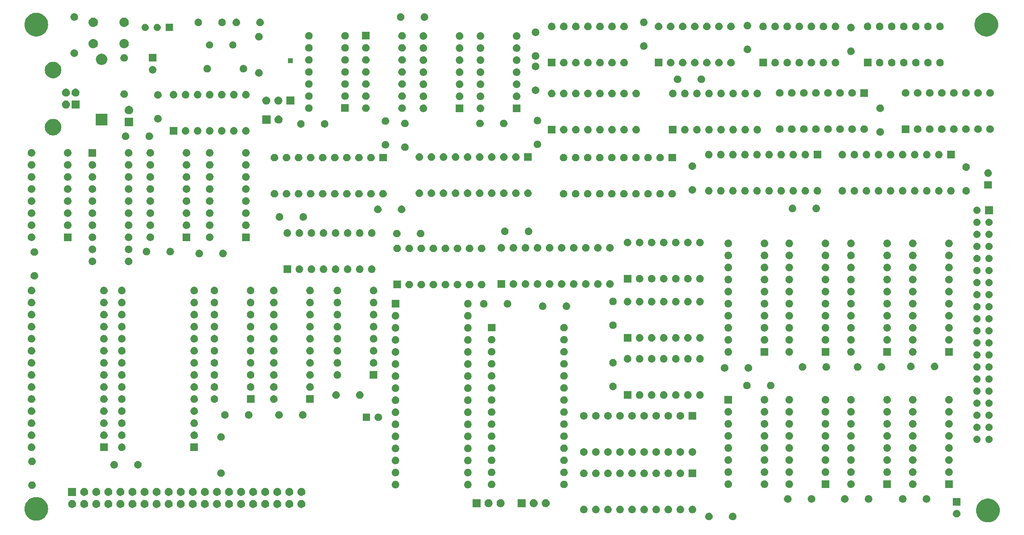
<source format=gbs>
G04 #@! TF.GenerationSoftware,KiCad,Pcbnew,8.0.8*
G04 #@! TF.CreationDate,2025-01-31T18:29:17-05:00*
G04 #@! TF.ProjectId,8_16_computer_2,385f3136-5f63-46f6-9d70-757465725f32,rev?*
G04 #@! TF.SameCoordinates,Original*
G04 #@! TF.FileFunction,Soldermask,Bot*
G04 #@! TF.FilePolarity,Negative*
%FSLAX46Y46*%
G04 Gerber Fmt 4.6, Leading zero omitted, Abs format (unit mm)*
G04 Created by KiCad (PCBNEW 8.0.8) date 2025-01-31 18:29:17*
%MOMM*%
%LPD*%
G01*
G04 APERTURE LIST*
G04 APERTURE END LIST*
G36*
X307794278Y-177870107D02*
G01*
X308098367Y-177948184D01*
X308390273Y-178063757D01*
X308665392Y-178215005D01*
X308919385Y-178399542D01*
X309148247Y-178614457D01*
X309348367Y-178856362D01*
X309516592Y-179121441D01*
X309650266Y-179405514D01*
X309747283Y-179704100D01*
X309806112Y-180012492D01*
X309825825Y-180325825D01*
X309806112Y-180639158D01*
X309747283Y-180947550D01*
X309650266Y-181246136D01*
X309516592Y-181530209D01*
X309348367Y-181795288D01*
X309148247Y-182037193D01*
X308919385Y-182252108D01*
X308665392Y-182436645D01*
X308390273Y-182587893D01*
X308098367Y-182703466D01*
X307794278Y-182781543D01*
X307482801Y-182820892D01*
X307168849Y-182820892D01*
X306857372Y-182781543D01*
X306553283Y-182703466D01*
X306261377Y-182587893D01*
X305986258Y-182436645D01*
X305732265Y-182252108D01*
X305503403Y-182037193D01*
X305303283Y-181795288D01*
X305135058Y-181530209D01*
X305001384Y-181246136D01*
X304904367Y-180947550D01*
X304845538Y-180639158D01*
X304825825Y-180325825D01*
X304845538Y-180012492D01*
X304904367Y-179704100D01*
X305001384Y-179405514D01*
X305135058Y-179121441D01*
X305303283Y-178856362D01*
X305503403Y-178614457D01*
X305732265Y-178399542D01*
X305986258Y-178215005D01*
X306261377Y-178063757D01*
X306553283Y-177948184D01*
X306857372Y-177870107D01*
X307168849Y-177830758D01*
X307482801Y-177830758D01*
X307794278Y-177870107D01*
G37*
G36*
X107468453Y-177544282D02*
G01*
X107772542Y-177622359D01*
X108064448Y-177737932D01*
X108339567Y-177889180D01*
X108593560Y-178073717D01*
X108822422Y-178288632D01*
X109022542Y-178530537D01*
X109190767Y-178795616D01*
X109324441Y-179079689D01*
X109421458Y-179378275D01*
X109480287Y-179686667D01*
X109500000Y-180000000D01*
X109480287Y-180313333D01*
X109421458Y-180621725D01*
X109324441Y-180920311D01*
X109190767Y-181204384D01*
X109022542Y-181469463D01*
X108822422Y-181711368D01*
X108593560Y-181926283D01*
X108339567Y-182110820D01*
X108064448Y-182262068D01*
X107772542Y-182377641D01*
X107468453Y-182455718D01*
X107156976Y-182495067D01*
X106843024Y-182495067D01*
X106531547Y-182455718D01*
X106227458Y-182377641D01*
X105935552Y-182262068D01*
X105660433Y-182110820D01*
X105406440Y-181926283D01*
X105177578Y-181711368D01*
X104977458Y-181469463D01*
X104809233Y-181204384D01*
X104675559Y-180920311D01*
X104578542Y-180621725D01*
X104519713Y-180313333D01*
X104500000Y-180000000D01*
X104519713Y-179686667D01*
X104578542Y-179378275D01*
X104675559Y-179079689D01*
X104809233Y-178795616D01*
X104977458Y-178530537D01*
X105177578Y-178288632D01*
X105406440Y-178073717D01*
X105660433Y-177889180D01*
X105935552Y-177737932D01*
X106227458Y-177622359D01*
X106531547Y-177544282D01*
X106843024Y-177504933D01*
X107156976Y-177504933D01*
X107468453Y-177544282D01*
G37*
G36*
X248641811Y-180804711D02*
G01*
X248683588Y-180804711D01*
X248730718Y-180814728D01*
X248778017Y-180820058D01*
X248812408Y-180832092D01*
X248847110Y-180839468D01*
X248897117Y-180861733D01*
X248947107Y-180879225D01*
X248973128Y-180895575D01*
X248999835Y-180907466D01*
X249049633Y-180943646D01*
X249098792Y-180974535D01*
X249116444Y-180992187D01*
X249135084Y-181005730D01*
X249181165Y-181056908D01*
X249225465Y-181101208D01*
X249235654Y-181117424D01*
X249246946Y-181129965D01*
X249285573Y-181196870D01*
X249320775Y-181252893D01*
X249325170Y-181265453D01*
X249330535Y-181274746D01*
X249358010Y-181359305D01*
X249379942Y-181421983D01*
X249380773Y-181429363D01*
X249382195Y-181433738D01*
X249395076Y-181556306D01*
X249400000Y-181600000D01*
X249395076Y-181643697D01*
X249382195Y-181766261D01*
X249380773Y-181770635D01*
X249379942Y-181778017D01*
X249358005Y-181840707D01*
X249330535Y-181925253D01*
X249325171Y-181934543D01*
X249320775Y-181947107D01*
X249285566Y-182003140D01*
X249246946Y-182070034D01*
X249235656Y-182082572D01*
X249225465Y-182098792D01*
X249181155Y-182143101D01*
X249135084Y-182194269D01*
X249116448Y-182207808D01*
X249098792Y-182225465D01*
X249049623Y-182256359D01*
X248999835Y-182292533D01*
X248973134Y-182304421D01*
X248947107Y-182320775D01*
X248897107Y-182338270D01*
X248847110Y-182360531D01*
X248812414Y-182367905D01*
X248778017Y-182379942D01*
X248730715Y-182385271D01*
X248683588Y-182395289D01*
X248641811Y-182395289D01*
X248600000Y-182400000D01*
X248558189Y-182395289D01*
X248516412Y-182395289D01*
X248469284Y-182385271D01*
X248421983Y-182379942D01*
X248387586Y-182367906D01*
X248352889Y-182360531D01*
X248302887Y-182338268D01*
X248252893Y-182320775D01*
X248226868Y-182304422D01*
X248200164Y-182292533D01*
X248150369Y-182256355D01*
X248101208Y-182225465D01*
X248083554Y-182207811D01*
X248064915Y-182194269D01*
X248018833Y-182143090D01*
X247974535Y-182098792D01*
X247964345Y-182082575D01*
X247953053Y-182070034D01*
X247914420Y-182003120D01*
X247879225Y-181947107D01*
X247874830Y-181934547D01*
X247869464Y-181925253D01*
X247841980Y-181840667D01*
X247820058Y-181778017D01*
X247819226Y-181770639D01*
X247817804Y-181766261D01*
X247804908Y-181643565D01*
X247800000Y-181600000D01*
X247804908Y-181556438D01*
X247817804Y-181433738D01*
X247819226Y-181429358D01*
X247820058Y-181421983D01*
X247841975Y-181359345D01*
X247869464Y-181274746D01*
X247874831Y-181265449D01*
X247879225Y-181252893D01*
X247914413Y-181196890D01*
X247953053Y-181129965D01*
X247964347Y-181117421D01*
X247974535Y-181101208D01*
X248018826Y-181056916D01*
X248064917Y-181005728D01*
X248083559Y-180992183D01*
X248101208Y-180974535D01*
X248150354Y-180943654D01*
X248200162Y-180907467D01*
X248226873Y-180895574D01*
X248252893Y-180879225D01*
X248302877Y-180861734D01*
X248352889Y-180839468D01*
X248387592Y-180832091D01*
X248421983Y-180820058D01*
X248469281Y-180814728D01*
X248516412Y-180804711D01*
X248558189Y-180804711D01*
X248600000Y-180800000D01*
X248641811Y-180804711D01*
G37*
G36*
X253641811Y-180804711D02*
G01*
X253683588Y-180804711D01*
X253730718Y-180814728D01*
X253778017Y-180820058D01*
X253812408Y-180832092D01*
X253847110Y-180839468D01*
X253897117Y-180861733D01*
X253947107Y-180879225D01*
X253973128Y-180895575D01*
X253999835Y-180907466D01*
X254049633Y-180943646D01*
X254098792Y-180974535D01*
X254116444Y-180992187D01*
X254135084Y-181005730D01*
X254181165Y-181056908D01*
X254225465Y-181101208D01*
X254235654Y-181117424D01*
X254246946Y-181129965D01*
X254285573Y-181196870D01*
X254320775Y-181252893D01*
X254325170Y-181265453D01*
X254330535Y-181274746D01*
X254358010Y-181359305D01*
X254379942Y-181421983D01*
X254380773Y-181429363D01*
X254382195Y-181433738D01*
X254395076Y-181556306D01*
X254400000Y-181600000D01*
X254395076Y-181643697D01*
X254382195Y-181766261D01*
X254380773Y-181770635D01*
X254379942Y-181778017D01*
X254358005Y-181840707D01*
X254330535Y-181925253D01*
X254325171Y-181934543D01*
X254320775Y-181947107D01*
X254285566Y-182003140D01*
X254246946Y-182070034D01*
X254235656Y-182082572D01*
X254225465Y-182098792D01*
X254181155Y-182143101D01*
X254135084Y-182194269D01*
X254116448Y-182207808D01*
X254098792Y-182225465D01*
X254049623Y-182256359D01*
X253999835Y-182292533D01*
X253973134Y-182304421D01*
X253947107Y-182320775D01*
X253897107Y-182338270D01*
X253847110Y-182360531D01*
X253812414Y-182367905D01*
X253778017Y-182379942D01*
X253730715Y-182385271D01*
X253683588Y-182395289D01*
X253641811Y-182395289D01*
X253600000Y-182400000D01*
X253558189Y-182395289D01*
X253516412Y-182395289D01*
X253469284Y-182385271D01*
X253421983Y-182379942D01*
X253387586Y-182367906D01*
X253352889Y-182360531D01*
X253302887Y-182338268D01*
X253252893Y-182320775D01*
X253226868Y-182304422D01*
X253200164Y-182292533D01*
X253150369Y-182256355D01*
X253101208Y-182225465D01*
X253083554Y-182207811D01*
X253064915Y-182194269D01*
X253018833Y-182143090D01*
X252974535Y-182098792D01*
X252964345Y-182082575D01*
X252953053Y-182070034D01*
X252914420Y-182003120D01*
X252879225Y-181947107D01*
X252874830Y-181934547D01*
X252869464Y-181925253D01*
X252841980Y-181840667D01*
X252820058Y-181778017D01*
X252819226Y-181770639D01*
X252817804Y-181766261D01*
X252804908Y-181643565D01*
X252800000Y-181600000D01*
X252804908Y-181556438D01*
X252817804Y-181433738D01*
X252819226Y-181429358D01*
X252820058Y-181421983D01*
X252841975Y-181359345D01*
X252869464Y-181274746D01*
X252874831Y-181265449D01*
X252879225Y-181252893D01*
X252914413Y-181196890D01*
X252953053Y-181129965D01*
X252964347Y-181117421D01*
X252974535Y-181101208D01*
X253018826Y-181056916D01*
X253064917Y-181005728D01*
X253083559Y-180992183D01*
X253101208Y-180974535D01*
X253150354Y-180943654D01*
X253200162Y-180907467D01*
X253226873Y-180895574D01*
X253252893Y-180879225D01*
X253302877Y-180861734D01*
X253352889Y-180839468D01*
X253387592Y-180832091D01*
X253421983Y-180820058D01*
X253469281Y-180814728D01*
X253516412Y-180804711D01*
X253558189Y-180804711D01*
X253600000Y-180800000D01*
X253641811Y-180804711D01*
G37*
G36*
X300791811Y-180204711D02*
G01*
X300833588Y-180204711D01*
X300880718Y-180214728D01*
X300928017Y-180220058D01*
X300962408Y-180232092D01*
X300997110Y-180239468D01*
X301047117Y-180261733D01*
X301097107Y-180279225D01*
X301123128Y-180295575D01*
X301149835Y-180307466D01*
X301199633Y-180343646D01*
X301248792Y-180374535D01*
X301266444Y-180392187D01*
X301285084Y-180405730D01*
X301331165Y-180456908D01*
X301375465Y-180501208D01*
X301385654Y-180517424D01*
X301396946Y-180529965D01*
X301435573Y-180596870D01*
X301470775Y-180652893D01*
X301475170Y-180665453D01*
X301480535Y-180674746D01*
X301508010Y-180759305D01*
X301529942Y-180821983D01*
X301530773Y-180829363D01*
X301532195Y-180833738D01*
X301545076Y-180956306D01*
X301550000Y-181000000D01*
X301545076Y-181043697D01*
X301532195Y-181166261D01*
X301530773Y-181170635D01*
X301529942Y-181178017D01*
X301508005Y-181240707D01*
X301480535Y-181325253D01*
X301475171Y-181334543D01*
X301470775Y-181347107D01*
X301435566Y-181403140D01*
X301396946Y-181470034D01*
X301385656Y-181482572D01*
X301375465Y-181498792D01*
X301331155Y-181543101D01*
X301285084Y-181594269D01*
X301266448Y-181607808D01*
X301248792Y-181625465D01*
X301199623Y-181656359D01*
X301149835Y-181692533D01*
X301123134Y-181704421D01*
X301097107Y-181720775D01*
X301047107Y-181738270D01*
X300997110Y-181760531D01*
X300962414Y-181767905D01*
X300928017Y-181779942D01*
X300880715Y-181785271D01*
X300833588Y-181795289D01*
X300791811Y-181795289D01*
X300750000Y-181800000D01*
X300708189Y-181795289D01*
X300666412Y-181795289D01*
X300619284Y-181785271D01*
X300571983Y-181779942D01*
X300537586Y-181767906D01*
X300502889Y-181760531D01*
X300452887Y-181738268D01*
X300402893Y-181720775D01*
X300376868Y-181704422D01*
X300350164Y-181692533D01*
X300300369Y-181656355D01*
X300251208Y-181625465D01*
X300233554Y-181607811D01*
X300214915Y-181594269D01*
X300168833Y-181543090D01*
X300124535Y-181498792D01*
X300114345Y-181482575D01*
X300103053Y-181470034D01*
X300064420Y-181403120D01*
X300029225Y-181347107D01*
X300024830Y-181334547D01*
X300019464Y-181325253D01*
X299991980Y-181240667D01*
X299970058Y-181178017D01*
X299969226Y-181170639D01*
X299967804Y-181166261D01*
X299954908Y-181043565D01*
X299950000Y-181000000D01*
X299954908Y-180956438D01*
X299967804Y-180833738D01*
X299969226Y-180829358D01*
X299970058Y-180821983D01*
X299991975Y-180759345D01*
X300019464Y-180674746D01*
X300024831Y-180665449D01*
X300029225Y-180652893D01*
X300064413Y-180596890D01*
X300103053Y-180529965D01*
X300114347Y-180517421D01*
X300124535Y-180501208D01*
X300168826Y-180456916D01*
X300214917Y-180405728D01*
X300233559Y-180392183D01*
X300251208Y-180374535D01*
X300300354Y-180343654D01*
X300350162Y-180307467D01*
X300376873Y-180295574D01*
X300402893Y-180279225D01*
X300452877Y-180261734D01*
X300502889Y-180239468D01*
X300537592Y-180232091D01*
X300571983Y-180220058D01*
X300619281Y-180214728D01*
X300666412Y-180204711D01*
X300708189Y-180204711D01*
X300750000Y-180200000D01*
X300791811Y-180204711D01*
G37*
G36*
X222301811Y-179324711D02*
G01*
X222343588Y-179324711D01*
X222390718Y-179334728D01*
X222438017Y-179340058D01*
X222472408Y-179352092D01*
X222507110Y-179359468D01*
X222557117Y-179381733D01*
X222607107Y-179399225D01*
X222633128Y-179415575D01*
X222659835Y-179427466D01*
X222709633Y-179463646D01*
X222758792Y-179494535D01*
X222776444Y-179512187D01*
X222795084Y-179525730D01*
X222841165Y-179576908D01*
X222885465Y-179621208D01*
X222895654Y-179637424D01*
X222906946Y-179649965D01*
X222945573Y-179716870D01*
X222980775Y-179772893D01*
X222985170Y-179785453D01*
X222990535Y-179794746D01*
X223018010Y-179879305D01*
X223039942Y-179941983D01*
X223040773Y-179949363D01*
X223042195Y-179953738D01*
X223055076Y-180076306D01*
X223060000Y-180120000D01*
X223055076Y-180163697D01*
X223042195Y-180286261D01*
X223040773Y-180290635D01*
X223039942Y-180298017D01*
X223018005Y-180360707D01*
X222990535Y-180445253D01*
X222985171Y-180454543D01*
X222980775Y-180467107D01*
X222945566Y-180523140D01*
X222906946Y-180590034D01*
X222895656Y-180602572D01*
X222885465Y-180618792D01*
X222841155Y-180663101D01*
X222795084Y-180714269D01*
X222776448Y-180727808D01*
X222758792Y-180745465D01*
X222709623Y-180776359D01*
X222659835Y-180812533D01*
X222633134Y-180824421D01*
X222607107Y-180840775D01*
X222557107Y-180858270D01*
X222507110Y-180880531D01*
X222472414Y-180887905D01*
X222438017Y-180899942D01*
X222390715Y-180905271D01*
X222343588Y-180915289D01*
X222301811Y-180915289D01*
X222260000Y-180920000D01*
X222218189Y-180915289D01*
X222176412Y-180915289D01*
X222129284Y-180905271D01*
X222081983Y-180899942D01*
X222047586Y-180887906D01*
X222012889Y-180880531D01*
X221962887Y-180858268D01*
X221912893Y-180840775D01*
X221886868Y-180824422D01*
X221860164Y-180812533D01*
X221810369Y-180776355D01*
X221761208Y-180745465D01*
X221743554Y-180727811D01*
X221724915Y-180714269D01*
X221678833Y-180663090D01*
X221634535Y-180618792D01*
X221624345Y-180602575D01*
X221613053Y-180590034D01*
X221574420Y-180523120D01*
X221539225Y-180467107D01*
X221534830Y-180454547D01*
X221529464Y-180445253D01*
X221501980Y-180360667D01*
X221480058Y-180298017D01*
X221479226Y-180290639D01*
X221477804Y-180286261D01*
X221464908Y-180163565D01*
X221460000Y-180120000D01*
X221464908Y-180076438D01*
X221477804Y-179953738D01*
X221479226Y-179949358D01*
X221480058Y-179941983D01*
X221501975Y-179879345D01*
X221529464Y-179794746D01*
X221534831Y-179785449D01*
X221539225Y-179772893D01*
X221574413Y-179716890D01*
X221613053Y-179649965D01*
X221624347Y-179637421D01*
X221634535Y-179621208D01*
X221678826Y-179576916D01*
X221724917Y-179525728D01*
X221743559Y-179512183D01*
X221761208Y-179494535D01*
X221810354Y-179463654D01*
X221860162Y-179427467D01*
X221886873Y-179415574D01*
X221912893Y-179399225D01*
X221962877Y-179381734D01*
X222012889Y-179359468D01*
X222047592Y-179352091D01*
X222081983Y-179340058D01*
X222129281Y-179334728D01*
X222176412Y-179324711D01*
X222218189Y-179324711D01*
X222260000Y-179320000D01*
X222301811Y-179324711D01*
G37*
G36*
X224841811Y-179324711D02*
G01*
X224883588Y-179324711D01*
X224930718Y-179334728D01*
X224978017Y-179340058D01*
X225012408Y-179352092D01*
X225047110Y-179359468D01*
X225097117Y-179381733D01*
X225147107Y-179399225D01*
X225173128Y-179415575D01*
X225199835Y-179427466D01*
X225249633Y-179463646D01*
X225298792Y-179494535D01*
X225316444Y-179512187D01*
X225335084Y-179525730D01*
X225381165Y-179576908D01*
X225425465Y-179621208D01*
X225435654Y-179637424D01*
X225446946Y-179649965D01*
X225485573Y-179716870D01*
X225520775Y-179772893D01*
X225525170Y-179785453D01*
X225530535Y-179794746D01*
X225558010Y-179879305D01*
X225579942Y-179941983D01*
X225580773Y-179949363D01*
X225582195Y-179953738D01*
X225595076Y-180076306D01*
X225600000Y-180120000D01*
X225595076Y-180163697D01*
X225582195Y-180286261D01*
X225580773Y-180290635D01*
X225579942Y-180298017D01*
X225558005Y-180360707D01*
X225530535Y-180445253D01*
X225525171Y-180454543D01*
X225520775Y-180467107D01*
X225485566Y-180523140D01*
X225446946Y-180590034D01*
X225435656Y-180602572D01*
X225425465Y-180618792D01*
X225381155Y-180663101D01*
X225335084Y-180714269D01*
X225316448Y-180727808D01*
X225298792Y-180745465D01*
X225249623Y-180776359D01*
X225199835Y-180812533D01*
X225173134Y-180824421D01*
X225147107Y-180840775D01*
X225097107Y-180858270D01*
X225047110Y-180880531D01*
X225012414Y-180887905D01*
X224978017Y-180899942D01*
X224930715Y-180905271D01*
X224883588Y-180915289D01*
X224841811Y-180915289D01*
X224800000Y-180920000D01*
X224758189Y-180915289D01*
X224716412Y-180915289D01*
X224669284Y-180905271D01*
X224621983Y-180899942D01*
X224587586Y-180887906D01*
X224552889Y-180880531D01*
X224502887Y-180858268D01*
X224452893Y-180840775D01*
X224426868Y-180824422D01*
X224400164Y-180812533D01*
X224350369Y-180776355D01*
X224301208Y-180745465D01*
X224283554Y-180727811D01*
X224264915Y-180714269D01*
X224218833Y-180663090D01*
X224174535Y-180618792D01*
X224164345Y-180602575D01*
X224153053Y-180590034D01*
X224114420Y-180523120D01*
X224079225Y-180467107D01*
X224074830Y-180454547D01*
X224069464Y-180445253D01*
X224041980Y-180360667D01*
X224020058Y-180298017D01*
X224019226Y-180290639D01*
X224017804Y-180286261D01*
X224004908Y-180163565D01*
X224000000Y-180120000D01*
X224004908Y-180076438D01*
X224017804Y-179953738D01*
X224019226Y-179949358D01*
X224020058Y-179941983D01*
X224041975Y-179879345D01*
X224069464Y-179794746D01*
X224074831Y-179785449D01*
X224079225Y-179772893D01*
X224114413Y-179716890D01*
X224153053Y-179649965D01*
X224164347Y-179637421D01*
X224174535Y-179621208D01*
X224218826Y-179576916D01*
X224264917Y-179525728D01*
X224283559Y-179512183D01*
X224301208Y-179494535D01*
X224350354Y-179463654D01*
X224400162Y-179427467D01*
X224426873Y-179415574D01*
X224452893Y-179399225D01*
X224502877Y-179381734D01*
X224552889Y-179359468D01*
X224587592Y-179352091D01*
X224621983Y-179340058D01*
X224669281Y-179334728D01*
X224716412Y-179324711D01*
X224758189Y-179324711D01*
X224800000Y-179320000D01*
X224841811Y-179324711D01*
G37*
G36*
X227381811Y-179324711D02*
G01*
X227423588Y-179324711D01*
X227470718Y-179334728D01*
X227518017Y-179340058D01*
X227552408Y-179352092D01*
X227587110Y-179359468D01*
X227637117Y-179381733D01*
X227687107Y-179399225D01*
X227713128Y-179415575D01*
X227739835Y-179427466D01*
X227789633Y-179463646D01*
X227838792Y-179494535D01*
X227856444Y-179512187D01*
X227875084Y-179525730D01*
X227921165Y-179576908D01*
X227965465Y-179621208D01*
X227975654Y-179637424D01*
X227986946Y-179649965D01*
X228025573Y-179716870D01*
X228060775Y-179772893D01*
X228065170Y-179785453D01*
X228070535Y-179794746D01*
X228098010Y-179879305D01*
X228119942Y-179941983D01*
X228120773Y-179949363D01*
X228122195Y-179953738D01*
X228135076Y-180076306D01*
X228140000Y-180120000D01*
X228135076Y-180163697D01*
X228122195Y-180286261D01*
X228120773Y-180290635D01*
X228119942Y-180298017D01*
X228098005Y-180360707D01*
X228070535Y-180445253D01*
X228065171Y-180454543D01*
X228060775Y-180467107D01*
X228025566Y-180523140D01*
X227986946Y-180590034D01*
X227975656Y-180602572D01*
X227965465Y-180618792D01*
X227921155Y-180663101D01*
X227875084Y-180714269D01*
X227856448Y-180727808D01*
X227838792Y-180745465D01*
X227789623Y-180776359D01*
X227739835Y-180812533D01*
X227713134Y-180824421D01*
X227687107Y-180840775D01*
X227637107Y-180858270D01*
X227587110Y-180880531D01*
X227552414Y-180887905D01*
X227518017Y-180899942D01*
X227470715Y-180905271D01*
X227423588Y-180915289D01*
X227381811Y-180915289D01*
X227340000Y-180920000D01*
X227298189Y-180915289D01*
X227256412Y-180915289D01*
X227209284Y-180905271D01*
X227161983Y-180899942D01*
X227127586Y-180887906D01*
X227092889Y-180880531D01*
X227042887Y-180858268D01*
X226992893Y-180840775D01*
X226966868Y-180824422D01*
X226940164Y-180812533D01*
X226890369Y-180776355D01*
X226841208Y-180745465D01*
X226823554Y-180727811D01*
X226804915Y-180714269D01*
X226758833Y-180663090D01*
X226714535Y-180618792D01*
X226704345Y-180602575D01*
X226693053Y-180590034D01*
X226654420Y-180523120D01*
X226619225Y-180467107D01*
X226614830Y-180454547D01*
X226609464Y-180445253D01*
X226581980Y-180360667D01*
X226560058Y-180298017D01*
X226559226Y-180290639D01*
X226557804Y-180286261D01*
X226544908Y-180163565D01*
X226540000Y-180120000D01*
X226544908Y-180076438D01*
X226557804Y-179953738D01*
X226559226Y-179949358D01*
X226560058Y-179941983D01*
X226581975Y-179879345D01*
X226609464Y-179794746D01*
X226614831Y-179785449D01*
X226619225Y-179772893D01*
X226654413Y-179716890D01*
X226693053Y-179649965D01*
X226704347Y-179637421D01*
X226714535Y-179621208D01*
X226758826Y-179576916D01*
X226804917Y-179525728D01*
X226823559Y-179512183D01*
X226841208Y-179494535D01*
X226890354Y-179463654D01*
X226940162Y-179427467D01*
X226966873Y-179415574D01*
X226992893Y-179399225D01*
X227042877Y-179381734D01*
X227092889Y-179359468D01*
X227127592Y-179352091D01*
X227161983Y-179340058D01*
X227209281Y-179334728D01*
X227256412Y-179324711D01*
X227298189Y-179324711D01*
X227340000Y-179320000D01*
X227381811Y-179324711D01*
G37*
G36*
X229921811Y-179324711D02*
G01*
X229963588Y-179324711D01*
X230010718Y-179334728D01*
X230058017Y-179340058D01*
X230092408Y-179352092D01*
X230127110Y-179359468D01*
X230177117Y-179381733D01*
X230227107Y-179399225D01*
X230253128Y-179415575D01*
X230279835Y-179427466D01*
X230329633Y-179463646D01*
X230378792Y-179494535D01*
X230396444Y-179512187D01*
X230415084Y-179525730D01*
X230461165Y-179576908D01*
X230505465Y-179621208D01*
X230515654Y-179637424D01*
X230526946Y-179649965D01*
X230565573Y-179716870D01*
X230600775Y-179772893D01*
X230605170Y-179785453D01*
X230610535Y-179794746D01*
X230638010Y-179879305D01*
X230659942Y-179941983D01*
X230660773Y-179949363D01*
X230662195Y-179953738D01*
X230675076Y-180076306D01*
X230680000Y-180120000D01*
X230675076Y-180163697D01*
X230662195Y-180286261D01*
X230660773Y-180290635D01*
X230659942Y-180298017D01*
X230638005Y-180360707D01*
X230610535Y-180445253D01*
X230605171Y-180454543D01*
X230600775Y-180467107D01*
X230565566Y-180523140D01*
X230526946Y-180590034D01*
X230515656Y-180602572D01*
X230505465Y-180618792D01*
X230461155Y-180663101D01*
X230415084Y-180714269D01*
X230396448Y-180727808D01*
X230378792Y-180745465D01*
X230329623Y-180776359D01*
X230279835Y-180812533D01*
X230253134Y-180824421D01*
X230227107Y-180840775D01*
X230177107Y-180858270D01*
X230127110Y-180880531D01*
X230092414Y-180887905D01*
X230058017Y-180899942D01*
X230010715Y-180905271D01*
X229963588Y-180915289D01*
X229921811Y-180915289D01*
X229880000Y-180920000D01*
X229838189Y-180915289D01*
X229796412Y-180915289D01*
X229749284Y-180905271D01*
X229701983Y-180899942D01*
X229667586Y-180887906D01*
X229632889Y-180880531D01*
X229582887Y-180858268D01*
X229532893Y-180840775D01*
X229506868Y-180824422D01*
X229480164Y-180812533D01*
X229430369Y-180776355D01*
X229381208Y-180745465D01*
X229363554Y-180727811D01*
X229344915Y-180714269D01*
X229298833Y-180663090D01*
X229254535Y-180618792D01*
X229244345Y-180602575D01*
X229233053Y-180590034D01*
X229194420Y-180523120D01*
X229159225Y-180467107D01*
X229154830Y-180454547D01*
X229149464Y-180445253D01*
X229121980Y-180360667D01*
X229100058Y-180298017D01*
X229099226Y-180290639D01*
X229097804Y-180286261D01*
X229084908Y-180163565D01*
X229080000Y-180120000D01*
X229084908Y-180076438D01*
X229097804Y-179953738D01*
X229099226Y-179949358D01*
X229100058Y-179941983D01*
X229121975Y-179879345D01*
X229149464Y-179794746D01*
X229154831Y-179785449D01*
X229159225Y-179772893D01*
X229194413Y-179716890D01*
X229233053Y-179649965D01*
X229244347Y-179637421D01*
X229254535Y-179621208D01*
X229298826Y-179576916D01*
X229344917Y-179525728D01*
X229363559Y-179512183D01*
X229381208Y-179494535D01*
X229430354Y-179463654D01*
X229480162Y-179427467D01*
X229506873Y-179415574D01*
X229532893Y-179399225D01*
X229582877Y-179381734D01*
X229632889Y-179359468D01*
X229667592Y-179352091D01*
X229701983Y-179340058D01*
X229749281Y-179334728D01*
X229796412Y-179324711D01*
X229838189Y-179324711D01*
X229880000Y-179320000D01*
X229921811Y-179324711D01*
G37*
G36*
X232461811Y-179324711D02*
G01*
X232503588Y-179324711D01*
X232550718Y-179334728D01*
X232598017Y-179340058D01*
X232632408Y-179352092D01*
X232667110Y-179359468D01*
X232717117Y-179381733D01*
X232767107Y-179399225D01*
X232793128Y-179415575D01*
X232819835Y-179427466D01*
X232869633Y-179463646D01*
X232918792Y-179494535D01*
X232936444Y-179512187D01*
X232955084Y-179525730D01*
X233001165Y-179576908D01*
X233045465Y-179621208D01*
X233055654Y-179637424D01*
X233066946Y-179649965D01*
X233105573Y-179716870D01*
X233140775Y-179772893D01*
X233145170Y-179785453D01*
X233150535Y-179794746D01*
X233178010Y-179879305D01*
X233199942Y-179941983D01*
X233200773Y-179949363D01*
X233202195Y-179953738D01*
X233215076Y-180076306D01*
X233220000Y-180120000D01*
X233215076Y-180163697D01*
X233202195Y-180286261D01*
X233200773Y-180290635D01*
X233199942Y-180298017D01*
X233178005Y-180360707D01*
X233150535Y-180445253D01*
X233145171Y-180454543D01*
X233140775Y-180467107D01*
X233105566Y-180523140D01*
X233066946Y-180590034D01*
X233055656Y-180602572D01*
X233045465Y-180618792D01*
X233001155Y-180663101D01*
X232955084Y-180714269D01*
X232936448Y-180727808D01*
X232918792Y-180745465D01*
X232869623Y-180776359D01*
X232819835Y-180812533D01*
X232793134Y-180824421D01*
X232767107Y-180840775D01*
X232717107Y-180858270D01*
X232667110Y-180880531D01*
X232632414Y-180887905D01*
X232598017Y-180899942D01*
X232550715Y-180905271D01*
X232503588Y-180915289D01*
X232461811Y-180915289D01*
X232420000Y-180920000D01*
X232378189Y-180915289D01*
X232336412Y-180915289D01*
X232289284Y-180905271D01*
X232241983Y-180899942D01*
X232207586Y-180887906D01*
X232172889Y-180880531D01*
X232122887Y-180858268D01*
X232072893Y-180840775D01*
X232046868Y-180824422D01*
X232020164Y-180812533D01*
X231970369Y-180776355D01*
X231921208Y-180745465D01*
X231903554Y-180727811D01*
X231884915Y-180714269D01*
X231838833Y-180663090D01*
X231794535Y-180618792D01*
X231784345Y-180602575D01*
X231773053Y-180590034D01*
X231734420Y-180523120D01*
X231699225Y-180467107D01*
X231694830Y-180454547D01*
X231689464Y-180445253D01*
X231661980Y-180360667D01*
X231640058Y-180298017D01*
X231639226Y-180290639D01*
X231637804Y-180286261D01*
X231624908Y-180163565D01*
X231620000Y-180120000D01*
X231624908Y-180076438D01*
X231637804Y-179953738D01*
X231639226Y-179949358D01*
X231640058Y-179941983D01*
X231661975Y-179879345D01*
X231689464Y-179794746D01*
X231694831Y-179785449D01*
X231699225Y-179772893D01*
X231734413Y-179716890D01*
X231773053Y-179649965D01*
X231784347Y-179637421D01*
X231794535Y-179621208D01*
X231838826Y-179576916D01*
X231884917Y-179525728D01*
X231903559Y-179512183D01*
X231921208Y-179494535D01*
X231970354Y-179463654D01*
X232020162Y-179427467D01*
X232046873Y-179415574D01*
X232072893Y-179399225D01*
X232122877Y-179381734D01*
X232172889Y-179359468D01*
X232207592Y-179352091D01*
X232241983Y-179340058D01*
X232289281Y-179334728D01*
X232336412Y-179324711D01*
X232378189Y-179324711D01*
X232420000Y-179320000D01*
X232461811Y-179324711D01*
G37*
G36*
X235001811Y-179324711D02*
G01*
X235043588Y-179324711D01*
X235090718Y-179334728D01*
X235138017Y-179340058D01*
X235172408Y-179352092D01*
X235207110Y-179359468D01*
X235257117Y-179381733D01*
X235307107Y-179399225D01*
X235333128Y-179415575D01*
X235359835Y-179427466D01*
X235409633Y-179463646D01*
X235458792Y-179494535D01*
X235476444Y-179512187D01*
X235495084Y-179525730D01*
X235541165Y-179576908D01*
X235585465Y-179621208D01*
X235595654Y-179637424D01*
X235606946Y-179649965D01*
X235645573Y-179716870D01*
X235680775Y-179772893D01*
X235685170Y-179785453D01*
X235690535Y-179794746D01*
X235718010Y-179879305D01*
X235739942Y-179941983D01*
X235740773Y-179949363D01*
X235742195Y-179953738D01*
X235755076Y-180076306D01*
X235760000Y-180120000D01*
X235755076Y-180163697D01*
X235742195Y-180286261D01*
X235740773Y-180290635D01*
X235739942Y-180298017D01*
X235718005Y-180360707D01*
X235690535Y-180445253D01*
X235685171Y-180454543D01*
X235680775Y-180467107D01*
X235645566Y-180523140D01*
X235606946Y-180590034D01*
X235595656Y-180602572D01*
X235585465Y-180618792D01*
X235541155Y-180663101D01*
X235495084Y-180714269D01*
X235476448Y-180727808D01*
X235458792Y-180745465D01*
X235409623Y-180776359D01*
X235359835Y-180812533D01*
X235333134Y-180824421D01*
X235307107Y-180840775D01*
X235257107Y-180858270D01*
X235207110Y-180880531D01*
X235172414Y-180887905D01*
X235138017Y-180899942D01*
X235090715Y-180905271D01*
X235043588Y-180915289D01*
X235001811Y-180915289D01*
X234960000Y-180920000D01*
X234918189Y-180915289D01*
X234876412Y-180915289D01*
X234829284Y-180905271D01*
X234781983Y-180899942D01*
X234747586Y-180887906D01*
X234712889Y-180880531D01*
X234662887Y-180858268D01*
X234612893Y-180840775D01*
X234586868Y-180824422D01*
X234560164Y-180812533D01*
X234510369Y-180776355D01*
X234461208Y-180745465D01*
X234443554Y-180727811D01*
X234424915Y-180714269D01*
X234378833Y-180663090D01*
X234334535Y-180618792D01*
X234324345Y-180602575D01*
X234313053Y-180590034D01*
X234274420Y-180523120D01*
X234239225Y-180467107D01*
X234234830Y-180454547D01*
X234229464Y-180445253D01*
X234201980Y-180360667D01*
X234180058Y-180298017D01*
X234179226Y-180290639D01*
X234177804Y-180286261D01*
X234164908Y-180163565D01*
X234160000Y-180120000D01*
X234164908Y-180076438D01*
X234177804Y-179953738D01*
X234179226Y-179949358D01*
X234180058Y-179941983D01*
X234201975Y-179879345D01*
X234229464Y-179794746D01*
X234234831Y-179785449D01*
X234239225Y-179772893D01*
X234274413Y-179716890D01*
X234313053Y-179649965D01*
X234324347Y-179637421D01*
X234334535Y-179621208D01*
X234378826Y-179576916D01*
X234424917Y-179525728D01*
X234443559Y-179512183D01*
X234461208Y-179494535D01*
X234510354Y-179463654D01*
X234560162Y-179427467D01*
X234586873Y-179415574D01*
X234612893Y-179399225D01*
X234662877Y-179381734D01*
X234712889Y-179359468D01*
X234747592Y-179352091D01*
X234781983Y-179340058D01*
X234829281Y-179334728D01*
X234876412Y-179324711D01*
X234918189Y-179324711D01*
X234960000Y-179320000D01*
X235001811Y-179324711D01*
G37*
G36*
X237541811Y-179324711D02*
G01*
X237583588Y-179324711D01*
X237630718Y-179334728D01*
X237678017Y-179340058D01*
X237712408Y-179352092D01*
X237747110Y-179359468D01*
X237797117Y-179381733D01*
X237847107Y-179399225D01*
X237873128Y-179415575D01*
X237899835Y-179427466D01*
X237949633Y-179463646D01*
X237998792Y-179494535D01*
X238016444Y-179512187D01*
X238035084Y-179525730D01*
X238081165Y-179576908D01*
X238125465Y-179621208D01*
X238135654Y-179637424D01*
X238146946Y-179649965D01*
X238185573Y-179716870D01*
X238220775Y-179772893D01*
X238225170Y-179785453D01*
X238230535Y-179794746D01*
X238258010Y-179879305D01*
X238279942Y-179941983D01*
X238280773Y-179949363D01*
X238282195Y-179953738D01*
X238295076Y-180076306D01*
X238300000Y-180120000D01*
X238295076Y-180163697D01*
X238282195Y-180286261D01*
X238280773Y-180290635D01*
X238279942Y-180298017D01*
X238258005Y-180360707D01*
X238230535Y-180445253D01*
X238225171Y-180454543D01*
X238220775Y-180467107D01*
X238185566Y-180523140D01*
X238146946Y-180590034D01*
X238135656Y-180602572D01*
X238125465Y-180618792D01*
X238081155Y-180663101D01*
X238035084Y-180714269D01*
X238016448Y-180727808D01*
X237998792Y-180745465D01*
X237949623Y-180776359D01*
X237899835Y-180812533D01*
X237873134Y-180824421D01*
X237847107Y-180840775D01*
X237797107Y-180858270D01*
X237747110Y-180880531D01*
X237712414Y-180887905D01*
X237678017Y-180899942D01*
X237630715Y-180905271D01*
X237583588Y-180915289D01*
X237541811Y-180915289D01*
X237500000Y-180920000D01*
X237458189Y-180915289D01*
X237416412Y-180915289D01*
X237369284Y-180905271D01*
X237321983Y-180899942D01*
X237287586Y-180887906D01*
X237252889Y-180880531D01*
X237202887Y-180858268D01*
X237152893Y-180840775D01*
X237126868Y-180824422D01*
X237100164Y-180812533D01*
X237050369Y-180776355D01*
X237001208Y-180745465D01*
X236983554Y-180727811D01*
X236964915Y-180714269D01*
X236918833Y-180663090D01*
X236874535Y-180618792D01*
X236864345Y-180602575D01*
X236853053Y-180590034D01*
X236814420Y-180523120D01*
X236779225Y-180467107D01*
X236774830Y-180454547D01*
X236769464Y-180445253D01*
X236741980Y-180360667D01*
X236720058Y-180298017D01*
X236719226Y-180290639D01*
X236717804Y-180286261D01*
X236704908Y-180163565D01*
X236700000Y-180120000D01*
X236704908Y-180076438D01*
X236717804Y-179953738D01*
X236719226Y-179949358D01*
X236720058Y-179941983D01*
X236741975Y-179879345D01*
X236769464Y-179794746D01*
X236774831Y-179785449D01*
X236779225Y-179772893D01*
X236814413Y-179716890D01*
X236853053Y-179649965D01*
X236864347Y-179637421D01*
X236874535Y-179621208D01*
X236918826Y-179576916D01*
X236964917Y-179525728D01*
X236983559Y-179512183D01*
X237001208Y-179494535D01*
X237050354Y-179463654D01*
X237100162Y-179427467D01*
X237126873Y-179415574D01*
X237152893Y-179399225D01*
X237202877Y-179381734D01*
X237252889Y-179359468D01*
X237287592Y-179352091D01*
X237321983Y-179340058D01*
X237369281Y-179334728D01*
X237416412Y-179324711D01*
X237458189Y-179324711D01*
X237500000Y-179320000D01*
X237541811Y-179324711D01*
G37*
G36*
X240081811Y-179324711D02*
G01*
X240123588Y-179324711D01*
X240170718Y-179334728D01*
X240218017Y-179340058D01*
X240252408Y-179352092D01*
X240287110Y-179359468D01*
X240337117Y-179381733D01*
X240387107Y-179399225D01*
X240413128Y-179415575D01*
X240439835Y-179427466D01*
X240489633Y-179463646D01*
X240538792Y-179494535D01*
X240556444Y-179512187D01*
X240575084Y-179525730D01*
X240621165Y-179576908D01*
X240665465Y-179621208D01*
X240675654Y-179637424D01*
X240686946Y-179649965D01*
X240725573Y-179716870D01*
X240760775Y-179772893D01*
X240765170Y-179785453D01*
X240770535Y-179794746D01*
X240798010Y-179879305D01*
X240819942Y-179941983D01*
X240820773Y-179949363D01*
X240822195Y-179953738D01*
X240835076Y-180076306D01*
X240840000Y-180120000D01*
X240835076Y-180163697D01*
X240822195Y-180286261D01*
X240820773Y-180290635D01*
X240819942Y-180298017D01*
X240798005Y-180360707D01*
X240770535Y-180445253D01*
X240765171Y-180454543D01*
X240760775Y-180467107D01*
X240725566Y-180523140D01*
X240686946Y-180590034D01*
X240675656Y-180602572D01*
X240665465Y-180618792D01*
X240621155Y-180663101D01*
X240575084Y-180714269D01*
X240556448Y-180727808D01*
X240538792Y-180745465D01*
X240489623Y-180776359D01*
X240439835Y-180812533D01*
X240413134Y-180824421D01*
X240387107Y-180840775D01*
X240337107Y-180858270D01*
X240287110Y-180880531D01*
X240252414Y-180887905D01*
X240218017Y-180899942D01*
X240170715Y-180905271D01*
X240123588Y-180915289D01*
X240081811Y-180915289D01*
X240040000Y-180920000D01*
X239998189Y-180915289D01*
X239956412Y-180915289D01*
X239909284Y-180905271D01*
X239861983Y-180899942D01*
X239827586Y-180887906D01*
X239792889Y-180880531D01*
X239742887Y-180858268D01*
X239692893Y-180840775D01*
X239666868Y-180824422D01*
X239640164Y-180812533D01*
X239590369Y-180776355D01*
X239541208Y-180745465D01*
X239523554Y-180727811D01*
X239504915Y-180714269D01*
X239458833Y-180663090D01*
X239414535Y-180618792D01*
X239404345Y-180602575D01*
X239393053Y-180590034D01*
X239354420Y-180523120D01*
X239319225Y-180467107D01*
X239314830Y-180454547D01*
X239309464Y-180445253D01*
X239281980Y-180360667D01*
X239260058Y-180298017D01*
X239259226Y-180290639D01*
X239257804Y-180286261D01*
X239244908Y-180163565D01*
X239240000Y-180120000D01*
X239244908Y-180076438D01*
X239257804Y-179953738D01*
X239259226Y-179949358D01*
X239260058Y-179941983D01*
X239281975Y-179879345D01*
X239309464Y-179794746D01*
X239314831Y-179785449D01*
X239319225Y-179772893D01*
X239354413Y-179716890D01*
X239393053Y-179649965D01*
X239404347Y-179637421D01*
X239414535Y-179621208D01*
X239458826Y-179576916D01*
X239504917Y-179525728D01*
X239523559Y-179512183D01*
X239541208Y-179494535D01*
X239590354Y-179463654D01*
X239640162Y-179427467D01*
X239666873Y-179415574D01*
X239692893Y-179399225D01*
X239742877Y-179381734D01*
X239792889Y-179359468D01*
X239827592Y-179352091D01*
X239861983Y-179340058D01*
X239909281Y-179334728D01*
X239956412Y-179324711D01*
X239998189Y-179324711D01*
X240040000Y-179320000D01*
X240081811Y-179324711D01*
G37*
G36*
X242621811Y-179324711D02*
G01*
X242663588Y-179324711D01*
X242710718Y-179334728D01*
X242758017Y-179340058D01*
X242792408Y-179352092D01*
X242827110Y-179359468D01*
X242877117Y-179381733D01*
X242927107Y-179399225D01*
X242953128Y-179415575D01*
X242979835Y-179427466D01*
X243029633Y-179463646D01*
X243078792Y-179494535D01*
X243096444Y-179512187D01*
X243115084Y-179525730D01*
X243161165Y-179576908D01*
X243205465Y-179621208D01*
X243215654Y-179637424D01*
X243226946Y-179649965D01*
X243265573Y-179716870D01*
X243300775Y-179772893D01*
X243305170Y-179785453D01*
X243310535Y-179794746D01*
X243338010Y-179879305D01*
X243359942Y-179941983D01*
X243360773Y-179949363D01*
X243362195Y-179953738D01*
X243375076Y-180076306D01*
X243380000Y-180120000D01*
X243375076Y-180163697D01*
X243362195Y-180286261D01*
X243360773Y-180290635D01*
X243359942Y-180298017D01*
X243338005Y-180360707D01*
X243310535Y-180445253D01*
X243305171Y-180454543D01*
X243300775Y-180467107D01*
X243265566Y-180523140D01*
X243226946Y-180590034D01*
X243215656Y-180602572D01*
X243205465Y-180618792D01*
X243161155Y-180663101D01*
X243115084Y-180714269D01*
X243096448Y-180727808D01*
X243078792Y-180745465D01*
X243029623Y-180776359D01*
X242979835Y-180812533D01*
X242953134Y-180824421D01*
X242927107Y-180840775D01*
X242877107Y-180858270D01*
X242827110Y-180880531D01*
X242792414Y-180887905D01*
X242758017Y-180899942D01*
X242710715Y-180905271D01*
X242663588Y-180915289D01*
X242621811Y-180915289D01*
X242580000Y-180920000D01*
X242538189Y-180915289D01*
X242496412Y-180915289D01*
X242449284Y-180905271D01*
X242401983Y-180899942D01*
X242367586Y-180887906D01*
X242332889Y-180880531D01*
X242282887Y-180858268D01*
X242232893Y-180840775D01*
X242206868Y-180824422D01*
X242180164Y-180812533D01*
X242130369Y-180776355D01*
X242081208Y-180745465D01*
X242063554Y-180727811D01*
X242044915Y-180714269D01*
X241998833Y-180663090D01*
X241954535Y-180618792D01*
X241944345Y-180602575D01*
X241933053Y-180590034D01*
X241894420Y-180523120D01*
X241859225Y-180467107D01*
X241854830Y-180454547D01*
X241849464Y-180445253D01*
X241821980Y-180360667D01*
X241800058Y-180298017D01*
X241799226Y-180290639D01*
X241797804Y-180286261D01*
X241784908Y-180163565D01*
X241780000Y-180120000D01*
X241784908Y-180076438D01*
X241797804Y-179953738D01*
X241799226Y-179949358D01*
X241800058Y-179941983D01*
X241821975Y-179879345D01*
X241849464Y-179794746D01*
X241854831Y-179785449D01*
X241859225Y-179772893D01*
X241894413Y-179716890D01*
X241933053Y-179649965D01*
X241944347Y-179637421D01*
X241954535Y-179621208D01*
X241998826Y-179576916D01*
X242044917Y-179525728D01*
X242063559Y-179512183D01*
X242081208Y-179494535D01*
X242130354Y-179463654D01*
X242180162Y-179427467D01*
X242206873Y-179415574D01*
X242232893Y-179399225D01*
X242282877Y-179381734D01*
X242332889Y-179359468D01*
X242367592Y-179352091D01*
X242401983Y-179340058D01*
X242449281Y-179334728D01*
X242496412Y-179324711D01*
X242538189Y-179324711D01*
X242580000Y-179320000D01*
X242621811Y-179324711D01*
G37*
G36*
X245161811Y-179324711D02*
G01*
X245203588Y-179324711D01*
X245250718Y-179334728D01*
X245298017Y-179340058D01*
X245332408Y-179352092D01*
X245367110Y-179359468D01*
X245417117Y-179381733D01*
X245467107Y-179399225D01*
X245493128Y-179415575D01*
X245519835Y-179427466D01*
X245569633Y-179463646D01*
X245618792Y-179494535D01*
X245636444Y-179512187D01*
X245655084Y-179525730D01*
X245701165Y-179576908D01*
X245745465Y-179621208D01*
X245755654Y-179637424D01*
X245766946Y-179649965D01*
X245805573Y-179716870D01*
X245840775Y-179772893D01*
X245845170Y-179785453D01*
X245850535Y-179794746D01*
X245878010Y-179879305D01*
X245899942Y-179941983D01*
X245900773Y-179949363D01*
X245902195Y-179953738D01*
X245915076Y-180076306D01*
X245920000Y-180120000D01*
X245915076Y-180163697D01*
X245902195Y-180286261D01*
X245900773Y-180290635D01*
X245899942Y-180298017D01*
X245878005Y-180360707D01*
X245850535Y-180445253D01*
X245845171Y-180454543D01*
X245840775Y-180467107D01*
X245805566Y-180523140D01*
X245766946Y-180590034D01*
X245755656Y-180602572D01*
X245745465Y-180618792D01*
X245701155Y-180663101D01*
X245655084Y-180714269D01*
X245636448Y-180727808D01*
X245618792Y-180745465D01*
X245569623Y-180776359D01*
X245519835Y-180812533D01*
X245493134Y-180824421D01*
X245467107Y-180840775D01*
X245417107Y-180858270D01*
X245367110Y-180880531D01*
X245332414Y-180887905D01*
X245298017Y-180899942D01*
X245250715Y-180905271D01*
X245203588Y-180915289D01*
X245161811Y-180915289D01*
X245120000Y-180920000D01*
X245078189Y-180915289D01*
X245036412Y-180915289D01*
X244989284Y-180905271D01*
X244941983Y-180899942D01*
X244907586Y-180887906D01*
X244872889Y-180880531D01*
X244822887Y-180858268D01*
X244772893Y-180840775D01*
X244746868Y-180824422D01*
X244720164Y-180812533D01*
X244670369Y-180776355D01*
X244621208Y-180745465D01*
X244603554Y-180727811D01*
X244584915Y-180714269D01*
X244538833Y-180663090D01*
X244494535Y-180618792D01*
X244484345Y-180602575D01*
X244473053Y-180590034D01*
X244434420Y-180523120D01*
X244399225Y-180467107D01*
X244394830Y-180454547D01*
X244389464Y-180445253D01*
X244361980Y-180360667D01*
X244340058Y-180298017D01*
X244339226Y-180290639D01*
X244337804Y-180286261D01*
X244324908Y-180163565D01*
X244320000Y-180120000D01*
X244324908Y-180076438D01*
X244337804Y-179953738D01*
X244339226Y-179949358D01*
X244340058Y-179941983D01*
X244361975Y-179879345D01*
X244389464Y-179794746D01*
X244394831Y-179785449D01*
X244399225Y-179772893D01*
X244434413Y-179716890D01*
X244473053Y-179649965D01*
X244484347Y-179637421D01*
X244494535Y-179621208D01*
X244538826Y-179576916D01*
X244584917Y-179525728D01*
X244603559Y-179512183D01*
X244621208Y-179494535D01*
X244670354Y-179463654D01*
X244720162Y-179427467D01*
X244746873Y-179415574D01*
X244772893Y-179399225D01*
X244822877Y-179381734D01*
X244872889Y-179359468D01*
X244907592Y-179352091D01*
X244941983Y-179340058D01*
X244989281Y-179334728D01*
X245036412Y-179324711D01*
X245078189Y-179324711D01*
X245120000Y-179320000D01*
X245161811Y-179324711D01*
G37*
G36*
X114812664Y-178151602D02*
G01*
X114975000Y-178223878D01*
X115118761Y-178328327D01*
X115237664Y-178460383D01*
X115326514Y-178614274D01*
X115381425Y-178783275D01*
X115400000Y-178960000D01*
X115381425Y-179136725D01*
X115326514Y-179305726D01*
X115237664Y-179459617D01*
X115118761Y-179591673D01*
X114975000Y-179696122D01*
X114812664Y-179768398D01*
X114638849Y-179805344D01*
X114461151Y-179805344D01*
X114287336Y-179768398D01*
X114125000Y-179696122D01*
X113981239Y-179591673D01*
X113862336Y-179459617D01*
X113773486Y-179305726D01*
X113718575Y-179136725D01*
X113700000Y-178960000D01*
X113718575Y-178783275D01*
X113773486Y-178614274D01*
X113862336Y-178460383D01*
X113981239Y-178328327D01*
X114125000Y-178223878D01*
X114287336Y-178151602D01*
X114461151Y-178114656D01*
X114638849Y-178114656D01*
X114812664Y-178151602D01*
G37*
G36*
X117352664Y-178151602D02*
G01*
X117515000Y-178223878D01*
X117658761Y-178328327D01*
X117777664Y-178460383D01*
X117866514Y-178614274D01*
X117921425Y-178783275D01*
X117940000Y-178960000D01*
X117921425Y-179136725D01*
X117866514Y-179305726D01*
X117777664Y-179459617D01*
X117658761Y-179591673D01*
X117515000Y-179696122D01*
X117352664Y-179768398D01*
X117178849Y-179805344D01*
X117001151Y-179805344D01*
X116827336Y-179768398D01*
X116665000Y-179696122D01*
X116521239Y-179591673D01*
X116402336Y-179459617D01*
X116313486Y-179305726D01*
X116258575Y-179136725D01*
X116240000Y-178960000D01*
X116258575Y-178783275D01*
X116313486Y-178614274D01*
X116402336Y-178460383D01*
X116521239Y-178328327D01*
X116665000Y-178223878D01*
X116827336Y-178151602D01*
X117001151Y-178114656D01*
X117178849Y-178114656D01*
X117352664Y-178151602D01*
G37*
G36*
X119892664Y-178151602D02*
G01*
X120055000Y-178223878D01*
X120198761Y-178328327D01*
X120317664Y-178460383D01*
X120406514Y-178614274D01*
X120461425Y-178783275D01*
X120480000Y-178960000D01*
X120461425Y-179136725D01*
X120406514Y-179305726D01*
X120317664Y-179459617D01*
X120198761Y-179591673D01*
X120055000Y-179696122D01*
X119892664Y-179768398D01*
X119718849Y-179805344D01*
X119541151Y-179805344D01*
X119367336Y-179768398D01*
X119205000Y-179696122D01*
X119061239Y-179591673D01*
X118942336Y-179459617D01*
X118853486Y-179305726D01*
X118798575Y-179136725D01*
X118780000Y-178960000D01*
X118798575Y-178783275D01*
X118853486Y-178614274D01*
X118942336Y-178460383D01*
X119061239Y-178328327D01*
X119205000Y-178223878D01*
X119367336Y-178151602D01*
X119541151Y-178114656D01*
X119718849Y-178114656D01*
X119892664Y-178151602D01*
G37*
G36*
X122432664Y-178151602D02*
G01*
X122595000Y-178223878D01*
X122738761Y-178328327D01*
X122857664Y-178460383D01*
X122946514Y-178614274D01*
X123001425Y-178783275D01*
X123020000Y-178960000D01*
X123001425Y-179136725D01*
X122946514Y-179305726D01*
X122857664Y-179459617D01*
X122738761Y-179591673D01*
X122595000Y-179696122D01*
X122432664Y-179768398D01*
X122258849Y-179805344D01*
X122081151Y-179805344D01*
X121907336Y-179768398D01*
X121745000Y-179696122D01*
X121601239Y-179591673D01*
X121482336Y-179459617D01*
X121393486Y-179305726D01*
X121338575Y-179136725D01*
X121320000Y-178960000D01*
X121338575Y-178783275D01*
X121393486Y-178614274D01*
X121482336Y-178460383D01*
X121601239Y-178328327D01*
X121745000Y-178223878D01*
X121907336Y-178151602D01*
X122081151Y-178114656D01*
X122258849Y-178114656D01*
X122432664Y-178151602D01*
G37*
G36*
X124972664Y-178151602D02*
G01*
X125135000Y-178223878D01*
X125278761Y-178328327D01*
X125397664Y-178460383D01*
X125486514Y-178614274D01*
X125541425Y-178783275D01*
X125560000Y-178960000D01*
X125541425Y-179136725D01*
X125486514Y-179305726D01*
X125397664Y-179459617D01*
X125278761Y-179591673D01*
X125135000Y-179696122D01*
X124972664Y-179768398D01*
X124798849Y-179805344D01*
X124621151Y-179805344D01*
X124447336Y-179768398D01*
X124285000Y-179696122D01*
X124141239Y-179591673D01*
X124022336Y-179459617D01*
X123933486Y-179305726D01*
X123878575Y-179136725D01*
X123860000Y-178960000D01*
X123878575Y-178783275D01*
X123933486Y-178614274D01*
X124022336Y-178460383D01*
X124141239Y-178328327D01*
X124285000Y-178223878D01*
X124447336Y-178151602D01*
X124621151Y-178114656D01*
X124798849Y-178114656D01*
X124972664Y-178151602D01*
G37*
G36*
X127512664Y-178151602D02*
G01*
X127675000Y-178223878D01*
X127818761Y-178328327D01*
X127937664Y-178460383D01*
X128026514Y-178614274D01*
X128081425Y-178783275D01*
X128100000Y-178960000D01*
X128081425Y-179136725D01*
X128026514Y-179305726D01*
X127937664Y-179459617D01*
X127818761Y-179591673D01*
X127675000Y-179696122D01*
X127512664Y-179768398D01*
X127338849Y-179805344D01*
X127161151Y-179805344D01*
X126987336Y-179768398D01*
X126825000Y-179696122D01*
X126681239Y-179591673D01*
X126562336Y-179459617D01*
X126473486Y-179305726D01*
X126418575Y-179136725D01*
X126400000Y-178960000D01*
X126418575Y-178783275D01*
X126473486Y-178614274D01*
X126562336Y-178460383D01*
X126681239Y-178328327D01*
X126825000Y-178223878D01*
X126987336Y-178151602D01*
X127161151Y-178114656D01*
X127338849Y-178114656D01*
X127512664Y-178151602D01*
G37*
G36*
X130052664Y-178151602D02*
G01*
X130215000Y-178223878D01*
X130358761Y-178328327D01*
X130477664Y-178460383D01*
X130566514Y-178614274D01*
X130621425Y-178783275D01*
X130640000Y-178960000D01*
X130621425Y-179136725D01*
X130566514Y-179305726D01*
X130477664Y-179459617D01*
X130358761Y-179591673D01*
X130215000Y-179696122D01*
X130052664Y-179768398D01*
X129878849Y-179805344D01*
X129701151Y-179805344D01*
X129527336Y-179768398D01*
X129365000Y-179696122D01*
X129221239Y-179591673D01*
X129102336Y-179459617D01*
X129013486Y-179305726D01*
X128958575Y-179136725D01*
X128940000Y-178960000D01*
X128958575Y-178783275D01*
X129013486Y-178614274D01*
X129102336Y-178460383D01*
X129221239Y-178328327D01*
X129365000Y-178223878D01*
X129527336Y-178151602D01*
X129701151Y-178114656D01*
X129878849Y-178114656D01*
X130052664Y-178151602D01*
G37*
G36*
X132592664Y-178151602D02*
G01*
X132755000Y-178223878D01*
X132898761Y-178328327D01*
X133017664Y-178460383D01*
X133106514Y-178614274D01*
X133161425Y-178783275D01*
X133180000Y-178960000D01*
X133161425Y-179136725D01*
X133106514Y-179305726D01*
X133017664Y-179459617D01*
X132898761Y-179591673D01*
X132755000Y-179696122D01*
X132592664Y-179768398D01*
X132418849Y-179805344D01*
X132241151Y-179805344D01*
X132067336Y-179768398D01*
X131905000Y-179696122D01*
X131761239Y-179591673D01*
X131642336Y-179459617D01*
X131553486Y-179305726D01*
X131498575Y-179136725D01*
X131480000Y-178960000D01*
X131498575Y-178783275D01*
X131553486Y-178614274D01*
X131642336Y-178460383D01*
X131761239Y-178328327D01*
X131905000Y-178223878D01*
X132067336Y-178151602D01*
X132241151Y-178114656D01*
X132418849Y-178114656D01*
X132592664Y-178151602D01*
G37*
G36*
X135132664Y-178151602D02*
G01*
X135295000Y-178223878D01*
X135438761Y-178328327D01*
X135557664Y-178460383D01*
X135646514Y-178614274D01*
X135701425Y-178783275D01*
X135720000Y-178960000D01*
X135701425Y-179136725D01*
X135646514Y-179305726D01*
X135557664Y-179459617D01*
X135438761Y-179591673D01*
X135295000Y-179696122D01*
X135132664Y-179768398D01*
X134958849Y-179805344D01*
X134781151Y-179805344D01*
X134607336Y-179768398D01*
X134445000Y-179696122D01*
X134301239Y-179591673D01*
X134182336Y-179459617D01*
X134093486Y-179305726D01*
X134038575Y-179136725D01*
X134020000Y-178960000D01*
X134038575Y-178783275D01*
X134093486Y-178614274D01*
X134182336Y-178460383D01*
X134301239Y-178328327D01*
X134445000Y-178223878D01*
X134607336Y-178151602D01*
X134781151Y-178114656D01*
X134958849Y-178114656D01*
X135132664Y-178151602D01*
G37*
G36*
X137672664Y-178151602D02*
G01*
X137835000Y-178223878D01*
X137978761Y-178328327D01*
X138097664Y-178460383D01*
X138186514Y-178614274D01*
X138241425Y-178783275D01*
X138260000Y-178960000D01*
X138241425Y-179136725D01*
X138186514Y-179305726D01*
X138097664Y-179459617D01*
X137978761Y-179591673D01*
X137835000Y-179696122D01*
X137672664Y-179768398D01*
X137498849Y-179805344D01*
X137321151Y-179805344D01*
X137147336Y-179768398D01*
X136985000Y-179696122D01*
X136841239Y-179591673D01*
X136722336Y-179459617D01*
X136633486Y-179305726D01*
X136578575Y-179136725D01*
X136560000Y-178960000D01*
X136578575Y-178783275D01*
X136633486Y-178614274D01*
X136722336Y-178460383D01*
X136841239Y-178328327D01*
X136985000Y-178223878D01*
X137147336Y-178151602D01*
X137321151Y-178114656D01*
X137498849Y-178114656D01*
X137672664Y-178151602D01*
G37*
G36*
X140212664Y-178151602D02*
G01*
X140375000Y-178223878D01*
X140518761Y-178328327D01*
X140637664Y-178460383D01*
X140726514Y-178614274D01*
X140781425Y-178783275D01*
X140800000Y-178960000D01*
X140781425Y-179136725D01*
X140726514Y-179305726D01*
X140637664Y-179459617D01*
X140518761Y-179591673D01*
X140375000Y-179696122D01*
X140212664Y-179768398D01*
X140038849Y-179805344D01*
X139861151Y-179805344D01*
X139687336Y-179768398D01*
X139525000Y-179696122D01*
X139381239Y-179591673D01*
X139262336Y-179459617D01*
X139173486Y-179305726D01*
X139118575Y-179136725D01*
X139100000Y-178960000D01*
X139118575Y-178783275D01*
X139173486Y-178614274D01*
X139262336Y-178460383D01*
X139381239Y-178328327D01*
X139525000Y-178223878D01*
X139687336Y-178151602D01*
X139861151Y-178114656D01*
X140038849Y-178114656D01*
X140212664Y-178151602D01*
G37*
G36*
X142752664Y-178151602D02*
G01*
X142915000Y-178223878D01*
X143058761Y-178328327D01*
X143177664Y-178460383D01*
X143266514Y-178614274D01*
X143321425Y-178783275D01*
X143340000Y-178960000D01*
X143321425Y-179136725D01*
X143266514Y-179305726D01*
X143177664Y-179459617D01*
X143058761Y-179591673D01*
X142915000Y-179696122D01*
X142752664Y-179768398D01*
X142578849Y-179805344D01*
X142401151Y-179805344D01*
X142227336Y-179768398D01*
X142065000Y-179696122D01*
X141921239Y-179591673D01*
X141802336Y-179459617D01*
X141713486Y-179305726D01*
X141658575Y-179136725D01*
X141640000Y-178960000D01*
X141658575Y-178783275D01*
X141713486Y-178614274D01*
X141802336Y-178460383D01*
X141921239Y-178328327D01*
X142065000Y-178223878D01*
X142227336Y-178151602D01*
X142401151Y-178114656D01*
X142578849Y-178114656D01*
X142752664Y-178151602D01*
G37*
G36*
X145292664Y-178151602D02*
G01*
X145455000Y-178223878D01*
X145598761Y-178328327D01*
X145717664Y-178460383D01*
X145806514Y-178614274D01*
X145861425Y-178783275D01*
X145880000Y-178960000D01*
X145861425Y-179136725D01*
X145806514Y-179305726D01*
X145717664Y-179459617D01*
X145598761Y-179591673D01*
X145455000Y-179696122D01*
X145292664Y-179768398D01*
X145118849Y-179805344D01*
X144941151Y-179805344D01*
X144767336Y-179768398D01*
X144605000Y-179696122D01*
X144461239Y-179591673D01*
X144342336Y-179459617D01*
X144253486Y-179305726D01*
X144198575Y-179136725D01*
X144180000Y-178960000D01*
X144198575Y-178783275D01*
X144253486Y-178614274D01*
X144342336Y-178460383D01*
X144461239Y-178328327D01*
X144605000Y-178223878D01*
X144767336Y-178151602D01*
X144941151Y-178114656D01*
X145118849Y-178114656D01*
X145292664Y-178151602D01*
G37*
G36*
X147832664Y-178151602D02*
G01*
X147995000Y-178223878D01*
X148138761Y-178328327D01*
X148257664Y-178460383D01*
X148346514Y-178614274D01*
X148401425Y-178783275D01*
X148420000Y-178960000D01*
X148401425Y-179136725D01*
X148346514Y-179305726D01*
X148257664Y-179459617D01*
X148138761Y-179591673D01*
X147995000Y-179696122D01*
X147832664Y-179768398D01*
X147658849Y-179805344D01*
X147481151Y-179805344D01*
X147307336Y-179768398D01*
X147145000Y-179696122D01*
X147001239Y-179591673D01*
X146882336Y-179459617D01*
X146793486Y-179305726D01*
X146738575Y-179136725D01*
X146720000Y-178960000D01*
X146738575Y-178783275D01*
X146793486Y-178614274D01*
X146882336Y-178460383D01*
X147001239Y-178328327D01*
X147145000Y-178223878D01*
X147307336Y-178151602D01*
X147481151Y-178114656D01*
X147658849Y-178114656D01*
X147832664Y-178151602D01*
G37*
G36*
X150372664Y-178151602D02*
G01*
X150535000Y-178223878D01*
X150678761Y-178328327D01*
X150797664Y-178460383D01*
X150886514Y-178614274D01*
X150941425Y-178783275D01*
X150960000Y-178960000D01*
X150941425Y-179136725D01*
X150886514Y-179305726D01*
X150797664Y-179459617D01*
X150678761Y-179591673D01*
X150535000Y-179696122D01*
X150372664Y-179768398D01*
X150198849Y-179805344D01*
X150021151Y-179805344D01*
X149847336Y-179768398D01*
X149685000Y-179696122D01*
X149541239Y-179591673D01*
X149422336Y-179459617D01*
X149333486Y-179305726D01*
X149278575Y-179136725D01*
X149260000Y-178960000D01*
X149278575Y-178783275D01*
X149333486Y-178614274D01*
X149422336Y-178460383D01*
X149541239Y-178328327D01*
X149685000Y-178223878D01*
X149847336Y-178151602D01*
X150021151Y-178114656D01*
X150198849Y-178114656D01*
X150372664Y-178151602D01*
G37*
G36*
X152912664Y-178151602D02*
G01*
X153075000Y-178223878D01*
X153218761Y-178328327D01*
X153337664Y-178460383D01*
X153426514Y-178614274D01*
X153481425Y-178783275D01*
X153500000Y-178960000D01*
X153481425Y-179136725D01*
X153426514Y-179305726D01*
X153337664Y-179459617D01*
X153218761Y-179591673D01*
X153075000Y-179696122D01*
X152912664Y-179768398D01*
X152738849Y-179805344D01*
X152561151Y-179805344D01*
X152387336Y-179768398D01*
X152225000Y-179696122D01*
X152081239Y-179591673D01*
X151962336Y-179459617D01*
X151873486Y-179305726D01*
X151818575Y-179136725D01*
X151800000Y-178960000D01*
X151818575Y-178783275D01*
X151873486Y-178614274D01*
X151962336Y-178460383D01*
X152081239Y-178328327D01*
X152225000Y-178223878D01*
X152387336Y-178151602D01*
X152561151Y-178114656D01*
X152738849Y-178114656D01*
X152912664Y-178151602D01*
G37*
G36*
X155452664Y-178151602D02*
G01*
X155615000Y-178223878D01*
X155758761Y-178328327D01*
X155877664Y-178460383D01*
X155966514Y-178614274D01*
X156021425Y-178783275D01*
X156040000Y-178960000D01*
X156021425Y-179136725D01*
X155966514Y-179305726D01*
X155877664Y-179459617D01*
X155758761Y-179591673D01*
X155615000Y-179696122D01*
X155452664Y-179768398D01*
X155278849Y-179805344D01*
X155101151Y-179805344D01*
X154927336Y-179768398D01*
X154765000Y-179696122D01*
X154621239Y-179591673D01*
X154502336Y-179459617D01*
X154413486Y-179305726D01*
X154358575Y-179136725D01*
X154340000Y-178960000D01*
X154358575Y-178783275D01*
X154413486Y-178614274D01*
X154502336Y-178460383D01*
X154621239Y-178328327D01*
X154765000Y-178223878D01*
X154927336Y-178151602D01*
X155101151Y-178114656D01*
X155278849Y-178114656D01*
X155452664Y-178151602D01*
G37*
G36*
X157992664Y-178151602D02*
G01*
X158155000Y-178223878D01*
X158298761Y-178328327D01*
X158417664Y-178460383D01*
X158506514Y-178614274D01*
X158561425Y-178783275D01*
X158580000Y-178960000D01*
X158561425Y-179136725D01*
X158506514Y-179305726D01*
X158417664Y-179459617D01*
X158298761Y-179591673D01*
X158155000Y-179696122D01*
X157992664Y-179768398D01*
X157818849Y-179805344D01*
X157641151Y-179805344D01*
X157467336Y-179768398D01*
X157305000Y-179696122D01*
X157161239Y-179591673D01*
X157042336Y-179459617D01*
X156953486Y-179305726D01*
X156898575Y-179136725D01*
X156880000Y-178960000D01*
X156898575Y-178783275D01*
X156953486Y-178614274D01*
X157042336Y-178460383D01*
X157161239Y-178328327D01*
X157305000Y-178223878D01*
X157467336Y-178151602D01*
X157641151Y-178114656D01*
X157818849Y-178114656D01*
X157992664Y-178151602D01*
G37*
G36*
X160532664Y-178151602D02*
G01*
X160695000Y-178223878D01*
X160838761Y-178328327D01*
X160957664Y-178460383D01*
X161046514Y-178614274D01*
X161101425Y-178783275D01*
X161120000Y-178960000D01*
X161101425Y-179136725D01*
X161046514Y-179305726D01*
X160957664Y-179459617D01*
X160838761Y-179591673D01*
X160695000Y-179696122D01*
X160532664Y-179768398D01*
X160358849Y-179805344D01*
X160181151Y-179805344D01*
X160007336Y-179768398D01*
X159845000Y-179696122D01*
X159701239Y-179591673D01*
X159582336Y-179459617D01*
X159493486Y-179305726D01*
X159438575Y-179136725D01*
X159420000Y-178960000D01*
X159438575Y-178783275D01*
X159493486Y-178614274D01*
X159582336Y-178460383D01*
X159701239Y-178328327D01*
X159845000Y-178223878D01*
X160007336Y-178151602D01*
X160181151Y-178114656D01*
X160358849Y-178114656D01*
X160532664Y-178151602D01*
G37*
G36*
X163072664Y-178151602D02*
G01*
X163235000Y-178223878D01*
X163378761Y-178328327D01*
X163497664Y-178460383D01*
X163586514Y-178614274D01*
X163641425Y-178783275D01*
X163660000Y-178960000D01*
X163641425Y-179136725D01*
X163586514Y-179305726D01*
X163497664Y-179459617D01*
X163378761Y-179591673D01*
X163235000Y-179696122D01*
X163072664Y-179768398D01*
X162898849Y-179805344D01*
X162721151Y-179805344D01*
X162547336Y-179768398D01*
X162385000Y-179696122D01*
X162241239Y-179591673D01*
X162122336Y-179459617D01*
X162033486Y-179305726D01*
X161978575Y-179136725D01*
X161960000Y-178960000D01*
X161978575Y-178783275D01*
X162033486Y-178614274D01*
X162122336Y-178460383D01*
X162241239Y-178328327D01*
X162385000Y-178223878D01*
X162547336Y-178151602D01*
X162721151Y-178114656D01*
X162898849Y-178114656D01*
X163072664Y-178151602D01*
G37*
G36*
X200510000Y-179650000D02*
G01*
X198810000Y-179650000D01*
X198810000Y-177950000D01*
X200510000Y-177950000D01*
X200510000Y-179650000D01*
G37*
G36*
X210010000Y-179650000D02*
G01*
X208310000Y-179650000D01*
X208310000Y-177950000D01*
X210010000Y-177950000D01*
X210010000Y-179650000D01*
G37*
G36*
X202462664Y-177991602D02*
G01*
X202625000Y-178063878D01*
X202768761Y-178168327D01*
X202887664Y-178300383D01*
X202976514Y-178454274D01*
X203031425Y-178623275D01*
X203050000Y-178800000D01*
X203031425Y-178976725D01*
X202976514Y-179145726D01*
X202887664Y-179299617D01*
X202768761Y-179431673D01*
X202625000Y-179536122D01*
X202462664Y-179608398D01*
X202288849Y-179645344D01*
X202111151Y-179645344D01*
X201937336Y-179608398D01*
X201775000Y-179536122D01*
X201631239Y-179431673D01*
X201512336Y-179299617D01*
X201423486Y-179145726D01*
X201368575Y-178976725D01*
X201350000Y-178800000D01*
X201368575Y-178623275D01*
X201423486Y-178454274D01*
X201512336Y-178300383D01*
X201631239Y-178168327D01*
X201775000Y-178063878D01*
X201937336Y-177991602D01*
X202111151Y-177954656D01*
X202288849Y-177954656D01*
X202462664Y-177991602D01*
G37*
G36*
X205002664Y-177991602D02*
G01*
X205165000Y-178063878D01*
X205308761Y-178168327D01*
X205427664Y-178300383D01*
X205516514Y-178454274D01*
X205571425Y-178623275D01*
X205590000Y-178800000D01*
X205571425Y-178976725D01*
X205516514Y-179145726D01*
X205427664Y-179299617D01*
X205308761Y-179431673D01*
X205165000Y-179536122D01*
X205002664Y-179608398D01*
X204828849Y-179645344D01*
X204651151Y-179645344D01*
X204477336Y-179608398D01*
X204315000Y-179536122D01*
X204171239Y-179431673D01*
X204052336Y-179299617D01*
X203963486Y-179145726D01*
X203908575Y-178976725D01*
X203890000Y-178800000D01*
X203908575Y-178623275D01*
X203963486Y-178454274D01*
X204052336Y-178300383D01*
X204171239Y-178168327D01*
X204315000Y-178063878D01*
X204477336Y-177991602D01*
X204651151Y-177954656D01*
X204828849Y-177954656D01*
X205002664Y-177991602D01*
G37*
G36*
X211962664Y-177991602D02*
G01*
X212125000Y-178063878D01*
X212268761Y-178168327D01*
X212387664Y-178300383D01*
X212476514Y-178454274D01*
X212531425Y-178623275D01*
X212550000Y-178800000D01*
X212531425Y-178976725D01*
X212476514Y-179145726D01*
X212387664Y-179299617D01*
X212268761Y-179431673D01*
X212125000Y-179536122D01*
X211962664Y-179608398D01*
X211788849Y-179645344D01*
X211611151Y-179645344D01*
X211437336Y-179608398D01*
X211275000Y-179536122D01*
X211131239Y-179431673D01*
X211012336Y-179299617D01*
X210923486Y-179145726D01*
X210868575Y-178976725D01*
X210850000Y-178800000D01*
X210868575Y-178623275D01*
X210923486Y-178454274D01*
X211012336Y-178300383D01*
X211131239Y-178168327D01*
X211275000Y-178063878D01*
X211437336Y-177991602D01*
X211611151Y-177954656D01*
X211788849Y-177954656D01*
X211962664Y-177991602D01*
G37*
G36*
X214502664Y-177991602D02*
G01*
X214665000Y-178063878D01*
X214808761Y-178168327D01*
X214927664Y-178300383D01*
X215016514Y-178454274D01*
X215071425Y-178623275D01*
X215090000Y-178800000D01*
X215071425Y-178976725D01*
X215016514Y-179145726D01*
X214927664Y-179299617D01*
X214808761Y-179431673D01*
X214665000Y-179536122D01*
X214502664Y-179608398D01*
X214328849Y-179645344D01*
X214151151Y-179645344D01*
X213977336Y-179608398D01*
X213815000Y-179536122D01*
X213671239Y-179431673D01*
X213552336Y-179299617D01*
X213463486Y-179145726D01*
X213408575Y-178976725D01*
X213390000Y-178800000D01*
X213408575Y-178623275D01*
X213463486Y-178454274D01*
X213552336Y-178300383D01*
X213671239Y-178168327D01*
X213815000Y-178063878D01*
X213977336Y-177991602D01*
X214151151Y-177954656D01*
X214328849Y-177954656D01*
X214502664Y-177991602D01*
G37*
G36*
X301550000Y-179300000D02*
G01*
X299950000Y-179300000D01*
X299950000Y-177700000D01*
X301550000Y-177700000D01*
X301550000Y-179300000D01*
G37*
G36*
X265241811Y-177104711D02*
G01*
X265283588Y-177104711D01*
X265330718Y-177114728D01*
X265378017Y-177120058D01*
X265412408Y-177132092D01*
X265447110Y-177139468D01*
X265497117Y-177161733D01*
X265547107Y-177179225D01*
X265573128Y-177195575D01*
X265599835Y-177207466D01*
X265649633Y-177243646D01*
X265698792Y-177274535D01*
X265716444Y-177292187D01*
X265735084Y-177305730D01*
X265781165Y-177356908D01*
X265825465Y-177401208D01*
X265835654Y-177417424D01*
X265846946Y-177429965D01*
X265885573Y-177496870D01*
X265920775Y-177552893D01*
X265925170Y-177565453D01*
X265930535Y-177574746D01*
X265958010Y-177659305D01*
X265979942Y-177721983D01*
X265980773Y-177729363D01*
X265982195Y-177733738D01*
X265995076Y-177856306D01*
X266000000Y-177900000D01*
X265995076Y-177943697D01*
X265982195Y-178066261D01*
X265980773Y-178070635D01*
X265979942Y-178078017D01*
X265958005Y-178140707D01*
X265930535Y-178225253D01*
X265925171Y-178234543D01*
X265920775Y-178247107D01*
X265885566Y-178303140D01*
X265846946Y-178370034D01*
X265835656Y-178382572D01*
X265825465Y-178398792D01*
X265781155Y-178443101D01*
X265735084Y-178494269D01*
X265716448Y-178507808D01*
X265698792Y-178525465D01*
X265649623Y-178556359D01*
X265599835Y-178592533D01*
X265573134Y-178604421D01*
X265547107Y-178620775D01*
X265497107Y-178638270D01*
X265447110Y-178660531D01*
X265412414Y-178667905D01*
X265378017Y-178679942D01*
X265330715Y-178685271D01*
X265283588Y-178695289D01*
X265241811Y-178695289D01*
X265200000Y-178700000D01*
X265158189Y-178695289D01*
X265116412Y-178695289D01*
X265069284Y-178685271D01*
X265021983Y-178679942D01*
X264987586Y-178667906D01*
X264952889Y-178660531D01*
X264902887Y-178638268D01*
X264852893Y-178620775D01*
X264826868Y-178604422D01*
X264800164Y-178592533D01*
X264750369Y-178556355D01*
X264701208Y-178525465D01*
X264683554Y-178507811D01*
X264664915Y-178494269D01*
X264618833Y-178443090D01*
X264574535Y-178398792D01*
X264564345Y-178382575D01*
X264553053Y-178370034D01*
X264514420Y-178303120D01*
X264479225Y-178247107D01*
X264474830Y-178234547D01*
X264469464Y-178225253D01*
X264441980Y-178140667D01*
X264420058Y-178078017D01*
X264419226Y-178070639D01*
X264417804Y-178066261D01*
X264404908Y-177943565D01*
X264400000Y-177900000D01*
X264404908Y-177856438D01*
X264417804Y-177733738D01*
X264419226Y-177729358D01*
X264420058Y-177721983D01*
X264441975Y-177659345D01*
X264469464Y-177574746D01*
X264474831Y-177565449D01*
X264479225Y-177552893D01*
X264514413Y-177496890D01*
X264553053Y-177429965D01*
X264564347Y-177417421D01*
X264574535Y-177401208D01*
X264618826Y-177356916D01*
X264664917Y-177305728D01*
X264683559Y-177292183D01*
X264701208Y-177274535D01*
X264750354Y-177243654D01*
X264800162Y-177207467D01*
X264826873Y-177195574D01*
X264852893Y-177179225D01*
X264902877Y-177161734D01*
X264952889Y-177139468D01*
X264987592Y-177132091D01*
X265021983Y-177120058D01*
X265069281Y-177114728D01*
X265116412Y-177104711D01*
X265158189Y-177104711D01*
X265200000Y-177100000D01*
X265241811Y-177104711D01*
G37*
G36*
X270241811Y-177104711D02*
G01*
X270283588Y-177104711D01*
X270330718Y-177114728D01*
X270378017Y-177120058D01*
X270412408Y-177132092D01*
X270447110Y-177139468D01*
X270497117Y-177161733D01*
X270547107Y-177179225D01*
X270573128Y-177195575D01*
X270599835Y-177207466D01*
X270649633Y-177243646D01*
X270698792Y-177274535D01*
X270716444Y-177292187D01*
X270735084Y-177305730D01*
X270781165Y-177356908D01*
X270825465Y-177401208D01*
X270835654Y-177417424D01*
X270846946Y-177429965D01*
X270885573Y-177496870D01*
X270920775Y-177552893D01*
X270925170Y-177565453D01*
X270930535Y-177574746D01*
X270958010Y-177659305D01*
X270979942Y-177721983D01*
X270980773Y-177729363D01*
X270982195Y-177733738D01*
X270995076Y-177856306D01*
X271000000Y-177900000D01*
X270995076Y-177943697D01*
X270982195Y-178066261D01*
X270980773Y-178070635D01*
X270979942Y-178078017D01*
X270958005Y-178140707D01*
X270930535Y-178225253D01*
X270925171Y-178234543D01*
X270920775Y-178247107D01*
X270885566Y-178303140D01*
X270846946Y-178370034D01*
X270835656Y-178382572D01*
X270825465Y-178398792D01*
X270781155Y-178443101D01*
X270735084Y-178494269D01*
X270716448Y-178507808D01*
X270698792Y-178525465D01*
X270649623Y-178556359D01*
X270599835Y-178592533D01*
X270573134Y-178604421D01*
X270547107Y-178620775D01*
X270497107Y-178638270D01*
X270447110Y-178660531D01*
X270412414Y-178667905D01*
X270378017Y-178679942D01*
X270330715Y-178685271D01*
X270283588Y-178695289D01*
X270241811Y-178695289D01*
X270200000Y-178700000D01*
X270158189Y-178695289D01*
X270116412Y-178695289D01*
X270069284Y-178685271D01*
X270021983Y-178679942D01*
X269987586Y-178667906D01*
X269952889Y-178660531D01*
X269902887Y-178638268D01*
X269852893Y-178620775D01*
X269826868Y-178604422D01*
X269800164Y-178592533D01*
X269750369Y-178556355D01*
X269701208Y-178525465D01*
X269683554Y-178507811D01*
X269664915Y-178494269D01*
X269618833Y-178443090D01*
X269574535Y-178398792D01*
X269564345Y-178382575D01*
X269553053Y-178370034D01*
X269514420Y-178303120D01*
X269479225Y-178247107D01*
X269474830Y-178234547D01*
X269469464Y-178225253D01*
X269441980Y-178140667D01*
X269420058Y-178078017D01*
X269419226Y-178070639D01*
X269417804Y-178066261D01*
X269404908Y-177943565D01*
X269400000Y-177900000D01*
X269404908Y-177856438D01*
X269417804Y-177733738D01*
X269419226Y-177729358D01*
X269420058Y-177721983D01*
X269441975Y-177659345D01*
X269469464Y-177574746D01*
X269474831Y-177565449D01*
X269479225Y-177552893D01*
X269514413Y-177496890D01*
X269553053Y-177429965D01*
X269564347Y-177417421D01*
X269574535Y-177401208D01*
X269618826Y-177356916D01*
X269664917Y-177305728D01*
X269683559Y-177292183D01*
X269701208Y-177274535D01*
X269750354Y-177243654D01*
X269800162Y-177207467D01*
X269826873Y-177195574D01*
X269852893Y-177179225D01*
X269902877Y-177161734D01*
X269952889Y-177139468D01*
X269987592Y-177132091D01*
X270021983Y-177120058D01*
X270069281Y-177114728D01*
X270116412Y-177104711D01*
X270158189Y-177104711D01*
X270200000Y-177100000D01*
X270241811Y-177104711D01*
G37*
G36*
X277241811Y-177104711D02*
G01*
X277283588Y-177104711D01*
X277330718Y-177114728D01*
X277378017Y-177120058D01*
X277412408Y-177132092D01*
X277447110Y-177139468D01*
X277497117Y-177161733D01*
X277547107Y-177179225D01*
X277573128Y-177195575D01*
X277599835Y-177207466D01*
X277649633Y-177243646D01*
X277698792Y-177274535D01*
X277716444Y-177292187D01*
X277735084Y-177305730D01*
X277781165Y-177356908D01*
X277825465Y-177401208D01*
X277835654Y-177417424D01*
X277846946Y-177429965D01*
X277885573Y-177496870D01*
X277920775Y-177552893D01*
X277925170Y-177565453D01*
X277930535Y-177574746D01*
X277958010Y-177659305D01*
X277979942Y-177721983D01*
X277980773Y-177729363D01*
X277982195Y-177733738D01*
X277995076Y-177856306D01*
X278000000Y-177900000D01*
X277995076Y-177943697D01*
X277982195Y-178066261D01*
X277980773Y-178070635D01*
X277979942Y-178078017D01*
X277958005Y-178140707D01*
X277930535Y-178225253D01*
X277925171Y-178234543D01*
X277920775Y-178247107D01*
X277885566Y-178303140D01*
X277846946Y-178370034D01*
X277835656Y-178382572D01*
X277825465Y-178398792D01*
X277781155Y-178443101D01*
X277735084Y-178494269D01*
X277716448Y-178507808D01*
X277698792Y-178525465D01*
X277649623Y-178556359D01*
X277599835Y-178592533D01*
X277573134Y-178604421D01*
X277547107Y-178620775D01*
X277497107Y-178638270D01*
X277447110Y-178660531D01*
X277412414Y-178667905D01*
X277378017Y-178679942D01*
X277330715Y-178685271D01*
X277283588Y-178695289D01*
X277241811Y-178695289D01*
X277200000Y-178700000D01*
X277158189Y-178695289D01*
X277116412Y-178695289D01*
X277069284Y-178685271D01*
X277021983Y-178679942D01*
X276987586Y-178667906D01*
X276952889Y-178660531D01*
X276902887Y-178638268D01*
X276852893Y-178620775D01*
X276826868Y-178604422D01*
X276800164Y-178592533D01*
X276750369Y-178556355D01*
X276701208Y-178525465D01*
X276683554Y-178507811D01*
X276664915Y-178494269D01*
X276618833Y-178443090D01*
X276574535Y-178398792D01*
X276564345Y-178382575D01*
X276553053Y-178370034D01*
X276514420Y-178303120D01*
X276479225Y-178247107D01*
X276474830Y-178234547D01*
X276469464Y-178225253D01*
X276441980Y-178140667D01*
X276420058Y-178078017D01*
X276419226Y-178070639D01*
X276417804Y-178066261D01*
X276404908Y-177943565D01*
X276400000Y-177900000D01*
X276404908Y-177856438D01*
X276417804Y-177733738D01*
X276419226Y-177729358D01*
X276420058Y-177721983D01*
X276441975Y-177659345D01*
X276469464Y-177574746D01*
X276474831Y-177565449D01*
X276479225Y-177552893D01*
X276514413Y-177496890D01*
X276553053Y-177429965D01*
X276564347Y-177417421D01*
X276574535Y-177401208D01*
X276618826Y-177356916D01*
X276664917Y-177305728D01*
X276683559Y-177292183D01*
X276701208Y-177274535D01*
X276750354Y-177243654D01*
X276800162Y-177207467D01*
X276826873Y-177195574D01*
X276852893Y-177179225D01*
X276902877Y-177161734D01*
X276952889Y-177139468D01*
X276987592Y-177132091D01*
X277021983Y-177120058D01*
X277069281Y-177114728D01*
X277116412Y-177104711D01*
X277158189Y-177104711D01*
X277200000Y-177100000D01*
X277241811Y-177104711D01*
G37*
G36*
X282241811Y-177104711D02*
G01*
X282283588Y-177104711D01*
X282330718Y-177114728D01*
X282378017Y-177120058D01*
X282412408Y-177132092D01*
X282447110Y-177139468D01*
X282497117Y-177161733D01*
X282547107Y-177179225D01*
X282573128Y-177195575D01*
X282599835Y-177207466D01*
X282649633Y-177243646D01*
X282698792Y-177274535D01*
X282716444Y-177292187D01*
X282735084Y-177305730D01*
X282781165Y-177356908D01*
X282825465Y-177401208D01*
X282835654Y-177417424D01*
X282846946Y-177429965D01*
X282885573Y-177496870D01*
X282920775Y-177552893D01*
X282925170Y-177565453D01*
X282930535Y-177574746D01*
X282958010Y-177659305D01*
X282979942Y-177721983D01*
X282980773Y-177729363D01*
X282982195Y-177733738D01*
X282995076Y-177856306D01*
X283000000Y-177900000D01*
X282995076Y-177943697D01*
X282982195Y-178066261D01*
X282980773Y-178070635D01*
X282979942Y-178078017D01*
X282958005Y-178140707D01*
X282930535Y-178225253D01*
X282925171Y-178234543D01*
X282920775Y-178247107D01*
X282885566Y-178303140D01*
X282846946Y-178370034D01*
X282835656Y-178382572D01*
X282825465Y-178398792D01*
X282781155Y-178443101D01*
X282735084Y-178494269D01*
X282716448Y-178507808D01*
X282698792Y-178525465D01*
X282649623Y-178556359D01*
X282599835Y-178592533D01*
X282573134Y-178604421D01*
X282547107Y-178620775D01*
X282497107Y-178638270D01*
X282447110Y-178660531D01*
X282412414Y-178667905D01*
X282378017Y-178679942D01*
X282330715Y-178685271D01*
X282283588Y-178695289D01*
X282241811Y-178695289D01*
X282200000Y-178700000D01*
X282158189Y-178695289D01*
X282116412Y-178695289D01*
X282069284Y-178685271D01*
X282021983Y-178679942D01*
X281987586Y-178667906D01*
X281952889Y-178660531D01*
X281902887Y-178638268D01*
X281852893Y-178620775D01*
X281826868Y-178604422D01*
X281800164Y-178592533D01*
X281750369Y-178556355D01*
X281701208Y-178525465D01*
X281683554Y-178507811D01*
X281664915Y-178494269D01*
X281618833Y-178443090D01*
X281574535Y-178398792D01*
X281564345Y-178382575D01*
X281553053Y-178370034D01*
X281514420Y-178303120D01*
X281479225Y-178247107D01*
X281474830Y-178234547D01*
X281469464Y-178225253D01*
X281441980Y-178140667D01*
X281420058Y-178078017D01*
X281419226Y-178070639D01*
X281417804Y-178066261D01*
X281404908Y-177943565D01*
X281400000Y-177900000D01*
X281404908Y-177856438D01*
X281417804Y-177733738D01*
X281419226Y-177729358D01*
X281420058Y-177721983D01*
X281441975Y-177659345D01*
X281469464Y-177574746D01*
X281474831Y-177565449D01*
X281479225Y-177552893D01*
X281514413Y-177496890D01*
X281553053Y-177429965D01*
X281564347Y-177417421D01*
X281574535Y-177401208D01*
X281618826Y-177356916D01*
X281664917Y-177305728D01*
X281683559Y-177292183D01*
X281701208Y-177274535D01*
X281750354Y-177243654D01*
X281800162Y-177207467D01*
X281826873Y-177195574D01*
X281852893Y-177179225D01*
X281902877Y-177161734D01*
X281952889Y-177139468D01*
X281987592Y-177132091D01*
X282021983Y-177120058D01*
X282069281Y-177114728D01*
X282116412Y-177104711D01*
X282158189Y-177104711D01*
X282200000Y-177100000D01*
X282241811Y-177104711D01*
G37*
G36*
X289441811Y-177104711D02*
G01*
X289483588Y-177104711D01*
X289530718Y-177114728D01*
X289578017Y-177120058D01*
X289612408Y-177132092D01*
X289647110Y-177139468D01*
X289697117Y-177161733D01*
X289747107Y-177179225D01*
X289773128Y-177195575D01*
X289799835Y-177207466D01*
X289849633Y-177243646D01*
X289898792Y-177274535D01*
X289916444Y-177292187D01*
X289935084Y-177305730D01*
X289981165Y-177356908D01*
X290025465Y-177401208D01*
X290035654Y-177417424D01*
X290046946Y-177429965D01*
X290085573Y-177496870D01*
X290120775Y-177552893D01*
X290125170Y-177565453D01*
X290130535Y-177574746D01*
X290158010Y-177659305D01*
X290179942Y-177721983D01*
X290180773Y-177729363D01*
X290182195Y-177733738D01*
X290195076Y-177856306D01*
X290200000Y-177900000D01*
X290195076Y-177943697D01*
X290182195Y-178066261D01*
X290180773Y-178070635D01*
X290179942Y-178078017D01*
X290158005Y-178140707D01*
X290130535Y-178225253D01*
X290125171Y-178234543D01*
X290120775Y-178247107D01*
X290085566Y-178303140D01*
X290046946Y-178370034D01*
X290035656Y-178382572D01*
X290025465Y-178398792D01*
X289981155Y-178443101D01*
X289935084Y-178494269D01*
X289916448Y-178507808D01*
X289898792Y-178525465D01*
X289849623Y-178556359D01*
X289799835Y-178592533D01*
X289773134Y-178604421D01*
X289747107Y-178620775D01*
X289697107Y-178638270D01*
X289647110Y-178660531D01*
X289612414Y-178667905D01*
X289578017Y-178679942D01*
X289530715Y-178685271D01*
X289483588Y-178695289D01*
X289441811Y-178695289D01*
X289400000Y-178700000D01*
X289358189Y-178695289D01*
X289316412Y-178695289D01*
X289269284Y-178685271D01*
X289221983Y-178679942D01*
X289187586Y-178667906D01*
X289152889Y-178660531D01*
X289102887Y-178638268D01*
X289052893Y-178620775D01*
X289026868Y-178604422D01*
X289000164Y-178592533D01*
X288950369Y-178556355D01*
X288901208Y-178525465D01*
X288883554Y-178507811D01*
X288864915Y-178494269D01*
X288818833Y-178443090D01*
X288774535Y-178398792D01*
X288764345Y-178382575D01*
X288753053Y-178370034D01*
X288714420Y-178303120D01*
X288679225Y-178247107D01*
X288674830Y-178234547D01*
X288669464Y-178225253D01*
X288641980Y-178140667D01*
X288620058Y-178078017D01*
X288619226Y-178070639D01*
X288617804Y-178066261D01*
X288604908Y-177943565D01*
X288600000Y-177900000D01*
X288604908Y-177856438D01*
X288617804Y-177733738D01*
X288619226Y-177729358D01*
X288620058Y-177721983D01*
X288641975Y-177659345D01*
X288669464Y-177574746D01*
X288674831Y-177565449D01*
X288679225Y-177552893D01*
X288714413Y-177496890D01*
X288753053Y-177429965D01*
X288764347Y-177417421D01*
X288774535Y-177401208D01*
X288818826Y-177356916D01*
X288864917Y-177305728D01*
X288883559Y-177292183D01*
X288901208Y-177274535D01*
X288950354Y-177243654D01*
X289000162Y-177207467D01*
X289026873Y-177195574D01*
X289052893Y-177179225D01*
X289102877Y-177161734D01*
X289152889Y-177139468D01*
X289187592Y-177132091D01*
X289221983Y-177120058D01*
X289269281Y-177114728D01*
X289316412Y-177104711D01*
X289358189Y-177104711D01*
X289400000Y-177100000D01*
X289441811Y-177104711D01*
G37*
G36*
X294441811Y-177104711D02*
G01*
X294483588Y-177104711D01*
X294530718Y-177114728D01*
X294578017Y-177120058D01*
X294612408Y-177132092D01*
X294647110Y-177139468D01*
X294697117Y-177161733D01*
X294747107Y-177179225D01*
X294773128Y-177195575D01*
X294799835Y-177207466D01*
X294849633Y-177243646D01*
X294898792Y-177274535D01*
X294916444Y-177292187D01*
X294935084Y-177305730D01*
X294981165Y-177356908D01*
X295025465Y-177401208D01*
X295035654Y-177417424D01*
X295046946Y-177429965D01*
X295085573Y-177496870D01*
X295120775Y-177552893D01*
X295125170Y-177565453D01*
X295130535Y-177574746D01*
X295158010Y-177659305D01*
X295179942Y-177721983D01*
X295180773Y-177729363D01*
X295182195Y-177733738D01*
X295195076Y-177856306D01*
X295200000Y-177900000D01*
X295195076Y-177943697D01*
X295182195Y-178066261D01*
X295180773Y-178070635D01*
X295179942Y-178078017D01*
X295158005Y-178140707D01*
X295130535Y-178225253D01*
X295125171Y-178234543D01*
X295120775Y-178247107D01*
X295085566Y-178303140D01*
X295046946Y-178370034D01*
X295035656Y-178382572D01*
X295025465Y-178398792D01*
X294981155Y-178443101D01*
X294935084Y-178494269D01*
X294916448Y-178507808D01*
X294898792Y-178525465D01*
X294849623Y-178556359D01*
X294799835Y-178592533D01*
X294773134Y-178604421D01*
X294747107Y-178620775D01*
X294697107Y-178638270D01*
X294647110Y-178660531D01*
X294612414Y-178667905D01*
X294578017Y-178679942D01*
X294530715Y-178685271D01*
X294483588Y-178695289D01*
X294441811Y-178695289D01*
X294400000Y-178700000D01*
X294358189Y-178695289D01*
X294316412Y-178695289D01*
X294269284Y-178685271D01*
X294221983Y-178679942D01*
X294187586Y-178667906D01*
X294152889Y-178660531D01*
X294102887Y-178638268D01*
X294052893Y-178620775D01*
X294026868Y-178604422D01*
X294000164Y-178592533D01*
X293950369Y-178556355D01*
X293901208Y-178525465D01*
X293883554Y-178507811D01*
X293864915Y-178494269D01*
X293818833Y-178443090D01*
X293774535Y-178398792D01*
X293764345Y-178382575D01*
X293753053Y-178370034D01*
X293714420Y-178303120D01*
X293679225Y-178247107D01*
X293674830Y-178234547D01*
X293669464Y-178225253D01*
X293641980Y-178140667D01*
X293620058Y-178078017D01*
X293619226Y-178070639D01*
X293617804Y-178066261D01*
X293604908Y-177943565D01*
X293600000Y-177900000D01*
X293604908Y-177856438D01*
X293617804Y-177733738D01*
X293619226Y-177729358D01*
X293620058Y-177721983D01*
X293641975Y-177659345D01*
X293669464Y-177574746D01*
X293674831Y-177565449D01*
X293679225Y-177552893D01*
X293714413Y-177496890D01*
X293753053Y-177429965D01*
X293764347Y-177417421D01*
X293774535Y-177401208D01*
X293818826Y-177356916D01*
X293864917Y-177305728D01*
X293883559Y-177292183D01*
X293901208Y-177274535D01*
X293950354Y-177243654D01*
X294000162Y-177207467D01*
X294026873Y-177195574D01*
X294052893Y-177179225D01*
X294102877Y-177161734D01*
X294152889Y-177139468D01*
X294187592Y-177132091D01*
X294221983Y-177120058D01*
X294269281Y-177114728D01*
X294316412Y-177104711D01*
X294358189Y-177104711D01*
X294400000Y-177100000D01*
X294441811Y-177104711D01*
G37*
G36*
X115400000Y-177270000D02*
G01*
X113700000Y-177270000D01*
X113700000Y-175570000D01*
X115400000Y-175570000D01*
X115400000Y-177270000D01*
G37*
G36*
X117352664Y-175611602D02*
G01*
X117515000Y-175683878D01*
X117658761Y-175788327D01*
X117777664Y-175920383D01*
X117866514Y-176074274D01*
X117921425Y-176243275D01*
X117940000Y-176420000D01*
X117921425Y-176596725D01*
X117866514Y-176765726D01*
X117777664Y-176919617D01*
X117658761Y-177051673D01*
X117515000Y-177156122D01*
X117352664Y-177228398D01*
X117178849Y-177265344D01*
X117001151Y-177265344D01*
X116827336Y-177228398D01*
X116665000Y-177156122D01*
X116521239Y-177051673D01*
X116402336Y-176919617D01*
X116313486Y-176765726D01*
X116258575Y-176596725D01*
X116240000Y-176420000D01*
X116258575Y-176243275D01*
X116313486Y-176074274D01*
X116402336Y-175920383D01*
X116521239Y-175788327D01*
X116665000Y-175683878D01*
X116827336Y-175611602D01*
X117001151Y-175574656D01*
X117178849Y-175574656D01*
X117352664Y-175611602D01*
G37*
G36*
X119892664Y-175611602D02*
G01*
X120055000Y-175683878D01*
X120198761Y-175788327D01*
X120317664Y-175920383D01*
X120406514Y-176074274D01*
X120461425Y-176243275D01*
X120480000Y-176420000D01*
X120461425Y-176596725D01*
X120406514Y-176765726D01*
X120317664Y-176919617D01*
X120198761Y-177051673D01*
X120055000Y-177156122D01*
X119892664Y-177228398D01*
X119718849Y-177265344D01*
X119541151Y-177265344D01*
X119367336Y-177228398D01*
X119205000Y-177156122D01*
X119061239Y-177051673D01*
X118942336Y-176919617D01*
X118853486Y-176765726D01*
X118798575Y-176596725D01*
X118780000Y-176420000D01*
X118798575Y-176243275D01*
X118853486Y-176074274D01*
X118942336Y-175920383D01*
X119061239Y-175788327D01*
X119205000Y-175683878D01*
X119367336Y-175611602D01*
X119541151Y-175574656D01*
X119718849Y-175574656D01*
X119892664Y-175611602D01*
G37*
G36*
X122432664Y-175611602D02*
G01*
X122595000Y-175683878D01*
X122738761Y-175788327D01*
X122857664Y-175920383D01*
X122946514Y-176074274D01*
X123001425Y-176243275D01*
X123020000Y-176420000D01*
X123001425Y-176596725D01*
X122946514Y-176765726D01*
X122857664Y-176919617D01*
X122738761Y-177051673D01*
X122595000Y-177156122D01*
X122432664Y-177228398D01*
X122258849Y-177265344D01*
X122081151Y-177265344D01*
X121907336Y-177228398D01*
X121745000Y-177156122D01*
X121601239Y-177051673D01*
X121482336Y-176919617D01*
X121393486Y-176765726D01*
X121338575Y-176596725D01*
X121320000Y-176420000D01*
X121338575Y-176243275D01*
X121393486Y-176074274D01*
X121482336Y-175920383D01*
X121601239Y-175788327D01*
X121745000Y-175683878D01*
X121907336Y-175611602D01*
X122081151Y-175574656D01*
X122258849Y-175574656D01*
X122432664Y-175611602D01*
G37*
G36*
X124972664Y-175611602D02*
G01*
X125135000Y-175683878D01*
X125278761Y-175788327D01*
X125397664Y-175920383D01*
X125486514Y-176074274D01*
X125541425Y-176243275D01*
X125560000Y-176420000D01*
X125541425Y-176596725D01*
X125486514Y-176765726D01*
X125397664Y-176919617D01*
X125278761Y-177051673D01*
X125135000Y-177156122D01*
X124972664Y-177228398D01*
X124798849Y-177265344D01*
X124621151Y-177265344D01*
X124447336Y-177228398D01*
X124285000Y-177156122D01*
X124141239Y-177051673D01*
X124022336Y-176919617D01*
X123933486Y-176765726D01*
X123878575Y-176596725D01*
X123860000Y-176420000D01*
X123878575Y-176243275D01*
X123933486Y-176074274D01*
X124022336Y-175920383D01*
X124141239Y-175788327D01*
X124285000Y-175683878D01*
X124447336Y-175611602D01*
X124621151Y-175574656D01*
X124798849Y-175574656D01*
X124972664Y-175611602D01*
G37*
G36*
X127512664Y-175611602D02*
G01*
X127675000Y-175683878D01*
X127818761Y-175788327D01*
X127937664Y-175920383D01*
X128026514Y-176074274D01*
X128081425Y-176243275D01*
X128100000Y-176420000D01*
X128081425Y-176596725D01*
X128026514Y-176765726D01*
X127937664Y-176919617D01*
X127818761Y-177051673D01*
X127675000Y-177156122D01*
X127512664Y-177228398D01*
X127338849Y-177265344D01*
X127161151Y-177265344D01*
X126987336Y-177228398D01*
X126825000Y-177156122D01*
X126681239Y-177051673D01*
X126562336Y-176919617D01*
X126473486Y-176765726D01*
X126418575Y-176596725D01*
X126400000Y-176420000D01*
X126418575Y-176243275D01*
X126473486Y-176074274D01*
X126562336Y-175920383D01*
X126681239Y-175788327D01*
X126825000Y-175683878D01*
X126987336Y-175611602D01*
X127161151Y-175574656D01*
X127338849Y-175574656D01*
X127512664Y-175611602D01*
G37*
G36*
X130052664Y-175611602D02*
G01*
X130215000Y-175683878D01*
X130358761Y-175788327D01*
X130477664Y-175920383D01*
X130566514Y-176074274D01*
X130621425Y-176243275D01*
X130640000Y-176420000D01*
X130621425Y-176596725D01*
X130566514Y-176765726D01*
X130477664Y-176919617D01*
X130358761Y-177051673D01*
X130215000Y-177156122D01*
X130052664Y-177228398D01*
X129878849Y-177265344D01*
X129701151Y-177265344D01*
X129527336Y-177228398D01*
X129365000Y-177156122D01*
X129221239Y-177051673D01*
X129102336Y-176919617D01*
X129013486Y-176765726D01*
X128958575Y-176596725D01*
X128940000Y-176420000D01*
X128958575Y-176243275D01*
X129013486Y-176074274D01*
X129102336Y-175920383D01*
X129221239Y-175788327D01*
X129365000Y-175683878D01*
X129527336Y-175611602D01*
X129701151Y-175574656D01*
X129878849Y-175574656D01*
X130052664Y-175611602D01*
G37*
G36*
X132592664Y-175611602D02*
G01*
X132755000Y-175683878D01*
X132898761Y-175788327D01*
X133017664Y-175920383D01*
X133106514Y-176074274D01*
X133161425Y-176243275D01*
X133180000Y-176420000D01*
X133161425Y-176596725D01*
X133106514Y-176765726D01*
X133017664Y-176919617D01*
X132898761Y-177051673D01*
X132755000Y-177156122D01*
X132592664Y-177228398D01*
X132418849Y-177265344D01*
X132241151Y-177265344D01*
X132067336Y-177228398D01*
X131905000Y-177156122D01*
X131761239Y-177051673D01*
X131642336Y-176919617D01*
X131553486Y-176765726D01*
X131498575Y-176596725D01*
X131480000Y-176420000D01*
X131498575Y-176243275D01*
X131553486Y-176074274D01*
X131642336Y-175920383D01*
X131761239Y-175788327D01*
X131905000Y-175683878D01*
X132067336Y-175611602D01*
X132241151Y-175574656D01*
X132418849Y-175574656D01*
X132592664Y-175611602D01*
G37*
G36*
X135132664Y-175611602D02*
G01*
X135295000Y-175683878D01*
X135438761Y-175788327D01*
X135557664Y-175920383D01*
X135646514Y-176074274D01*
X135701425Y-176243275D01*
X135720000Y-176420000D01*
X135701425Y-176596725D01*
X135646514Y-176765726D01*
X135557664Y-176919617D01*
X135438761Y-177051673D01*
X135295000Y-177156122D01*
X135132664Y-177228398D01*
X134958849Y-177265344D01*
X134781151Y-177265344D01*
X134607336Y-177228398D01*
X134445000Y-177156122D01*
X134301239Y-177051673D01*
X134182336Y-176919617D01*
X134093486Y-176765726D01*
X134038575Y-176596725D01*
X134020000Y-176420000D01*
X134038575Y-176243275D01*
X134093486Y-176074274D01*
X134182336Y-175920383D01*
X134301239Y-175788327D01*
X134445000Y-175683878D01*
X134607336Y-175611602D01*
X134781151Y-175574656D01*
X134958849Y-175574656D01*
X135132664Y-175611602D01*
G37*
G36*
X137672664Y-175611602D02*
G01*
X137835000Y-175683878D01*
X137978761Y-175788327D01*
X138097664Y-175920383D01*
X138186514Y-176074274D01*
X138241425Y-176243275D01*
X138260000Y-176420000D01*
X138241425Y-176596725D01*
X138186514Y-176765726D01*
X138097664Y-176919617D01*
X137978761Y-177051673D01*
X137835000Y-177156122D01*
X137672664Y-177228398D01*
X137498849Y-177265344D01*
X137321151Y-177265344D01*
X137147336Y-177228398D01*
X136985000Y-177156122D01*
X136841239Y-177051673D01*
X136722336Y-176919617D01*
X136633486Y-176765726D01*
X136578575Y-176596725D01*
X136560000Y-176420000D01*
X136578575Y-176243275D01*
X136633486Y-176074274D01*
X136722336Y-175920383D01*
X136841239Y-175788327D01*
X136985000Y-175683878D01*
X137147336Y-175611602D01*
X137321151Y-175574656D01*
X137498849Y-175574656D01*
X137672664Y-175611602D01*
G37*
G36*
X140212664Y-175611602D02*
G01*
X140375000Y-175683878D01*
X140518761Y-175788327D01*
X140637664Y-175920383D01*
X140726514Y-176074274D01*
X140781425Y-176243275D01*
X140800000Y-176420000D01*
X140781425Y-176596725D01*
X140726514Y-176765726D01*
X140637664Y-176919617D01*
X140518761Y-177051673D01*
X140375000Y-177156122D01*
X140212664Y-177228398D01*
X140038849Y-177265344D01*
X139861151Y-177265344D01*
X139687336Y-177228398D01*
X139525000Y-177156122D01*
X139381239Y-177051673D01*
X139262336Y-176919617D01*
X139173486Y-176765726D01*
X139118575Y-176596725D01*
X139100000Y-176420000D01*
X139118575Y-176243275D01*
X139173486Y-176074274D01*
X139262336Y-175920383D01*
X139381239Y-175788327D01*
X139525000Y-175683878D01*
X139687336Y-175611602D01*
X139861151Y-175574656D01*
X140038849Y-175574656D01*
X140212664Y-175611602D01*
G37*
G36*
X142752664Y-175611602D02*
G01*
X142915000Y-175683878D01*
X143058761Y-175788327D01*
X143177664Y-175920383D01*
X143266514Y-176074274D01*
X143321425Y-176243275D01*
X143340000Y-176420000D01*
X143321425Y-176596725D01*
X143266514Y-176765726D01*
X143177664Y-176919617D01*
X143058761Y-177051673D01*
X142915000Y-177156122D01*
X142752664Y-177228398D01*
X142578849Y-177265344D01*
X142401151Y-177265344D01*
X142227336Y-177228398D01*
X142065000Y-177156122D01*
X141921239Y-177051673D01*
X141802336Y-176919617D01*
X141713486Y-176765726D01*
X141658575Y-176596725D01*
X141640000Y-176420000D01*
X141658575Y-176243275D01*
X141713486Y-176074274D01*
X141802336Y-175920383D01*
X141921239Y-175788327D01*
X142065000Y-175683878D01*
X142227336Y-175611602D01*
X142401151Y-175574656D01*
X142578849Y-175574656D01*
X142752664Y-175611602D01*
G37*
G36*
X145292664Y-175611602D02*
G01*
X145455000Y-175683878D01*
X145598761Y-175788327D01*
X145717664Y-175920383D01*
X145806514Y-176074274D01*
X145861425Y-176243275D01*
X145880000Y-176420000D01*
X145861425Y-176596725D01*
X145806514Y-176765726D01*
X145717664Y-176919617D01*
X145598761Y-177051673D01*
X145455000Y-177156122D01*
X145292664Y-177228398D01*
X145118849Y-177265344D01*
X144941151Y-177265344D01*
X144767336Y-177228398D01*
X144605000Y-177156122D01*
X144461239Y-177051673D01*
X144342336Y-176919617D01*
X144253486Y-176765726D01*
X144198575Y-176596725D01*
X144180000Y-176420000D01*
X144198575Y-176243275D01*
X144253486Y-176074274D01*
X144342336Y-175920383D01*
X144461239Y-175788327D01*
X144605000Y-175683878D01*
X144767336Y-175611602D01*
X144941151Y-175574656D01*
X145118849Y-175574656D01*
X145292664Y-175611602D01*
G37*
G36*
X147832664Y-175611602D02*
G01*
X147995000Y-175683878D01*
X148138761Y-175788327D01*
X148257664Y-175920383D01*
X148346514Y-176074274D01*
X148401425Y-176243275D01*
X148420000Y-176420000D01*
X148401425Y-176596725D01*
X148346514Y-176765726D01*
X148257664Y-176919617D01*
X148138761Y-177051673D01*
X147995000Y-177156122D01*
X147832664Y-177228398D01*
X147658849Y-177265344D01*
X147481151Y-177265344D01*
X147307336Y-177228398D01*
X147145000Y-177156122D01*
X147001239Y-177051673D01*
X146882336Y-176919617D01*
X146793486Y-176765726D01*
X146738575Y-176596725D01*
X146720000Y-176420000D01*
X146738575Y-176243275D01*
X146793486Y-176074274D01*
X146882336Y-175920383D01*
X147001239Y-175788327D01*
X147145000Y-175683878D01*
X147307336Y-175611602D01*
X147481151Y-175574656D01*
X147658849Y-175574656D01*
X147832664Y-175611602D01*
G37*
G36*
X150372664Y-175611602D02*
G01*
X150535000Y-175683878D01*
X150678761Y-175788327D01*
X150797664Y-175920383D01*
X150886514Y-176074274D01*
X150941425Y-176243275D01*
X150960000Y-176420000D01*
X150941425Y-176596725D01*
X150886514Y-176765726D01*
X150797664Y-176919617D01*
X150678761Y-177051673D01*
X150535000Y-177156122D01*
X150372664Y-177228398D01*
X150198849Y-177265344D01*
X150021151Y-177265344D01*
X149847336Y-177228398D01*
X149685000Y-177156122D01*
X149541239Y-177051673D01*
X149422336Y-176919617D01*
X149333486Y-176765726D01*
X149278575Y-176596725D01*
X149260000Y-176420000D01*
X149278575Y-176243275D01*
X149333486Y-176074274D01*
X149422336Y-175920383D01*
X149541239Y-175788327D01*
X149685000Y-175683878D01*
X149847336Y-175611602D01*
X150021151Y-175574656D01*
X150198849Y-175574656D01*
X150372664Y-175611602D01*
G37*
G36*
X152912664Y-175611602D02*
G01*
X153075000Y-175683878D01*
X153218761Y-175788327D01*
X153337664Y-175920383D01*
X153426514Y-176074274D01*
X153481425Y-176243275D01*
X153500000Y-176420000D01*
X153481425Y-176596725D01*
X153426514Y-176765726D01*
X153337664Y-176919617D01*
X153218761Y-177051673D01*
X153075000Y-177156122D01*
X152912664Y-177228398D01*
X152738849Y-177265344D01*
X152561151Y-177265344D01*
X152387336Y-177228398D01*
X152225000Y-177156122D01*
X152081239Y-177051673D01*
X151962336Y-176919617D01*
X151873486Y-176765726D01*
X151818575Y-176596725D01*
X151800000Y-176420000D01*
X151818575Y-176243275D01*
X151873486Y-176074274D01*
X151962336Y-175920383D01*
X152081239Y-175788327D01*
X152225000Y-175683878D01*
X152387336Y-175611602D01*
X152561151Y-175574656D01*
X152738849Y-175574656D01*
X152912664Y-175611602D01*
G37*
G36*
X155452664Y-175611602D02*
G01*
X155615000Y-175683878D01*
X155758761Y-175788327D01*
X155877664Y-175920383D01*
X155966514Y-176074274D01*
X156021425Y-176243275D01*
X156040000Y-176420000D01*
X156021425Y-176596725D01*
X155966514Y-176765726D01*
X155877664Y-176919617D01*
X155758761Y-177051673D01*
X155615000Y-177156122D01*
X155452664Y-177228398D01*
X155278849Y-177265344D01*
X155101151Y-177265344D01*
X154927336Y-177228398D01*
X154765000Y-177156122D01*
X154621239Y-177051673D01*
X154502336Y-176919617D01*
X154413486Y-176765726D01*
X154358575Y-176596725D01*
X154340000Y-176420000D01*
X154358575Y-176243275D01*
X154413486Y-176074274D01*
X154502336Y-175920383D01*
X154621239Y-175788327D01*
X154765000Y-175683878D01*
X154927336Y-175611602D01*
X155101151Y-175574656D01*
X155278849Y-175574656D01*
X155452664Y-175611602D01*
G37*
G36*
X157992664Y-175611602D02*
G01*
X158155000Y-175683878D01*
X158298761Y-175788327D01*
X158417664Y-175920383D01*
X158506514Y-176074274D01*
X158561425Y-176243275D01*
X158580000Y-176420000D01*
X158561425Y-176596725D01*
X158506514Y-176765726D01*
X158417664Y-176919617D01*
X158298761Y-177051673D01*
X158155000Y-177156122D01*
X157992664Y-177228398D01*
X157818849Y-177265344D01*
X157641151Y-177265344D01*
X157467336Y-177228398D01*
X157305000Y-177156122D01*
X157161239Y-177051673D01*
X157042336Y-176919617D01*
X156953486Y-176765726D01*
X156898575Y-176596725D01*
X156880000Y-176420000D01*
X156898575Y-176243275D01*
X156953486Y-176074274D01*
X157042336Y-175920383D01*
X157161239Y-175788327D01*
X157305000Y-175683878D01*
X157467336Y-175611602D01*
X157641151Y-175574656D01*
X157818849Y-175574656D01*
X157992664Y-175611602D01*
G37*
G36*
X160532664Y-175611602D02*
G01*
X160695000Y-175683878D01*
X160838761Y-175788327D01*
X160957664Y-175920383D01*
X161046514Y-176074274D01*
X161101425Y-176243275D01*
X161120000Y-176420000D01*
X161101425Y-176596725D01*
X161046514Y-176765726D01*
X160957664Y-176919617D01*
X160838761Y-177051673D01*
X160695000Y-177156122D01*
X160532664Y-177228398D01*
X160358849Y-177265344D01*
X160181151Y-177265344D01*
X160007336Y-177228398D01*
X159845000Y-177156122D01*
X159701239Y-177051673D01*
X159582336Y-176919617D01*
X159493486Y-176765726D01*
X159438575Y-176596725D01*
X159420000Y-176420000D01*
X159438575Y-176243275D01*
X159493486Y-176074274D01*
X159582336Y-175920383D01*
X159701239Y-175788327D01*
X159845000Y-175683878D01*
X160007336Y-175611602D01*
X160181151Y-175574656D01*
X160358849Y-175574656D01*
X160532664Y-175611602D01*
G37*
G36*
X163072664Y-175611602D02*
G01*
X163235000Y-175683878D01*
X163378761Y-175788327D01*
X163497664Y-175920383D01*
X163586514Y-176074274D01*
X163641425Y-176243275D01*
X163660000Y-176420000D01*
X163641425Y-176596725D01*
X163586514Y-176765726D01*
X163497664Y-176919617D01*
X163378761Y-177051673D01*
X163235000Y-177156122D01*
X163072664Y-177228398D01*
X162898849Y-177265344D01*
X162721151Y-177265344D01*
X162547336Y-177228398D01*
X162385000Y-177156122D01*
X162241239Y-177051673D01*
X162122336Y-176919617D01*
X162033486Y-176765726D01*
X161978575Y-176596725D01*
X161960000Y-176420000D01*
X161978575Y-176243275D01*
X162033486Y-176074274D01*
X162122336Y-175920383D01*
X162241239Y-175788327D01*
X162385000Y-175683878D01*
X162547336Y-175611602D01*
X162721151Y-175574656D01*
X162898849Y-175574656D01*
X163072664Y-175611602D01*
G37*
G36*
X106141811Y-174204711D02*
G01*
X106183588Y-174204711D01*
X106230718Y-174214728D01*
X106278017Y-174220058D01*
X106312408Y-174232092D01*
X106347110Y-174239468D01*
X106397117Y-174261733D01*
X106447107Y-174279225D01*
X106473128Y-174295575D01*
X106499835Y-174307466D01*
X106549633Y-174343646D01*
X106598792Y-174374535D01*
X106616444Y-174392187D01*
X106635084Y-174405730D01*
X106681165Y-174456908D01*
X106725465Y-174501208D01*
X106735654Y-174517424D01*
X106746946Y-174529965D01*
X106785573Y-174596870D01*
X106820775Y-174652893D01*
X106825170Y-174665453D01*
X106830535Y-174674746D01*
X106858010Y-174759305D01*
X106879942Y-174821983D01*
X106880773Y-174829363D01*
X106882195Y-174833738D01*
X106895076Y-174956306D01*
X106900000Y-175000000D01*
X106895076Y-175043697D01*
X106882195Y-175166261D01*
X106880773Y-175170635D01*
X106879942Y-175178017D01*
X106858005Y-175240707D01*
X106830535Y-175325253D01*
X106825171Y-175334543D01*
X106820775Y-175347107D01*
X106785566Y-175403140D01*
X106746946Y-175470034D01*
X106735656Y-175482572D01*
X106725465Y-175498792D01*
X106681155Y-175543101D01*
X106635084Y-175594269D01*
X106616448Y-175607808D01*
X106598792Y-175625465D01*
X106549623Y-175656359D01*
X106499835Y-175692533D01*
X106473134Y-175704421D01*
X106447107Y-175720775D01*
X106397107Y-175738270D01*
X106347110Y-175760531D01*
X106312414Y-175767905D01*
X106278017Y-175779942D01*
X106230715Y-175785271D01*
X106183588Y-175795289D01*
X106141811Y-175795289D01*
X106100000Y-175800000D01*
X106058189Y-175795289D01*
X106016412Y-175795289D01*
X105969284Y-175785271D01*
X105921983Y-175779942D01*
X105887586Y-175767906D01*
X105852889Y-175760531D01*
X105802887Y-175738268D01*
X105752893Y-175720775D01*
X105726868Y-175704422D01*
X105700164Y-175692533D01*
X105650369Y-175656355D01*
X105601208Y-175625465D01*
X105583554Y-175607811D01*
X105564915Y-175594269D01*
X105518833Y-175543090D01*
X105474535Y-175498792D01*
X105464345Y-175482575D01*
X105453053Y-175470034D01*
X105414420Y-175403120D01*
X105379225Y-175347107D01*
X105374830Y-175334547D01*
X105369464Y-175325253D01*
X105341980Y-175240667D01*
X105320058Y-175178017D01*
X105319226Y-175170639D01*
X105317804Y-175166261D01*
X105304908Y-175043565D01*
X105300000Y-175000000D01*
X105304908Y-174956438D01*
X105317804Y-174833738D01*
X105319226Y-174829358D01*
X105320058Y-174821983D01*
X105341975Y-174759345D01*
X105369464Y-174674746D01*
X105374831Y-174665449D01*
X105379225Y-174652893D01*
X105414413Y-174596890D01*
X105453053Y-174529965D01*
X105464347Y-174517421D01*
X105474535Y-174501208D01*
X105518826Y-174456916D01*
X105564917Y-174405728D01*
X105583559Y-174392183D01*
X105601208Y-174374535D01*
X105650354Y-174343654D01*
X105700162Y-174307467D01*
X105726873Y-174295574D01*
X105752893Y-174279225D01*
X105802877Y-174261734D01*
X105852889Y-174239468D01*
X105887592Y-174232091D01*
X105921983Y-174220058D01*
X105969281Y-174214728D01*
X106016412Y-174204711D01*
X106058189Y-174204711D01*
X106100000Y-174200000D01*
X106141811Y-174204711D01*
G37*
G36*
X182651811Y-174084711D02*
G01*
X182693588Y-174084711D01*
X182740718Y-174094728D01*
X182788017Y-174100058D01*
X182822408Y-174112092D01*
X182857110Y-174119468D01*
X182907117Y-174141733D01*
X182957107Y-174159225D01*
X182983128Y-174175575D01*
X183009835Y-174187466D01*
X183059633Y-174223646D01*
X183108792Y-174254535D01*
X183126444Y-174272187D01*
X183145084Y-174285730D01*
X183191165Y-174336908D01*
X183235465Y-174381208D01*
X183245654Y-174397424D01*
X183256946Y-174409965D01*
X183295573Y-174476870D01*
X183330775Y-174532893D01*
X183335170Y-174545453D01*
X183340535Y-174554746D01*
X183368010Y-174639305D01*
X183389942Y-174701983D01*
X183390773Y-174709363D01*
X183392195Y-174713738D01*
X183405076Y-174836306D01*
X183410000Y-174880000D01*
X183405076Y-174923697D01*
X183392195Y-175046261D01*
X183390773Y-175050635D01*
X183389942Y-175058017D01*
X183368005Y-175120707D01*
X183340535Y-175205253D01*
X183335171Y-175214543D01*
X183330775Y-175227107D01*
X183295566Y-175283140D01*
X183256946Y-175350034D01*
X183245656Y-175362572D01*
X183235465Y-175378792D01*
X183191155Y-175423101D01*
X183145084Y-175474269D01*
X183126448Y-175487808D01*
X183108792Y-175505465D01*
X183059623Y-175536359D01*
X183009835Y-175572533D01*
X182983134Y-175584421D01*
X182957107Y-175600775D01*
X182907107Y-175618270D01*
X182857110Y-175640531D01*
X182822414Y-175647905D01*
X182788017Y-175659942D01*
X182740715Y-175665271D01*
X182693588Y-175675289D01*
X182651811Y-175675289D01*
X182610000Y-175680000D01*
X182568189Y-175675289D01*
X182526412Y-175675289D01*
X182479284Y-175665271D01*
X182431983Y-175659942D01*
X182397586Y-175647906D01*
X182362889Y-175640531D01*
X182312887Y-175618268D01*
X182262893Y-175600775D01*
X182236868Y-175584422D01*
X182210164Y-175572533D01*
X182160369Y-175536355D01*
X182111208Y-175505465D01*
X182093554Y-175487811D01*
X182074915Y-175474269D01*
X182028833Y-175423090D01*
X181984535Y-175378792D01*
X181974345Y-175362575D01*
X181963053Y-175350034D01*
X181924420Y-175283120D01*
X181889225Y-175227107D01*
X181884830Y-175214547D01*
X181879464Y-175205253D01*
X181851980Y-175120667D01*
X181830058Y-175058017D01*
X181829226Y-175050639D01*
X181827804Y-175046261D01*
X181814908Y-174923565D01*
X181810000Y-174880000D01*
X181814908Y-174836438D01*
X181827804Y-174713738D01*
X181829226Y-174709358D01*
X181830058Y-174701983D01*
X181851975Y-174639345D01*
X181879464Y-174554746D01*
X181884831Y-174545449D01*
X181889225Y-174532893D01*
X181924413Y-174476890D01*
X181963053Y-174409965D01*
X181974347Y-174397421D01*
X181984535Y-174381208D01*
X182028826Y-174336916D01*
X182074917Y-174285728D01*
X182093559Y-174272183D01*
X182111208Y-174254535D01*
X182160354Y-174223654D01*
X182210162Y-174187467D01*
X182236873Y-174175574D01*
X182262893Y-174159225D01*
X182312877Y-174141734D01*
X182362889Y-174119468D01*
X182397592Y-174112091D01*
X182431983Y-174100058D01*
X182479281Y-174094728D01*
X182526412Y-174084711D01*
X182568189Y-174084711D01*
X182610000Y-174080000D01*
X182651811Y-174084711D01*
G37*
G36*
X197891811Y-174084711D02*
G01*
X197933588Y-174084711D01*
X197980718Y-174094728D01*
X198028017Y-174100058D01*
X198062408Y-174112092D01*
X198097110Y-174119468D01*
X198147117Y-174141733D01*
X198197107Y-174159225D01*
X198223128Y-174175575D01*
X198249835Y-174187466D01*
X198299633Y-174223646D01*
X198348792Y-174254535D01*
X198366444Y-174272187D01*
X198385084Y-174285730D01*
X198431165Y-174336908D01*
X198475465Y-174381208D01*
X198485654Y-174397424D01*
X198496946Y-174409965D01*
X198535573Y-174476870D01*
X198570775Y-174532893D01*
X198575170Y-174545453D01*
X198580535Y-174554746D01*
X198608010Y-174639305D01*
X198629942Y-174701983D01*
X198630773Y-174709363D01*
X198632195Y-174713738D01*
X198645076Y-174836306D01*
X198650000Y-174880000D01*
X198645076Y-174923697D01*
X198632195Y-175046261D01*
X198630773Y-175050635D01*
X198629942Y-175058017D01*
X198608005Y-175120707D01*
X198580535Y-175205253D01*
X198575171Y-175214543D01*
X198570775Y-175227107D01*
X198535566Y-175283140D01*
X198496946Y-175350034D01*
X198485656Y-175362572D01*
X198475465Y-175378792D01*
X198431155Y-175423101D01*
X198385084Y-175474269D01*
X198366448Y-175487808D01*
X198348792Y-175505465D01*
X198299623Y-175536359D01*
X198249835Y-175572533D01*
X198223134Y-175584421D01*
X198197107Y-175600775D01*
X198147107Y-175618270D01*
X198097110Y-175640531D01*
X198062414Y-175647905D01*
X198028017Y-175659942D01*
X197980715Y-175665271D01*
X197933588Y-175675289D01*
X197891811Y-175675289D01*
X197850000Y-175680000D01*
X197808189Y-175675289D01*
X197766412Y-175675289D01*
X197719284Y-175665271D01*
X197671983Y-175659942D01*
X197637586Y-175647906D01*
X197602889Y-175640531D01*
X197552887Y-175618268D01*
X197502893Y-175600775D01*
X197476868Y-175584422D01*
X197450164Y-175572533D01*
X197400369Y-175536355D01*
X197351208Y-175505465D01*
X197333554Y-175487811D01*
X197314915Y-175474269D01*
X197268833Y-175423090D01*
X197224535Y-175378792D01*
X197214345Y-175362575D01*
X197203053Y-175350034D01*
X197164420Y-175283120D01*
X197129225Y-175227107D01*
X197124830Y-175214547D01*
X197119464Y-175205253D01*
X197091980Y-175120667D01*
X197070058Y-175058017D01*
X197069226Y-175050639D01*
X197067804Y-175046261D01*
X197054908Y-174923565D01*
X197050000Y-174880000D01*
X197054908Y-174836438D01*
X197067804Y-174713738D01*
X197069226Y-174709358D01*
X197070058Y-174701983D01*
X197091975Y-174639345D01*
X197119464Y-174554746D01*
X197124831Y-174545449D01*
X197129225Y-174532893D01*
X197164413Y-174476890D01*
X197203053Y-174409965D01*
X197214347Y-174397421D01*
X197224535Y-174381208D01*
X197268826Y-174336916D01*
X197314917Y-174285728D01*
X197333559Y-174272183D01*
X197351208Y-174254535D01*
X197400354Y-174223654D01*
X197450162Y-174187467D01*
X197476873Y-174175574D01*
X197502893Y-174159225D01*
X197552877Y-174141734D01*
X197602889Y-174119468D01*
X197637592Y-174112091D01*
X197671983Y-174100058D01*
X197719281Y-174094728D01*
X197766412Y-174084711D01*
X197808189Y-174084711D01*
X197850000Y-174080000D01*
X197891811Y-174084711D01*
G37*
G36*
X202891811Y-174044711D02*
G01*
X202933588Y-174044711D01*
X202980718Y-174054728D01*
X203028017Y-174060058D01*
X203062408Y-174072092D01*
X203097110Y-174079468D01*
X203147117Y-174101733D01*
X203197107Y-174119225D01*
X203223128Y-174135575D01*
X203249835Y-174147466D01*
X203299633Y-174183646D01*
X203348792Y-174214535D01*
X203366444Y-174232187D01*
X203385084Y-174245730D01*
X203431165Y-174296908D01*
X203475465Y-174341208D01*
X203485654Y-174357424D01*
X203496946Y-174369965D01*
X203535573Y-174436870D01*
X203570775Y-174492893D01*
X203575170Y-174505453D01*
X203580535Y-174514746D01*
X203608010Y-174599305D01*
X203629942Y-174661983D01*
X203630773Y-174669363D01*
X203632195Y-174673738D01*
X203645076Y-174796306D01*
X203650000Y-174840000D01*
X203645076Y-174883697D01*
X203632195Y-175006261D01*
X203630773Y-175010635D01*
X203629942Y-175018017D01*
X203608005Y-175080707D01*
X203580535Y-175165253D01*
X203575171Y-175174543D01*
X203570775Y-175187107D01*
X203535566Y-175243140D01*
X203496946Y-175310034D01*
X203485656Y-175322572D01*
X203475465Y-175338792D01*
X203431155Y-175383101D01*
X203385084Y-175434269D01*
X203366448Y-175447808D01*
X203348792Y-175465465D01*
X203299623Y-175496359D01*
X203249835Y-175532533D01*
X203223134Y-175544421D01*
X203197107Y-175560775D01*
X203147107Y-175578270D01*
X203097110Y-175600531D01*
X203062414Y-175607905D01*
X203028017Y-175619942D01*
X202980715Y-175625271D01*
X202933588Y-175635289D01*
X202891811Y-175635289D01*
X202850000Y-175640000D01*
X202808189Y-175635289D01*
X202766412Y-175635289D01*
X202719284Y-175625271D01*
X202671983Y-175619942D01*
X202637586Y-175607906D01*
X202602889Y-175600531D01*
X202552887Y-175578268D01*
X202502893Y-175560775D01*
X202476868Y-175544422D01*
X202450164Y-175532533D01*
X202400369Y-175496355D01*
X202351208Y-175465465D01*
X202333554Y-175447811D01*
X202314915Y-175434269D01*
X202268833Y-175383090D01*
X202224535Y-175338792D01*
X202214345Y-175322575D01*
X202203053Y-175310034D01*
X202164420Y-175243120D01*
X202129225Y-175187107D01*
X202124830Y-175174547D01*
X202119464Y-175165253D01*
X202091980Y-175080667D01*
X202070058Y-175018017D01*
X202069226Y-175010639D01*
X202067804Y-175006261D01*
X202054908Y-174883565D01*
X202050000Y-174840000D01*
X202054908Y-174796438D01*
X202067804Y-174673738D01*
X202069226Y-174669358D01*
X202070058Y-174661983D01*
X202091975Y-174599345D01*
X202119464Y-174514746D01*
X202124831Y-174505449D01*
X202129225Y-174492893D01*
X202164413Y-174436890D01*
X202203053Y-174369965D01*
X202214347Y-174357421D01*
X202224535Y-174341208D01*
X202268826Y-174296916D01*
X202314917Y-174245728D01*
X202333559Y-174232183D01*
X202351208Y-174214535D01*
X202400354Y-174183654D01*
X202450162Y-174147467D01*
X202476873Y-174135574D01*
X202502893Y-174119225D01*
X202552877Y-174101734D01*
X202602889Y-174079468D01*
X202637592Y-174072091D01*
X202671983Y-174060058D01*
X202719281Y-174054728D01*
X202766412Y-174044711D01*
X202808189Y-174044711D01*
X202850000Y-174040000D01*
X202891811Y-174044711D01*
G37*
G36*
X218131811Y-174044711D02*
G01*
X218173588Y-174044711D01*
X218220718Y-174054728D01*
X218268017Y-174060058D01*
X218302408Y-174072092D01*
X218337110Y-174079468D01*
X218387117Y-174101733D01*
X218437107Y-174119225D01*
X218463128Y-174135575D01*
X218489835Y-174147466D01*
X218539633Y-174183646D01*
X218588792Y-174214535D01*
X218606444Y-174232187D01*
X218625084Y-174245730D01*
X218671165Y-174296908D01*
X218715465Y-174341208D01*
X218725654Y-174357424D01*
X218736946Y-174369965D01*
X218775573Y-174436870D01*
X218810775Y-174492893D01*
X218815170Y-174505453D01*
X218820535Y-174514746D01*
X218848010Y-174599305D01*
X218869942Y-174661983D01*
X218870773Y-174669363D01*
X218872195Y-174673738D01*
X218885076Y-174796306D01*
X218890000Y-174840000D01*
X218885076Y-174883697D01*
X218872195Y-175006261D01*
X218870773Y-175010635D01*
X218869942Y-175018017D01*
X218848005Y-175080707D01*
X218820535Y-175165253D01*
X218815171Y-175174543D01*
X218810775Y-175187107D01*
X218775566Y-175243140D01*
X218736946Y-175310034D01*
X218725656Y-175322572D01*
X218715465Y-175338792D01*
X218671155Y-175383101D01*
X218625084Y-175434269D01*
X218606448Y-175447808D01*
X218588792Y-175465465D01*
X218539623Y-175496359D01*
X218489835Y-175532533D01*
X218463134Y-175544421D01*
X218437107Y-175560775D01*
X218387107Y-175578270D01*
X218337110Y-175600531D01*
X218302414Y-175607905D01*
X218268017Y-175619942D01*
X218220715Y-175625271D01*
X218173588Y-175635289D01*
X218131811Y-175635289D01*
X218090000Y-175640000D01*
X218048189Y-175635289D01*
X218006412Y-175635289D01*
X217959284Y-175625271D01*
X217911983Y-175619942D01*
X217877586Y-175607906D01*
X217842889Y-175600531D01*
X217792887Y-175578268D01*
X217742893Y-175560775D01*
X217716868Y-175544422D01*
X217690164Y-175532533D01*
X217640369Y-175496355D01*
X217591208Y-175465465D01*
X217573554Y-175447811D01*
X217554915Y-175434269D01*
X217508833Y-175383090D01*
X217464535Y-175338792D01*
X217454345Y-175322575D01*
X217443053Y-175310034D01*
X217404420Y-175243120D01*
X217369225Y-175187107D01*
X217364830Y-175174547D01*
X217359464Y-175165253D01*
X217331980Y-175080667D01*
X217310058Y-175018017D01*
X217309226Y-175010639D01*
X217307804Y-175006261D01*
X217294908Y-174883565D01*
X217290000Y-174840000D01*
X217294908Y-174796438D01*
X217307804Y-174673738D01*
X217309226Y-174669358D01*
X217310058Y-174661983D01*
X217331975Y-174599345D01*
X217359464Y-174514746D01*
X217364831Y-174505449D01*
X217369225Y-174492893D01*
X217404413Y-174436890D01*
X217443053Y-174369965D01*
X217454347Y-174357421D01*
X217464535Y-174341208D01*
X217508826Y-174296916D01*
X217554917Y-174245728D01*
X217573559Y-174232183D01*
X217591208Y-174214535D01*
X217640354Y-174183654D01*
X217690162Y-174147467D01*
X217716873Y-174135574D01*
X217742893Y-174119225D01*
X217792877Y-174101734D01*
X217842889Y-174079468D01*
X217877592Y-174072091D01*
X217911983Y-174060058D01*
X217959281Y-174054728D01*
X218006412Y-174044711D01*
X218048189Y-174044711D01*
X218090000Y-174040000D01*
X218131811Y-174044711D01*
G37*
G36*
X252721811Y-173984711D02*
G01*
X252763588Y-173984711D01*
X252810718Y-173994728D01*
X252858017Y-174000058D01*
X252892408Y-174012092D01*
X252927110Y-174019468D01*
X252977117Y-174041733D01*
X253027107Y-174059225D01*
X253053128Y-174075575D01*
X253079835Y-174087466D01*
X253129633Y-174123646D01*
X253178792Y-174154535D01*
X253196444Y-174172187D01*
X253215084Y-174185730D01*
X253261165Y-174236908D01*
X253305465Y-174281208D01*
X253315654Y-174297424D01*
X253326946Y-174309965D01*
X253365573Y-174376870D01*
X253400775Y-174432893D01*
X253405170Y-174445453D01*
X253410535Y-174454746D01*
X253438010Y-174539305D01*
X253459942Y-174601983D01*
X253460773Y-174609363D01*
X253462195Y-174613738D01*
X253475076Y-174736306D01*
X253480000Y-174780000D01*
X253475076Y-174823697D01*
X253462195Y-174946261D01*
X253460773Y-174950635D01*
X253459942Y-174958017D01*
X253438005Y-175020707D01*
X253410535Y-175105253D01*
X253405171Y-175114543D01*
X253400775Y-175127107D01*
X253365566Y-175183140D01*
X253326946Y-175250034D01*
X253315656Y-175262572D01*
X253305465Y-175278792D01*
X253261155Y-175323101D01*
X253215084Y-175374269D01*
X253196448Y-175387808D01*
X253178792Y-175405465D01*
X253129623Y-175436359D01*
X253079835Y-175472533D01*
X253053134Y-175484421D01*
X253027107Y-175500775D01*
X252977107Y-175518270D01*
X252927110Y-175540531D01*
X252892414Y-175547905D01*
X252858017Y-175559942D01*
X252810715Y-175565271D01*
X252763588Y-175575289D01*
X252721811Y-175575289D01*
X252680000Y-175580000D01*
X252638189Y-175575289D01*
X252596412Y-175575289D01*
X252549284Y-175565271D01*
X252501983Y-175559942D01*
X252467586Y-175547906D01*
X252432889Y-175540531D01*
X252382887Y-175518268D01*
X252332893Y-175500775D01*
X252306868Y-175484422D01*
X252280164Y-175472533D01*
X252230369Y-175436355D01*
X252181208Y-175405465D01*
X252163554Y-175387811D01*
X252144915Y-175374269D01*
X252098833Y-175323090D01*
X252054535Y-175278792D01*
X252044345Y-175262575D01*
X252033053Y-175250034D01*
X251994420Y-175183120D01*
X251959225Y-175127107D01*
X251954830Y-175114547D01*
X251949464Y-175105253D01*
X251921980Y-175020667D01*
X251900058Y-174958017D01*
X251899226Y-174950639D01*
X251897804Y-174946261D01*
X251884908Y-174823565D01*
X251880000Y-174780000D01*
X251884908Y-174736438D01*
X251897804Y-174613738D01*
X251899226Y-174609358D01*
X251900058Y-174601983D01*
X251921975Y-174539345D01*
X251949464Y-174454746D01*
X251954831Y-174445449D01*
X251959225Y-174432893D01*
X251994413Y-174376890D01*
X252033053Y-174309965D01*
X252044347Y-174297421D01*
X252054535Y-174281208D01*
X252098826Y-174236916D01*
X252144917Y-174185728D01*
X252163559Y-174172183D01*
X252181208Y-174154535D01*
X252230354Y-174123654D01*
X252280162Y-174087467D01*
X252306873Y-174075574D01*
X252332893Y-174059225D01*
X252382877Y-174041734D01*
X252432889Y-174019468D01*
X252467592Y-174012091D01*
X252501983Y-174000058D01*
X252549281Y-173994728D01*
X252596412Y-173984711D01*
X252638189Y-173984711D01*
X252680000Y-173980000D01*
X252721811Y-173984711D01*
G37*
G36*
X260341811Y-173984711D02*
G01*
X260383588Y-173984711D01*
X260430718Y-173994728D01*
X260478017Y-174000058D01*
X260512408Y-174012092D01*
X260547110Y-174019468D01*
X260597117Y-174041733D01*
X260647107Y-174059225D01*
X260673128Y-174075575D01*
X260699835Y-174087466D01*
X260749633Y-174123646D01*
X260798792Y-174154535D01*
X260816444Y-174172187D01*
X260835084Y-174185730D01*
X260881165Y-174236908D01*
X260925465Y-174281208D01*
X260935654Y-174297424D01*
X260946946Y-174309965D01*
X260985573Y-174376870D01*
X261020775Y-174432893D01*
X261025170Y-174445453D01*
X261030535Y-174454746D01*
X261058010Y-174539305D01*
X261079942Y-174601983D01*
X261080773Y-174609363D01*
X261082195Y-174613738D01*
X261095076Y-174736306D01*
X261100000Y-174780000D01*
X261095076Y-174823697D01*
X261082195Y-174946261D01*
X261080773Y-174950635D01*
X261079942Y-174958017D01*
X261058005Y-175020707D01*
X261030535Y-175105253D01*
X261025171Y-175114543D01*
X261020775Y-175127107D01*
X260985566Y-175183140D01*
X260946946Y-175250034D01*
X260935656Y-175262572D01*
X260925465Y-175278792D01*
X260881155Y-175323101D01*
X260835084Y-175374269D01*
X260816448Y-175387808D01*
X260798792Y-175405465D01*
X260749623Y-175436359D01*
X260699835Y-175472533D01*
X260673134Y-175484421D01*
X260647107Y-175500775D01*
X260597107Y-175518270D01*
X260547110Y-175540531D01*
X260512414Y-175547905D01*
X260478017Y-175559942D01*
X260430715Y-175565271D01*
X260383588Y-175575289D01*
X260341811Y-175575289D01*
X260300000Y-175580000D01*
X260258189Y-175575289D01*
X260216412Y-175575289D01*
X260169284Y-175565271D01*
X260121983Y-175559942D01*
X260087586Y-175547906D01*
X260052889Y-175540531D01*
X260002887Y-175518268D01*
X259952893Y-175500775D01*
X259926868Y-175484422D01*
X259900164Y-175472533D01*
X259850369Y-175436355D01*
X259801208Y-175405465D01*
X259783554Y-175387811D01*
X259764915Y-175374269D01*
X259718833Y-175323090D01*
X259674535Y-175278792D01*
X259664345Y-175262575D01*
X259653053Y-175250034D01*
X259614420Y-175183120D01*
X259579225Y-175127107D01*
X259574830Y-175114547D01*
X259569464Y-175105253D01*
X259541980Y-175020667D01*
X259520058Y-174958017D01*
X259519226Y-174950639D01*
X259517804Y-174946261D01*
X259504908Y-174823565D01*
X259500000Y-174780000D01*
X259504908Y-174736438D01*
X259517804Y-174613738D01*
X259519226Y-174609358D01*
X259520058Y-174601983D01*
X259541975Y-174539345D01*
X259569464Y-174454746D01*
X259574831Y-174445449D01*
X259579225Y-174432893D01*
X259614413Y-174376890D01*
X259653053Y-174309965D01*
X259664347Y-174297421D01*
X259674535Y-174281208D01*
X259718826Y-174236916D01*
X259764917Y-174185728D01*
X259783559Y-174172183D01*
X259801208Y-174154535D01*
X259850354Y-174123654D01*
X259900162Y-174087467D01*
X259926873Y-174075574D01*
X259952893Y-174059225D01*
X260002877Y-174041734D01*
X260052889Y-174019468D01*
X260087592Y-174012091D01*
X260121983Y-174000058D01*
X260169281Y-173994728D01*
X260216412Y-173984711D01*
X260258189Y-173984711D01*
X260300000Y-173980000D01*
X260341811Y-173984711D01*
G37*
G36*
X265541811Y-173984711D02*
G01*
X265583588Y-173984711D01*
X265630718Y-173994728D01*
X265678017Y-174000058D01*
X265712408Y-174012092D01*
X265747110Y-174019468D01*
X265797117Y-174041733D01*
X265847107Y-174059225D01*
X265873128Y-174075575D01*
X265899835Y-174087466D01*
X265949633Y-174123646D01*
X265998792Y-174154535D01*
X266016444Y-174172187D01*
X266035084Y-174185730D01*
X266081165Y-174236908D01*
X266125465Y-174281208D01*
X266135654Y-174297424D01*
X266146946Y-174309965D01*
X266185573Y-174376870D01*
X266220775Y-174432893D01*
X266225170Y-174445453D01*
X266230535Y-174454746D01*
X266258010Y-174539305D01*
X266279942Y-174601983D01*
X266280773Y-174609363D01*
X266282195Y-174613738D01*
X266295076Y-174736306D01*
X266300000Y-174780000D01*
X266295076Y-174823697D01*
X266282195Y-174946261D01*
X266280773Y-174950635D01*
X266279942Y-174958017D01*
X266258005Y-175020707D01*
X266230535Y-175105253D01*
X266225171Y-175114543D01*
X266220775Y-175127107D01*
X266185566Y-175183140D01*
X266146946Y-175250034D01*
X266135656Y-175262572D01*
X266125465Y-175278792D01*
X266081155Y-175323101D01*
X266035084Y-175374269D01*
X266016448Y-175387808D01*
X265998792Y-175405465D01*
X265949623Y-175436359D01*
X265899835Y-175472533D01*
X265873134Y-175484421D01*
X265847107Y-175500775D01*
X265797107Y-175518270D01*
X265747110Y-175540531D01*
X265712414Y-175547905D01*
X265678017Y-175559942D01*
X265630715Y-175565271D01*
X265583588Y-175575289D01*
X265541811Y-175575289D01*
X265500000Y-175580000D01*
X265458189Y-175575289D01*
X265416412Y-175575289D01*
X265369284Y-175565271D01*
X265321983Y-175559942D01*
X265287586Y-175547906D01*
X265252889Y-175540531D01*
X265202887Y-175518268D01*
X265152893Y-175500775D01*
X265126868Y-175484422D01*
X265100164Y-175472533D01*
X265050369Y-175436355D01*
X265001208Y-175405465D01*
X264983554Y-175387811D01*
X264964915Y-175374269D01*
X264918833Y-175323090D01*
X264874535Y-175278792D01*
X264864345Y-175262575D01*
X264853053Y-175250034D01*
X264814420Y-175183120D01*
X264779225Y-175127107D01*
X264774830Y-175114547D01*
X264769464Y-175105253D01*
X264741980Y-175020667D01*
X264720058Y-174958017D01*
X264719226Y-174950639D01*
X264717804Y-174946261D01*
X264704908Y-174823565D01*
X264700000Y-174780000D01*
X264704908Y-174736438D01*
X264717804Y-174613738D01*
X264719226Y-174609358D01*
X264720058Y-174601983D01*
X264741975Y-174539345D01*
X264769464Y-174454746D01*
X264774831Y-174445449D01*
X264779225Y-174432893D01*
X264814413Y-174376890D01*
X264853053Y-174309965D01*
X264864347Y-174297421D01*
X264874535Y-174281208D01*
X264918826Y-174236916D01*
X264964917Y-174185728D01*
X264983559Y-174172183D01*
X265001208Y-174154535D01*
X265050354Y-174123654D01*
X265100162Y-174087467D01*
X265126873Y-174075574D01*
X265152893Y-174059225D01*
X265202877Y-174041734D01*
X265252889Y-174019468D01*
X265287592Y-174012091D01*
X265321983Y-174000058D01*
X265369281Y-173994728D01*
X265416412Y-173984711D01*
X265458189Y-173984711D01*
X265500000Y-173980000D01*
X265541811Y-173984711D01*
G37*
G36*
X273920000Y-175580000D02*
G01*
X272320000Y-175580000D01*
X272320000Y-173980000D01*
X273920000Y-173980000D01*
X273920000Y-175580000D01*
G37*
G36*
X278541811Y-173984711D02*
G01*
X278583588Y-173984711D01*
X278630718Y-173994728D01*
X278678017Y-174000058D01*
X278712408Y-174012092D01*
X278747110Y-174019468D01*
X278797117Y-174041733D01*
X278847107Y-174059225D01*
X278873128Y-174075575D01*
X278899835Y-174087466D01*
X278949633Y-174123646D01*
X278998792Y-174154535D01*
X279016444Y-174172187D01*
X279035084Y-174185730D01*
X279081165Y-174236908D01*
X279125465Y-174281208D01*
X279135654Y-174297424D01*
X279146946Y-174309965D01*
X279185573Y-174376870D01*
X279220775Y-174432893D01*
X279225170Y-174445453D01*
X279230535Y-174454746D01*
X279258010Y-174539305D01*
X279279942Y-174601983D01*
X279280773Y-174609363D01*
X279282195Y-174613738D01*
X279295076Y-174736306D01*
X279300000Y-174780000D01*
X279295076Y-174823697D01*
X279282195Y-174946261D01*
X279280773Y-174950635D01*
X279279942Y-174958017D01*
X279258005Y-175020707D01*
X279230535Y-175105253D01*
X279225171Y-175114543D01*
X279220775Y-175127107D01*
X279185566Y-175183140D01*
X279146946Y-175250034D01*
X279135656Y-175262572D01*
X279125465Y-175278792D01*
X279081155Y-175323101D01*
X279035084Y-175374269D01*
X279016448Y-175387808D01*
X278998792Y-175405465D01*
X278949623Y-175436359D01*
X278899835Y-175472533D01*
X278873134Y-175484421D01*
X278847107Y-175500775D01*
X278797107Y-175518270D01*
X278747110Y-175540531D01*
X278712414Y-175547905D01*
X278678017Y-175559942D01*
X278630715Y-175565271D01*
X278583588Y-175575289D01*
X278541811Y-175575289D01*
X278500000Y-175580000D01*
X278458189Y-175575289D01*
X278416412Y-175575289D01*
X278369284Y-175565271D01*
X278321983Y-175559942D01*
X278287586Y-175547906D01*
X278252889Y-175540531D01*
X278202887Y-175518268D01*
X278152893Y-175500775D01*
X278126868Y-175484422D01*
X278100164Y-175472533D01*
X278050369Y-175436355D01*
X278001208Y-175405465D01*
X277983554Y-175387811D01*
X277964915Y-175374269D01*
X277918833Y-175323090D01*
X277874535Y-175278792D01*
X277864345Y-175262575D01*
X277853053Y-175250034D01*
X277814420Y-175183120D01*
X277779225Y-175127107D01*
X277774830Y-175114547D01*
X277769464Y-175105253D01*
X277741980Y-175020667D01*
X277720058Y-174958017D01*
X277719226Y-174950639D01*
X277717804Y-174946261D01*
X277704908Y-174823565D01*
X277700000Y-174780000D01*
X277704908Y-174736438D01*
X277717804Y-174613738D01*
X277719226Y-174609358D01*
X277720058Y-174601983D01*
X277741975Y-174539345D01*
X277769464Y-174454746D01*
X277774831Y-174445449D01*
X277779225Y-174432893D01*
X277814413Y-174376890D01*
X277853053Y-174309965D01*
X277864347Y-174297421D01*
X277874535Y-174281208D01*
X277918826Y-174236916D01*
X277964917Y-174185728D01*
X277983559Y-174172183D01*
X278001208Y-174154535D01*
X278050354Y-174123654D01*
X278100162Y-174087467D01*
X278126873Y-174075574D01*
X278152893Y-174059225D01*
X278202877Y-174041734D01*
X278252889Y-174019468D01*
X278287592Y-174012091D01*
X278321983Y-174000058D01*
X278369281Y-173994728D01*
X278416412Y-173984711D01*
X278458189Y-173984711D01*
X278500000Y-173980000D01*
X278541811Y-173984711D01*
G37*
G36*
X286920000Y-175580000D02*
G01*
X285320000Y-175580000D01*
X285320000Y-173980000D01*
X286920000Y-173980000D01*
X286920000Y-175580000D01*
G37*
G36*
X291541811Y-173984711D02*
G01*
X291583588Y-173984711D01*
X291630718Y-173994728D01*
X291678017Y-174000058D01*
X291712408Y-174012092D01*
X291747110Y-174019468D01*
X291797117Y-174041733D01*
X291847107Y-174059225D01*
X291873128Y-174075575D01*
X291899835Y-174087466D01*
X291949633Y-174123646D01*
X291998792Y-174154535D01*
X292016444Y-174172187D01*
X292035084Y-174185730D01*
X292081165Y-174236908D01*
X292125465Y-174281208D01*
X292135654Y-174297424D01*
X292146946Y-174309965D01*
X292185573Y-174376870D01*
X292220775Y-174432893D01*
X292225170Y-174445453D01*
X292230535Y-174454746D01*
X292258010Y-174539305D01*
X292279942Y-174601983D01*
X292280773Y-174609363D01*
X292282195Y-174613738D01*
X292295076Y-174736306D01*
X292300000Y-174780000D01*
X292295076Y-174823697D01*
X292282195Y-174946261D01*
X292280773Y-174950635D01*
X292279942Y-174958017D01*
X292258005Y-175020707D01*
X292230535Y-175105253D01*
X292225171Y-175114543D01*
X292220775Y-175127107D01*
X292185566Y-175183140D01*
X292146946Y-175250034D01*
X292135656Y-175262572D01*
X292125465Y-175278792D01*
X292081155Y-175323101D01*
X292035084Y-175374269D01*
X292016448Y-175387808D01*
X291998792Y-175405465D01*
X291949623Y-175436359D01*
X291899835Y-175472533D01*
X291873134Y-175484421D01*
X291847107Y-175500775D01*
X291797107Y-175518270D01*
X291747110Y-175540531D01*
X291712414Y-175547905D01*
X291678017Y-175559942D01*
X291630715Y-175565271D01*
X291583588Y-175575289D01*
X291541811Y-175575289D01*
X291500000Y-175580000D01*
X291458189Y-175575289D01*
X291416412Y-175575289D01*
X291369284Y-175565271D01*
X291321983Y-175559942D01*
X291287586Y-175547906D01*
X291252889Y-175540531D01*
X291202887Y-175518268D01*
X291152893Y-175500775D01*
X291126868Y-175484422D01*
X291100164Y-175472533D01*
X291050369Y-175436355D01*
X291001208Y-175405465D01*
X290983554Y-175387811D01*
X290964915Y-175374269D01*
X290918833Y-175323090D01*
X290874535Y-175278792D01*
X290864345Y-175262575D01*
X290853053Y-175250034D01*
X290814420Y-175183120D01*
X290779225Y-175127107D01*
X290774830Y-175114547D01*
X290769464Y-175105253D01*
X290741980Y-175020667D01*
X290720058Y-174958017D01*
X290719226Y-174950639D01*
X290717804Y-174946261D01*
X290704908Y-174823565D01*
X290700000Y-174780000D01*
X290704908Y-174736438D01*
X290717804Y-174613738D01*
X290719226Y-174609358D01*
X290720058Y-174601983D01*
X290741975Y-174539345D01*
X290769464Y-174454746D01*
X290774831Y-174445449D01*
X290779225Y-174432893D01*
X290814413Y-174376890D01*
X290853053Y-174309965D01*
X290864347Y-174297421D01*
X290874535Y-174281208D01*
X290918826Y-174236916D01*
X290964917Y-174185728D01*
X290983559Y-174172183D01*
X291001208Y-174154535D01*
X291050354Y-174123654D01*
X291100162Y-174087467D01*
X291126873Y-174075574D01*
X291152893Y-174059225D01*
X291202877Y-174041734D01*
X291252889Y-174019468D01*
X291287592Y-174012091D01*
X291321983Y-174000058D01*
X291369281Y-173994728D01*
X291416412Y-173984711D01*
X291458189Y-173984711D01*
X291500000Y-173980000D01*
X291541811Y-173984711D01*
G37*
G36*
X299920000Y-175580000D02*
G01*
X298320000Y-175580000D01*
X298320000Y-173980000D01*
X299920000Y-173980000D01*
X299920000Y-175580000D01*
G37*
G36*
X222301811Y-171704711D02*
G01*
X222343588Y-171704711D01*
X222390718Y-171714728D01*
X222438017Y-171720058D01*
X222472408Y-171732092D01*
X222507110Y-171739468D01*
X222557117Y-171761733D01*
X222607107Y-171779225D01*
X222633128Y-171795575D01*
X222659835Y-171807466D01*
X222709633Y-171843646D01*
X222758792Y-171874535D01*
X222776444Y-171892187D01*
X222795084Y-171905730D01*
X222841165Y-171956908D01*
X222885465Y-172001208D01*
X222895654Y-172017424D01*
X222906946Y-172029965D01*
X222945573Y-172096870D01*
X222980775Y-172152893D01*
X222985170Y-172165453D01*
X222990535Y-172174746D01*
X223018010Y-172259305D01*
X223039942Y-172321983D01*
X223040773Y-172329363D01*
X223042195Y-172333738D01*
X223055076Y-172456306D01*
X223060000Y-172500000D01*
X223055076Y-172543697D01*
X223042195Y-172666261D01*
X223040773Y-172670635D01*
X223039942Y-172678017D01*
X223018005Y-172740707D01*
X222990535Y-172825253D01*
X222985171Y-172834543D01*
X222980775Y-172847107D01*
X222945566Y-172903140D01*
X222906946Y-172970034D01*
X222895656Y-172982572D01*
X222885465Y-172998792D01*
X222841155Y-173043101D01*
X222795084Y-173094269D01*
X222776448Y-173107808D01*
X222758792Y-173125465D01*
X222709623Y-173156359D01*
X222659835Y-173192533D01*
X222633134Y-173204421D01*
X222607107Y-173220775D01*
X222557107Y-173238270D01*
X222507110Y-173260531D01*
X222472414Y-173267905D01*
X222438017Y-173279942D01*
X222390715Y-173285271D01*
X222343588Y-173295289D01*
X222301811Y-173295289D01*
X222260000Y-173300000D01*
X222218189Y-173295289D01*
X222176412Y-173295289D01*
X222129284Y-173285271D01*
X222081983Y-173279942D01*
X222047586Y-173267906D01*
X222012889Y-173260531D01*
X221962887Y-173238268D01*
X221912893Y-173220775D01*
X221886868Y-173204422D01*
X221860164Y-173192533D01*
X221810369Y-173156355D01*
X221761208Y-173125465D01*
X221743554Y-173107811D01*
X221724915Y-173094269D01*
X221678833Y-173043090D01*
X221634535Y-172998792D01*
X221624345Y-172982575D01*
X221613053Y-172970034D01*
X221574420Y-172903120D01*
X221539225Y-172847107D01*
X221534830Y-172834547D01*
X221529464Y-172825253D01*
X221501980Y-172740667D01*
X221480058Y-172678017D01*
X221479226Y-172670639D01*
X221477804Y-172666261D01*
X221464908Y-172543565D01*
X221460000Y-172500000D01*
X221464908Y-172456438D01*
X221477804Y-172333738D01*
X221479226Y-172329358D01*
X221480058Y-172321983D01*
X221501975Y-172259345D01*
X221529464Y-172174746D01*
X221534831Y-172165449D01*
X221539225Y-172152893D01*
X221574413Y-172096890D01*
X221613053Y-172029965D01*
X221624347Y-172017421D01*
X221634535Y-172001208D01*
X221678826Y-171956916D01*
X221724917Y-171905728D01*
X221743559Y-171892183D01*
X221761208Y-171874535D01*
X221810354Y-171843654D01*
X221860162Y-171807467D01*
X221886873Y-171795574D01*
X221912893Y-171779225D01*
X221962877Y-171761734D01*
X222012889Y-171739468D01*
X222047592Y-171732091D01*
X222081983Y-171720058D01*
X222129281Y-171714728D01*
X222176412Y-171704711D01*
X222218189Y-171704711D01*
X222260000Y-171700000D01*
X222301811Y-171704711D01*
G37*
G36*
X224841811Y-171704711D02*
G01*
X224883588Y-171704711D01*
X224930718Y-171714728D01*
X224978017Y-171720058D01*
X225012408Y-171732092D01*
X225047110Y-171739468D01*
X225097117Y-171761733D01*
X225147107Y-171779225D01*
X225173128Y-171795575D01*
X225199835Y-171807466D01*
X225249633Y-171843646D01*
X225298792Y-171874535D01*
X225316444Y-171892187D01*
X225335084Y-171905730D01*
X225381165Y-171956908D01*
X225425465Y-172001208D01*
X225435654Y-172017424D01*
X225446946Y-172029965D01*
X225485573Y-172096870D01*
X225520775Y-172152893D01*
X225525170Y-172165453D01*
X225530535Y-172174746D01*
X225558010Y-172259305D01*
X225579942Y-172321983D01*
X225580773Y-172329363D01*
X225582195Y-172333738D01*
X225595076Y-172456306D01*
X225600000Y-172500000D01*
X225595076Y-172543697D01*
X225582195Y-172666261D01*
X225580773Y-172670635D01*
X225579942Y-172678017D01*
X225558005Y-172740707D01*
X225530535Y-172825253D01*
X225525171Y-172834543D01*
X225520775Y-172847107D01*
X225485566Y-172903140D01*
X225446946Y-172970034D01*
X225435656Y-172982572D01*
X225425465Y-172998792D01*
X225381155Y-173043101D01*
X225335084Y-173094269D01*
X225316448Y-173107808D01*
X225298792Y-173125465D01*
X225249623Y-173156359D01*
X225199835Y-173192533D01*
X225173134Y-173204421D01*
X225147107Y-173220775D01*
X225097107Y-173238270D01*
X225047110Y-173260531D01*
X225012414Y-173267905D01*
X224978017Y-173279942D01*
X224930715Y-173285271D01*
X224883588Y-173295289D01*
X224841811Y-173295289D01*
X224800000Y-173300000D01*
X224758189Y-173295289D01*
X224716412Y-173295289D01*
X224669284Y-173285271D01*
X224621983Y-173279942D01*
X224587586Y-173267906D01*
X224552889Y-173260531D01*
X224502887Y-173238268D01*
X224452893Y-173220775D01*
X224426868Y-173204422D01*
X224400164Y-173192533D01*
X224350369Y-173156355D01*
X224301208Y-173125465D01*
X224283554Y-173107811D01*
X224264915Y-173094269D01*
X224218833Y-173043090D01*
X224174535Y-172998792D01*
X224164345Y-172982575D01*
X224153053Y-172970034D01*
X224114420Y-172903120D01*
X224079225Y-172847107D01*
X224074830Y-172834547D01*
X224069464Y-172825253D01*
X224041980Y-172740667D01*
X224020058Y-172678017D01*
X224019226Y-172670639D01*
X224017804Y-172666261D01*
X224004908Y-172543565D01*
X224000000Y-172500000D01*
X224004908Y-172456438D01*
X224017804Y-172333738D01*
X224019226Y-172329358D01*
X224020058Y-172321983D01*
X224041975Y-172259345D01*
X224069464Y-172174746D01*
X224074831Y-172165449D01*
X224079225Y-172152893D01*
X224114413Y-172096890D01*
X224153053Y-172029965D01*
X224164347Y-172017421D01*
X224174535Y-172001208D01*
X224218826Y-171956916D01*
X224264917Y-171905728D01*
X224283559Y-171892183D01*
X224301208Y-171874535D01*
X224350354Y-171843654D01*
X224400162Y-171807467D01*
X224426873Y-171795574D01*
X224452893Y-171779225D01*
X224502877Y-171761734D01*
X224552889Y-171739468D01*
X224587592Y-171732091D01*
X224621983Y-171720058D01*
X224669281Y-171714728D01*
X224716412Y-171704711D01*
X224758189Y-171704711D01*
X224800000Y-171700000D01*
X224841811Y-171704711D01*
G37*
G36*
X227381811Y-171704711D02*
G01*
X227423588Y-171704711D01*
X227470718Y-171714728D01*
X227518017Y-171720058D01*
X227552408Y-171732092D01*
X227587110Y-171739468D01*
X227637117Y-171761733D01*
X227687107Y-171779225D01*
X227713128Y-171795575D01*
X227739835Y-171807466D01*
X227789633Y-171843646D01*
X227838792Y-171874535D01*
X227856444Y-171892187D01*
X227875084Y-171905730D01*
X227921165Y-171956908D01*
X227965465Y-172001208D01*
X227975654Y-172017424D01*
X227986946Y-172029965D01*
X228025573Y-172096870D01*
X228060775Y-172152893D01*
X228065170Y-172165453D01*
X228070535Y-172174746D01*
X228098010Y-172259305D01*
X228119942Y-172321983D01*
X228120773Y-172329363D01*
X228122195Y-172333738D01*
X228135076Y-172456306D01*
X228140000Y-172500000D01*
X228135076Y-172543697D01*
X228122195Y-172666261D01*
X228120773Y-172670635D01*
X228119942Y-172678017D01*
X228098005Y-172740707D01*
X228070535Y-172825253D01*
X228065171Y-172834543D01*
X228060775Y-172847107D01*
X228025566Y-172903140D01*
X227986946Y-172970034D01*
X227975656Y-172982572D01*
X227965465Y-172998792D01*
X227921155Y-173043101D01*
X227875084Y-173094269D01*
X227856448Y-173107808D01*
X227838792Y-173125465D01*
X227789623Y-173156359D01*
X227739835Y-173192533D01*
X227713134Y-173204421D01*
X227687107Y-173220775D01*
X227637107Y-173238270D01*
X227587110Y-173260531D01*
X227552414Y-173267905D01*
X227518017Y-173279942D01*
X227470715Y-173285271D01*
X227423588Y-173295289D01*
X227381811Y-173295289D01*
X227340000Y-173300000D01*
X227298189Y-173295289D01*
X227256412Y-173295289D01*
X227209284Y-173285271D01*
X227161983Y-173279942D01*
X227127586Y-173267906D01*
X227092889Y-173260531D01*
X227042887Y-173238268D01*
X226992893Y-173220775D01*
X226966868Y-173204422D01*
X226940164Y-173192533D01*
X226890369Y-173156355D01*
X226841208Y-173125465D01*
X226823554Y-173107811D01*
X226804915Y-173094269D01*
X226758833Y-173043090D01*
X226714535Y-172998792D01*
X226704345Y-172982575D01*
X226693053Y-172970034D01*
X226654420Y-172903120D01*
X226619225Y-172847107D01*
X226614830Y-172834547D01*
X226609464Y-172825253D01*
X226581980Y-172740667D01*
X226560058Y-172678017D01*
X226559226Y-172670639D01*
X226557804Y-172666261D01*
X226544908Y-172543565D01*
X226540000Y-172500000D01*
X226544908Y-172456438D01*
X226557804Y-172333738D01*
X226559226Y-172329358D01*
X226560058Y-172321983D01*
X226581975Y-172259345D01*
X226609464Y-172174746D01*
X226614831Y-172165449D01*
X226619225Y-172152893D01*
X226654413Y-172096890D01*
X226693053Y-172029965D01*
X226704347Y-172017421D01*
X226714535Y-172001208D01*
X226758826Y-171956916D01*
X226804917Y-171905728D01*
X226823559Y-171892183D01*
X226841208Y-171874535D01*
X226890354Y-171843654D01*
X226940162Y-171807467D01*
X226966873Y-171795574D01*
X226992893Y-171779225D01*
X227042877Y-171761734D01*
X227092889Y-171739468D01*
X227127592Y-171732091D01*
X227161983Y-171720058D01*
X227209281Y-171714728D01*
X227256412Y-171704711D01*
X227298189Y-171704711D01*
X227340000Y-171700000D01*
X227381811Y-171704711D01*
G37*
G36*
X229921811Y-171704711D02*
G01*
X229963588Y-171704711D01*
X230010718Y-171714728D01*
X230058017Y-171720058D01*
X230092408Y-171732092D01*
X230127110Y-171739468D01*
X230177117Y-171761733D01*
X230227107Y-171779225D01*
X230253128Y-171795575D01*
X230279835Y-171807466D01*
X230329633Y-171843646D01*
X230378792Y-171874535D01*
X230396444Y-171892187D01*
X230415084Y-171905730D01*
X230461165Y-171956908D01*
X230505465Y-172001208D01*
X230515654Y-172017424D01*
X230526946Y-172029965D01*
X230565573Y-172096870D01*
X230600775Y-172152893D01*
X230605170Y-172165453D01*
X230610535Y-172174746D01*
X230638010Y-172259305D01*
X230659942Y-172321983D01*
X230660773Y-172329363D01*
X230662195Y-172333738D01*
X230675076Y-172456306D01*
X230680000Y-172500000D01*
X230675076Y-172543697D01*
X230662195Y-172666261D01*
X230660773Y-172670635D01*
X230659942Y-172678017D01*
X230638005Y-172740707D01*
X230610535Y-172825253D01*
X230605171Y-172834543D01*
X230600775Y-172847107D01*
X230565566Y-172903140D01*
X230526946Y-172970034D01*
X230515656Y-172982572D01*
X230505465Y-172998792D01*
X230461155Y-173043101D01*
X230415084Y-173094269D01*
X230396448Y-173107808D01*
X230378792Y-173125465D01*
X230329623Y-173156359D01*
X230279835Y-173192533D01*
X230253134Y-173204421D01*
X230227107Y-173220775D01*
X230177107Y-173238270D01*
X230127110Y-173260531D01*
X230092414Y-173267905D01*
X230058017Y-173279942D01*
X230010715Y-173285271D01*
X229963588Y-173295289D01*
X229921811Y-173295289D01*
X229880000Y-173300000D01*
X229838189Y-173295289D01*
X229796412Y-173295289D01*
X229749284Y-173285271D01*
X229701983Y-173279942D01*
X229667586Y-173267906D01*
X229632889Y-173260531D01*
X229582887Y-173238268D01*
X229532893Y-173220775D01*
X229506868Y-173204422D01*
X229480164Y-173192533D01*
X229430369Y-173156355D01*
X229381208Y-173125465D01*
X229363554Y-173107811D01*
X229344915Y-173094269D01*
X229298833Y-173043090D01*
X229254535Y-172998792D01*
X229244345Y-172982575D01*
X229233053Y-172970034D01*
X229194420Y-172903120D01*
X229159225Y-172847107D01*
X229154830Y-172834547D01*
X229149464Y-172825253D01*
X229121980Y-172740667D01*
X229100058Y-172678017D01*
X229099226Y-172670639D01*
X229097804Y-172666261D01*
X229084908Y-172543565D01*
X229080000Y-172500000D01*
X229084908Y-172456438D01*
X229097804Y-172333738D01*
X229099226Y-172329358D01*
X229100058Y-172321983D01*
X229121975Y-172259345D01*
X229149464Y-172174746D01*
X229154831Y-172165449D01*
X229159225Y-172152893D01*
X229194413Y-172096890D01*
X229233053Y-172029965D01*
X229244347Y-172017421D01*
X229254535Y-172001208D01*
X229298826Y-171956916D01*
X229344917Y-171905728D01*
X229363559Y-171892183D01*
X229381208Y-171874535D01*
X229430354Y-171843654D01*
X229480162Y-171807467D01*
X229506873Y-171795574D01*
X229532893Y-171779225D01*
X229582877Y-171761734D01*
X229632889Y-171739468D01*
X229667592Y-171732091D01*
X229701983Y-171720058D01*
X229749281Y-171714728D01*
X229796412Y-171704711D01*
X229838189Y-171704711D01*
X229880000Y-171700000D01*
X229921811Y-171704711D01*
G37*
G36*
X232461811Y-171704711D02*
G01*
X232503588Y-171704711D01*
X232550718Y-171714728D01*
X232598017Y-171720058D01*
X232632408Y-171732092D01*
X232667110Y-171739468D01*
X232717117Y-171761733D01*
X232767107Y-171779225D01*
X232793128Y-171795575D01*
X232819835Y-171807466D01*
X232869633Y-171843646D01*
X232918792Y-171874535D01*
X232936444Y-171892187D01*
X232955084Y-171905730D01*
X233001165Y-171956908D01*
X233045465Y-172001208D01*
X233055654Y-172017424D01*
X233066946Y-172029965D01*
X233105573Y-172096870D01*
X233140775Y-172152893D01*
X233145170Y-172165453D01*
X233150535Y-172174746D01*
X233178010Y-172259305D01*
X233199942Y-172321983D01*
X233200773Y-172329363D01*
X233202195Y-172333738D01*
X233215076Y-172456306D01*
X233220000Y-172500000D01*
X233215076Y-172543697D01*
X233202195Y-172666261D01*
X233200773Y-172670635D01*
X233199942Y-172678017D01*
X233178005Y-172740707D01*
X233150535Y-172825253D01*
X233145171Y-172834543D01*
X233140775Y-172847107D01*
X233105566Y-172903140D01*
X233066946Y-172970034D01*
X233055656Y-172982572D01*
X233045465Y-172998792D01*
X233001155Y-173043101D01*
X232955084Y-173094269D01*
X232936448Y-173107808D01*
X232918792Y-173125465D01*
X232869623Y-173156359D01*
X232819835Y-173192533D01*
X232793134Y-173204421D01*
X232767107Y-173220775D01*
X232717107Y-173238270D01*
X232667110Y-173260531D01*
X232632414Y-173267905D01*
X232598017Y-173279942D01*
X232550715Y-173285271D01*
X232503588Y-173295289D01*
X232461811Y-173295289D01*
X232420000Y-173300000D01*
X232378189Y-173295289D01*
X232336412Y-173295289D01*
X232289284Y-173285271D01*
X232241983Y-173279942D01*
X232207586Y-173267906D01*
X232172889Y-173260531D01*
X232122887Y-173238268D01*
X232072893Y-173220775D01*
X232046868Y-173204422D01*
X232020164Y-173192533D01*
X231970369Y-173156355D01*
X231921208Y-173125465D01*
X231903554Y-173107811D01*
X231884915Y-173094269D01*
X231838833Y-173043090D01*
X231794535Y-172998792D01*
X231784345Y-172982575D01*
X231773053Y-172970034D01*
X231734420Y-172903120D01*
X231699225Y-172847107D01*
X231694830Y-172834547D01*
X231689464Y-172825253D01*
X231661980Y-172740667D01*
X231640058Y-172678017D01*
X231639226Y-172670639D01*
X231637804Y-172666261D01*
X231624908Y-172543565D01*
X231620000Y-172500000D01*
X231624908Y-172456438D01*
X231637804Y-172333738D01*
X231639226Y-172329358D01*
X231640058Y-172321983D01*
X231661975Y-172259345D01*
X231689464Y-172174746D01*
X231694831Y-172165449D01*
X231699225Y-172152893D01*
X231734413Y-172096890D01*
X231773053Y-172029965D01*
X231784347Y-172017421D01*
X231794535Y-172001208D01*
X231838826Y-171956916D01*
X231884917Y-171905728D01*
X231903559Y-171892183D01*
X231921208Y-171874535D01*
X231970354Y-171843654D01*
X232020162Y-171807467D01*
X232046873Y-171795574D01*
X232072893Y-171779225D01*
X232122877Y-171761734D01*
X232172889Y-171739468D01*
X232207592Y-171732091D01*
X232241983Y-171720058D01*
X232289281Y-171714728D01*
X232336412Y-171704711D01*
X232378189Y-171704711D01*
X232420000Y-171700000D01*
X232461811Y-171704711D01*
G37*
G36*
X235001811Y-171704711D02*
G01*
X235043588Y-171704711D01*
X235090718Y-171714728D01*
X235138017Y-171720058D01*
X235172408Y-171732092D01*
X235207110Y-171739468D01*
X235257117Y-171761733D01*
X235307107Y-171779225D01*
X235333128Y-171795575D01*
X235359835Y-171807466D01*
X235409633Y-171843646D01*
X235458792Y-171874535D01*
X235476444Y-171892187D01*
X235495084Y-171905730D01*
X235541165Y-171956908D01*
X235585465Y-172001208D01*
X235595654Y-172017424D01*
X235606946Y-172029965D01*
X235645573Y-172096870D01*
X235680775Y-172152893D01*
X235685170Y-172165453D01*
X235690535Y-172174746D01*
X235718010Y-172259305D01*
X235739942Y-172321983D01*
X235740773Y-172329363D01*
X235742195Y-172333738D01*
X235755076Y-172456306D01*
X235760000Y-172500000D01*
X235755076Y-172543697D01*
X235742195Y-172666261D01*
X235740773Y-172670635D01*
X235739942Y-172678017D01*
X235718005Y-172740707D01*
X235690535Y-172825253D01*
X235685171Y-172834543D01*
X235680775Y-172847107D01*
X235645566Y-172903140D01*
X235606946Y-172970034D01*
X235595656Y-172982572D01*
X235585465Y-172998792D01*
X235541155Y-173043101D01*
X235495084Y-173094269D01*
X235476448Y-173107808D01*
X235458792Y-173125465D01*
X235409623Y-173156359D01*
X235359835Y-173192533D01*
X235333134Y-173204421D01*
X235307107Y-173220775D01*
X235257107Y-173238270D01*
X235207110Y-173260531D01*
X235172414Y-173267905D01*
X235138017Y-173279942D01*
X235090715Y-173285271D01*
X235043588Y-173295289D01*
X235001811Y-173295289D01*
X234960000Y-173300000D01*
X234918189Y-173295289D01*
X234876412Y-173295289D01*
X234829284Y-173285271D01*
X234781983Y-173279942D01*
X234747586Y-173267906D01*
X234712889Y-173260531D01*
X234662887Y-173238268D01*
X234612893Y-173220775D01*
X234586868Y-173204422D01*
X234560164Y-173192533D01*
X234510369Y-173156355D01*
X234461208Y-173125465D01*
X234443554Y-173107811D01*
X234424915Y-173094269D01*
X234378833Y-173043090D01*
X234334535Y-172998792D01*
X234324345Y-172982575D01*
X234313053Y-172970034D01*
X234274420Y-172903120D01*
X234239225Y-172847107D01*
X234234830Y-172834547D01*
X234229464Y-172825253D01*
X234201980Y-172740667D01*
X234180058Y-172678017D01*
X234179226Y-172670639D01*
X234177804Y-172666261D01*
X234164908Y-172543565D01*
X234160000Y-172500000D01*
X234164908Y-172456438D01*
X234177804Y-172333738D01*
X234179226Y-172329358D01*
X234180058Y-172321983D01*
X234201975Y-172259345D01*
X234229464Y-172174746D01*
X234234831Y-172165449D01*
X234239225Y-172152893D01*
X234274413Y-172096890D01*
X234313053Y-172029965D01*
X234324347Y-172017421D01*
X234334535Y-172001208D01*
X234378826Y-171956916D01*
X234424917Y-171905728D01*
X234443559Y-171892183D01*
X234461208Y-171874535D01*
X234510354Y-171843654D01*
X234560162Y-171807467D01*
X234586873Y-171795574D01*
X234612893Y-171779225D01*
X234662877Y-171761734D01*
X234712889Y-171739468D01*
X234747592Y-171732091D01*
X234781983Y-171720058D01*
X234829281Y-171714728D01*
X234876412Y-171704711D01*
X234918189Y-171704711D01*
X234960000Y-171700000D01*
X235001811Y-171704711D01*
G37*
G36*
X237541811Y-171704711D02*
G01*
X237583588Y-171704711D01*
X237630718Y-171714728D01*
X237678017Y-171720058D01*
X237712408Y-171732092D01*
X237747110Y-171739468D01*
X237797117Y-171761733D01*
X237847107Y-171779225D01*
X237873128Y-171795575D01*
X237899835Y-171807466D01*
X237949633Y-171843646D01*
X237998792Y-171874535D01*
X238016444Y-171892187D01*
X238035084Y-171905730D01*
X238081165Y-171956908D01*
X238125465Y-172001208D01*
X238135654Y-172017424D01*
X238146946Y-172029965D01*
X238185573Y-172096870D01*
X238220775Y-172152893D01*
X238225170Y-172165453D01*
X238230535Y-172174746D01*
X238258010Y-172259305D01*
X238279942Y-172321983D01*
X238280773Y-172329363D01*
X238282195Y-172333738D01*
X238295076Y-172456306D01*
X238300000Y-172500000D01*
X238295076Y-172543697D01*
X238282195Y-172666261D01*
X238280773Y-172670635D01*
X238279942Y-172678017D01*
X238258005Y-172740707D01*
X238230535Y-172825253D01*
X238225171Y-172834543D01*
X238220775Y-172847107D01*
X238185566Y-172903140D01*
X238146946Y-172970034D01*
X238135656Y-172982572D01*
X238125465Y-172998792D01*
X238081155Y-173043101D01*
X238035084Y-173094269D01*
X238016448Y-173107808D01*
X237998792Y-173125465D01*
X237949623Y-173156359D01*
X237899835Y-173192533D01*
X237873134Y-173204421D01*
X237847107Y-173220775D01*
X237797107Y-173238270D01*
X237747110Y-173260531D01*
X237712414Y-173267905D01*
X237678017Y-173279942D01*
X237630715Y-173285271D01*
X237583588Y-173295289D01*
X237541811Y-173295289D01*
X237500000Y-173300000D01*
X237458189Y-173295289D01*
X237416412Y-173295289D01*
X237369284Y-173285271D01*
X237321983Y-173279942D01*
X237287586Y-173267906D01*
X237252889Y-173260531D01*
X237202887Y-173238268D01*
X237152893Y-173220775D01*
X237126868Y-173204422D01*
X237100164Y-173192533D01*
X237050369Y-173156355D01*
X237001208Y-173125465D01*
X236983554Y-173107811D01*
X236964915Y-173094269D01*
X236918833Y-173043090D01*
X236874535Y-172998792D01*
X236864345Y-172982575D01*
X236853053Y-172970034D01*
X236814420Y-172903120D01*
X236779225Y-172847107D01*
X236774830Y-172834547D01*
X236769464Y-172825253D01*
X236741980Y-172740667D01*
X236720058Y-172678017D01*
X236719226Y-172670639D01*
X236717804Y-172666261D01*
X236704908Y-172543565D01*
X236700000Y-172500000D01*
X236704908Y-172456438D01*
X236717804Y-172333738D01*
X236719226Y-172329358D01*
X236720058Y-172321983D01*
X236741975Y-172259345D01*
X236769464Y-172174746D01*
X236774831Y-172165449D01*
X236779225Y-172152893D01*
X236814413Y-172096890D01*
X236853053Y-172029965D01*
X236864347Y-172017421D01*
X236874535Y-172001208D01*
X236918826Y-171956916D01*
X236964917Y-171905728D01*
X236983559Y-171892183D01*
X237001208Y-171874535D01*
X237050354Y-171843654D01*
X237100162Y-171807467D01*
X237126873Y-171795574D01*
X237152893Y-171779225D01*
X237202877Y-171761734D01*
X237252889Y-171739468D01*
X237287592Y-171732091D01*
X237321983Y-171720058D01*
X237369281Y-171714728D01*
X237416412Y-171704711D01*
X237458189Y-171704711D01*
X237500000Y-171700000D01*
X237541811Y-171704711D01*
G37*
G36*
X240081811Y-171704711D02*
G01*
X240123588Y-171704711D01*
X240170718Y-171714728D01*
X240218017Y-171720058D01*
X240252408Y-171732092D01*
X240287110Y-171739468D01*
X240337117Y-171761733D01*
X240387107Y-171779225D01*
X240413128Y-171795575D01*
X240439835Y-171807466D01*
X240489633Y-171843646D01*
X240538792Y-171874535D01*
X240556444Y-171892187D01*
X240575084Y-171905730D01*
X240621165Y-171956908D01*
X240665465Y-172001208D01*
X240675654Y-172017424D01*
X240686946Y-172029965D01*
X240725573Y-172096870D01*
X240760775Y-172152893D01*
X240765170Y-172165453D01*
X240770535Y-172174746D01*
X240798010Y-172259305D01*
X240819942Y-172321983D01*
X240820773Y-172329363D01*
X240822195Y-172333738D01*
X240835076Y-172456306D01*
X240840000Y-172500000D01*
X240835076Y-172543697D01*
X240822195Y-172666261D01*
X240820773Y-172670635D01*
X240819942Y-172678017D01*
X240798005Y-172740707D01*
X240770535Y-172825253D01*
X240765171Y-172834543D01*
X240760775Y-172847107D01*
X240725566Y-172903140D01*
X240686946Y-172970034D01*
X240675656Y-172982572D01*
X240665465Y-172998792D01*
X240621155Y-173043101D01*
X240575084Y-173094269D01*
X240556448Y-173107808D01*
X240538792Y-173125465D01*
X240489623Y-173156359D01*
X240439835Y-173192533D01*
X240413134Y-173204421D01*
X240387107Y-173220775D01*
X240337107Y-173238270D01*
X240287110Y-173260531D01*
X240252414Y-173267905D01*
X240218017Y-173279942D01*
X240170715Y-173285271D01*
X240123588Y-173295289D01*
X240081811Y-173295289D01*
X240040000Y-173300000D01*
X239998189Y-173295289D01*
X239956412Y-173295289D01*
X239909284Y-173285271D01*
X239861983Y-173279942D01*
X239827586Y-173267906D01*
X239792889Y-173260531D01*
X239742887Y-173238268D01*
X239692893Y-173220775D01*
X239666868Y-173204422D01*
X239640164Y-173192533D01*
X239590369Y-173156355D01*
X239541208Y-173125465D01*
X239523554Y-173107811D01*
X239504915Y-173094269D01*
X239458833Y-173043090D01*
X239414535Y-172998792D01*
X239404345Y-172982575D01*
X239393053Y-172970034D01*
X239354420Y-172903120D01*
X239319225Y-172847107D01*
X239314830Y-172834547D01*
X239309464Y-172825253D01*
X239281980Y-172740667D01*
X239260058Y-172678017D01*
X239259226Y-172670639D01*
X239257804Y-172666261D01*
X239244908Y-172543565D01*
X239240000Y-172500000D01*
X239244908Y-172456438D01*
X239257804Y-172333738D01*
X239259226Y-172329358D01*
X239260058Y-172321983D01*
X239281975Y-172259345D01*
X239309464Y-172174746D01*
X239314831Y-172165449D01*
X239319225Y-172152893D01*
X239354413Y-172096890D01*
X239393053Y-172029965D01*
X239404347Y-172017421D01*
X239414535Y-172001208D01*
X239458826Y-171956916D01*
X239504917Y-171905728D01*
X239523559Y-171892183D01*
X239541208Y-171874535D01*
X239590354Y-171843654D01*
X239640162Y-171807467D01*
X239666873Y-171795574D01*
X239692893Y-171779225D01*
X239742877Y-171761734D01*
X239792889Y-171739468D01*
X239827592Y-171732091D01*
X239861983Y-171720058D01*
X239909281Y-171714728D01*
X239956412Y-171704711D01*
X239998189Y-171704711D01*
X240040000Y-171700000D01*
X240081811Y-171704711D01*
G37*
G36*
X242621811Y-171704711D02*
G01*
X242663588Y-171704711D01*
X242710718Y-171714728D01*
X242758017Y-171720058D01*
X242792408Y-171732092D01*
X242827110Y-171739468D01*
X242877117Y-171761733D01*
X242927107Y-171779225D01*
X242953128Y-171795575D01*
X242979835Y-171807466D01*
X243029633Y-171843646D01*
X243078792Y-171874535D01*
X243096444Y-171892187D01*
X243115084Y-171905730D01*
X243161165Y-171956908D01*
X243205465Y-172001208D01*
X243215654Y-172017424D01*
X243226946Y-172029965D01*
X243265573Y-172096870D01*
X243300775Y-172152893D01*
X243305170Y-172165453D01*
X243310535Y-172174746D01*
X243338010Y-172259305D01*
X243359942Y-172321983D01*
X243360773Y-172329363D01*
X243362195Y-172333738D01*
X243375076Y-172456306D01*
X243380000Y-172500000D01*
X243375076Y-172543697D01*
X243362195Y-172666261D01*
X243360773Y-172670635D01*
X243359942Y-172678017D01*
X243338005Y-172740707D01*
X243310535Y-172825253D01*
X243305171Y-172834543D01*
X243300775Y-172847107D01*
X243265566Y-172903140D01*
X243226946Y-172970034D01*
X243215656Y-172982572D01*
X243205465Y-172998792D01*
X243161155Y-173043101D01*
X243115084Y-173094269D01*
X243096448Y-173107808D01*
X243078792Y-173125465D01*
X243029623Y-173156359D01*
X242979835Y-173192533D01*
X242953134Y-173204421D01*
X242927107Y-173220775D01*
X242877107Y-173238270D01*
X242827110Y-173260531D01*
X242792414Y-173267905D01*
X242758017Y-173279942D01*
X242710715Y-173285271D01*
X242663588Y-173295289D01*
X242621811Y-173295289D01*
X242580000Y-173300000D01*
X242538189Y-173295289D01*
X242496412Y-173295289D01*
X242449284Y-173285271D01*
X242401983Y-173279942D01*
X242367586Y-173267906D01*
X242332889Y-173260531D01*
X242282887Y-173238268D01*
X242232893Y-173220775D01*
X242206868Y-173204422D01*
X242180164Y-173192533D01*
X242130369Y-173156355D01*
X242081208Y-173125465D01*
X242063554Y-173107811D01*
X242044915Y-173094269D01*
X241998833Y-173043090D01*
X241954535Y-172998792D01*
X241944345Y-172982575D01*
X241933053Y-172970034D01*
X241894420Y-172903120D01*
X241859225Y-172847107D01*
X241854830Y-172834547D01*
X241849464Y-172825253D01*
X241821980Y-172740667D01*
X241800058Y-172678017D01*
X241799226Y-172670639D01*
X241797804Y-172666261D01*
X241784908Y-172543565D01*
X241780000Y-172500000D01*
X241784908Y-172456438D01*
X241797804Y-172333738D01*
X241799226Y-172329358D01*
X241800058Y-172321983D01*
X241821975Y-172259345D01*
X241849464Y-172174746D01*
X241854831Y-172165449D01*
X241859225Y-172152893D01*
X241894413Y-172096890D01*
X241933053Y-172029965D01*
X241944347Y-172017421D01*
X241954535Y-172001208D01*
X241998826Y-171956916D01*
X242044917Y-171905728D01*
X242063559Y-171892183D01*
X242081208Y-171874535D01*
X242130354Y-171843654D01*
X242180162Y-171807467D01*
X242206873Y-171795574D01*
X242232893Y-171779225D01*
X242282877Y-171761734D01*
X242332889Y-171739468D01*
X242367592Y-171732091D01*
X242401983Y-171720058D01*
X242449281Y-171714728D01*
X242496412Y-171704711D01*
X242538189Y-171704711D01*
X242580000Y-171700000D01*
X242621811Y-171704711D01*
G37*
G36*
X245920000Y-173300000D02*
G01*
X244320000Y-173300000D01*
X244320000Y-171700000D01*
X245920000Y-171700000D01*
X245920000Y-173300000D01*
G37*
G36*
X145931811Y-171674711D02*
G01*
X145973588Y-171674711D01*
X146020718Y-171684728D01*
X146068017Y-171690058D01*
X146102408Y-171702092D01*
X146137110Y-171709468D01*
X146187117Y-171731733D01*
X146237107Y-171749225D01*
X146263128Y-171765575D01*
X146289835Y-171777466D01*
X146339633Y-171813646D01*
X146388792Y-171844535D01*
X146406444Y-171862187D01*
X146425084Y-171875730D01*
X146471165Y-171926908D01*
X146515465Y-171971208D01*
X146525654Y-171987424D01*
X146536946Y-171999965D01*
X146575573Y-172066870D01*
X146610775Y-172122893D01*
X146615170Y-172135453D01*
X146620535Y-172144746D01*
X146648010Y-172229305D01*
X146669942Y-172291983D01*
X146670773Y-172299363D01*
X146672195Y-172303738D01*
X146685076Y-172426306D01*
X146690000Y-172470000D01*
X146685076Y-172513697D01*
X146672195Y-172636261D01*
X146670773Y-172640635D01*
X146669942Y-172648017D01*
X146648005Y-172710707D01*
X146620535Y-172795253D01*
X146615171Y-172804543D01*
X146610775Y-172817107D01*
X146575566Y-172873140D01*
X146536946Y-172940034D01*
X146525656Y-172952572D01*
X146515465Y-172968792D01*
X146471155Y-173013101D01*
X146425084Y-173064269D01*
X146406448Y-173077808D01*
X146388792Y-173095465D01*
X146339623Y-173126359D01*
X146289835Y-173162533D01*
X146263134Y-173174421D01*
X146237107Y-173190775D01*
X146187107Y-173208270D01*
X146137110Y-173230531D01*
X146102414Y-173237905D01*
X146068017Y-173249942D01*
X146020715Y-173255271D01*
X145973588Y-173265289D01*
X145931811Y-173265289D01*
X145890000Y-173270000D01*
X145848189Y-173265289D01*
X145806412Y-173265289D01*
X145759284Y-173255271D01*
X145711983Y-173249942D01*
X145677586Y-173237906D01*
X145642889Y-173230531D01*
X145592887Y-173208268D01*
X145542893Y-173190775D01*
X145516868Y-173174422D01*
X145490164Y-173162533D01*
X145440369Y-173126355D01*
X145391208Y-173095465D01*
X145373554Y-173077811D01*
X145354915Y-173064269D01*
X145308833Y-173013090D01*
X145264535Y-172968792D01*
X145254345Y-172952575D01*
X145243053Y-172940034D01*
X145204420Y-172873120D01*
X145169225Y-172817107D01*
X145164830Y-172804547D01*
X145159464Y-172795253D01*
X145131980Y-172710667D01*
X145110058Y-172648017D01*
X145109226Y-172640639D01*
X145107804Y-172636261D01*
X145094908Y-172513565D01*
X145090000Y-172470000D01*
X145094908Y-172426438D01*
X145107804Y-172303738D01*
X145109226Y-172299358D01*
X145110058Y-172291983D01*
X145131975Y-172229345D01*
X145159464Y-172144746D01*
X145164831Y-172135449D01*
X145169225Y-172122893D01*
X145204413Y-172066890D01*
X145243053Y-171999965D01*
X145254347Y-171987421D01*
X145264535Y-171971208D01*
X145308826Y-171926916D01*
X145354917Y-171875728D01*
X145373559Y-171862183D01*
X145391208Y-171844535D01*
X145440354Y-171813654D01*
X145490162Y-171777467D01*
X145516873Y-171765574D01*
X145542893Y-171749225D01*
X145592877Y-171731734D01*
X145642889Y-171709468D01*
X145677592Y-171702091D01*
X145711983Y-171690058D01*
X145759281Y-171684728D01*
X145806412Y-171674711D01*
X145848189Y-171674711D01*
X145890000Y-171670000D01*
X145931811Y-171674711D01*
G37*
G36*
X182651811Y-171544711D02*
G01*
X182693588Y-171544711D01*
X182740718Y-171554728D01*
X182788017Y-171560058D01*
X182822408Y-171572092D01*
X182857110Y-171579468D01*
X182907117Y-171601733D01*
X182957107Y-171619225D01*
X182983128Y-171635575D01*
X183009835Y-171647466D01*
X183059633Y-171683646D01*
X183108792Y-171714535D01*
X183126444Y-171732187D01*
X183145084Y-171745730D01*
X183191165Y-171796908D01*
X183235465Y-171841208D01*
X183245654Y-171857424D01*
X183256946Y-171869965D01*
X183295573Y-171936870D01*
X183330775Y-171992893D01*
X183335170Y-172005453D01*
X183340535Y-172014746D01*
X183368010Y-172099305D01*
X183389942Y-172161983D01*
X183390773Y-172169363D01*
X183392195Y-172173738D01*
X183405076Y-172296306D01*
X183410000Y-172340000D01*
X183405076Y-172383697D01*
X183392195Y-172506261D01*
X183390773Y-172510635D01*
X183389942Y-172518017D01*
X183368005Y-172580707D01*
X183340535Y-172665253D01*
X183335171Y-172674543D01*
X183330775Y-172687107D01*
X183295566Y-172743140D01*
X183256946Y-172810034D01*
X183245656Y-172822572D01*
X183235465Y-172838792D01*
X183191155Y-172883101D01*
X183145084Y-172934269D01*
X183126448Y-172947808D01*
X183108792Y-172965465D01*
X183059623Y-172996359D01*
X183009835Y-173032533D01*
X182983134Y-173044421D01*
X182957107Y-173060775D01*
X182907107Y-173078270D01*
X182857110Y-173100531D01*
X182822414Y-173107905D01*
X182788017Y-173119942D01*
X182740715Y-173125271D01*
X182693588Y-173135289D01*
X182651811Y-173135289D01*
X182610000Y-173140000D01*
X182568189Y-173135289D01*
X182526412Y-173135289D01*
X182479284Y-173125271D01*
X182431983Y-173119942D01*
X182397586Y-173107906D01*
X182362889Y-173100531D01*
X182312887Y-173078268D01*
X182262893Y-173060775D01*
X182236868Y-173044422D01*
X182210164Y-173032533D01*
X182160369Y-172996355D01*
X182111208Y-172965465D01*
X182093554Y-172947811D01*
X182074915Y-172934269D01*
X182028833Y-172883090D01*
X181984535Y-172838792D01*
X181974345Y-172822575D01*
X181963053Y-172810034D01*
X181924420Y-172743120D01*
X181889225Y-172687107D01*
X181884830Y-172674547D01*
X181879464Y-172665253D01*
X181851980Y-172580667D01*
X181830058Y-172518017D01*
X181829226Y-172510639D01*
X181827804Y-172506261D01*
X181814908Y-172383565D01*
X181810000Y-172340000D01*
X181814908Y-172296438D01*
X181827804Y-172173738D01*
X181829226Y-172169358D01*
X181830058Y-172161983D01*
X181851975Y-172099345D01*
X181879464Y-172014746D01*
X181884831Y-172005449D01*
X181889225Y-171992893D01*
X181924413Y-171936890D01*
X181963053Y-171869965D01*
X181974347Y-171857421D01*
X181984535Y-171841208D01*
X182028826Y-171796916D01*
X182074917Y-171745728D01*
X182093559Y-171732183D01*
X182111208Y-171714535D01*
X182160354Y-171683654D01*
X182210162Y-171647467D01*
X182236873Y-171635574D01*
X182262893Y-171619225D01*
X182312877Y-171601734D01*
X182362889Y-171579468D01*
X182397592Y-171572091D01*
X182431983Y-171560058D01*
X182479281Y-171554728D01*
X182526412Y-171544711D01*
X182568189Y-171544711D01*
X182610000Y-171540000D01*
X182651811Y-171544711D01*
G37*
G36*
X197891811Y-171544711D02*
G01*
X197933588Y-171544711D01*
X197980718Y-171554728D01*
X198028017Y-171560058D01*
X198062408Y-171572092D01*
X198097110Y-171579468D01*
X198147117Y-171601733D01*
X198197107Y-171619225D01*
X198223128Y-171635575D01*
X198249835Y-171647466D01*
X198299633Y-171683646D01*
X198348792Y-171714535D01*
X198366444Y-171732187D01*
X198385084Y-171745730D01*
X198431165Y-171796908D01*
X198475465Y-171841208D01*
X198485654Y-171857424D01*
X198496946Y-171869965D01*
X198535573Y-171936870D01*
X198570775Y-171992893D01*
X198575170Y-172005453D01*
X198580535Y-172014746D01*
X198608010Y-172099305D01*
X198629942Y-172161983D01*
X198630773Y-172169363D01*
X198632195Y-172173738D01*
X198645076Y-172296306D01*
X198650000Y-172340000D01*
X198645076Y-172383697D01*
X198632195Y-172506261D01*
X198630773Y-172510635D01*
X198629942Y-172518017D01*
X198608005Y-172580707D01*
X198580535Y-172665253D01*
X198575171Y-172674543D01*
X198570775Y-172687107D01*
X198535566Y-172743140D01*
X198496946Y-172810034D01*
X198485656Y-172822572D01*
X198475465Y-172838792D01*
X198431155Y-172883101D01*
X198385084Y-172934269D01*
X198366448Y-172947808D01*
X198348792Y-172965465D01*
X198299623Y-172996359D01*
X198249835Y-173032533D01*
X198223134Y-173044421D01*
X198197107Y-173060775D01*
X198147107Y-173078270D01*
X198097110Y-173100531D01*
X198062414Y-173107905D01*
X198028017Y-173119942D01*
X197980715Y-173125271D01*
X197933588Y-173135289D01*
X197891811Y-173135289D01*
X197850000Y-173140000D01*
X197808189Y-173135289D01*
X197766412Y-173135289D01*
X197719284Y-173125271D01*
X197671983Y-173119942D01*
X197637586Y-173107906D01*
X197602889Y-173100531D01*
X197552887Y-173078268D01*
X197502893Y-173060775D01*
X197476868Y-173044422D01*
X197450164Y-173032533D01*
X197400369Y-172996355D01*
X197351208Y-172965465D01*
X197333554Y-172947811D01*
X197314915Y-172934269D01*
X197268833Y-172883090D01*
X197224535Y-172838792D01*
X197214345Y-172822575D01*
X197203053Y-172810034D01*
X197164420Y-172743120D01*
X197129225Y-172687107D01*
X197124830Y-172674547D01*
X197119464Y-172665253D01*
X197091980Y-172580667D01*
X197070058Y-172518017D01*
X197069226Y-172510639D01*
X197067804Y-172506261D01*
X197054908Y-172383565D01*
X197050000Y-172340000D01*
X197054908Y-172296438D01*
X197067804Y-172173738D01*
X197069226Y-172169358D01*
X197070058Y-172161983D01*
X197091975Y-172099345D01*
X197119464Y-172014746D01*
X197124831Y-172005449D01*
X197129225Y-171992893D01*
X197164413Y-171936890D01*
X197203053Y-171869965D01*
X197214347Y-171857421D01*
X197224535Y-171841208D01*
X197268826Y-171796916D01*
X197314917Y-171745728D01*
X197333559Y-171732183D01*
X197351208Y-171714535D01*
X197400354Y-171683654D01*
X197450162Y-171647467D01*
X197476873Y-171635574D01*
X197502893Y-171619225D01*
X197552877Y-171601734D01*
X197602889Y-171579468D01*
X197637592Y-171572091D01*
X197671983Y-171560058D01*
X197719281Y-171554728D01*
X197766412Y-171544711D01*
X197808189Y-171544711D01*
X197850000Y-171540000D01*
X197891811Y-171544711D01*
G37*
G36*
X202891811Y-171504711D02*
G01*
X202933588Y-171504711D01*
X202980718Y-171514728D01*
X203028017Y-171520058D01*
X203062408Y-171532092D01*
X203097110Y-171539468D01*
X203147117Y-171561733D01*
X203197107Y-171579225D01*
X203223128Y-171595575D01*
X203249835Y-171607466D01*
X203299633Y-171643646D01*
X203348792Y-171674535D01*
X203366444Y-171692187D01*
X203385084Y-171705730D01*
X203431165Y-171756908D01*
X203475465Y-171801208D01*
X203485654Y-171817424D01*
X203496946Y-171829965D01*
X203535573Y-171896870D01*
X203570775Y-171952893D01*
X203575170Y-171965453D01*
X203580535Y-171974746D01*
X203608010Y-172059305D01*
X203629942Y-172121983D01*
X203630773Y-172129363D01*
X203632195Y-172133738D01*
X203645076Y-172256306D01*
X203650000Y-172300000D01*
X203645076Y-172343697D01*
X203632195Y-172466261D01*
X203630773Y-172470635D01*
X203629942Y-172478017D01*
X203608005Y-172540707D01*
X203580535Y-172625253D01*
X203575171Y-172634543D01*
X203570775Y-172647107D01*
X203535566Y-172703140D01*
X203496946Y-172770034D01*
X203485656Y-172782572D01*
X203475465Y-172798792D01*
X203431155Y-172843101D01*
X203385084Y-172894269D01*
X203366448Y-172907808D01*
X203348792Y-172925465D01*
X203299623Y-172956359D01*
X203249835Y-172992533D01*
X203223134Y-173004421D01*
X203197107Y-173020775D01*
X203147107Y-173038270D01*
X203097110Y-173060531D01*
X203062414Y-173067905D01*
X203028017Y-173079942D01*
X202980715Y-173085271D01*
X202933588Y-173095289D01*
X202891811Y-173095289D01*
X202850000Y-173100000D01*
X202808189Y-173095289D01*
X202766412Y-173095289D01*
X202719284Y-173085271D01*
X202671983Y-173079942D01*
X202637586Y-173067906D01*
X202602889Y-173060531D01*
X202552887Y-173038268D01*
X202502893Y-173020775D01*
X202476868Y-173004422D01*
X202450164Y-172992533D01*
X202400369Y-172956355D01*
X202351208Y-172925465D01*
X202333554Y-172907811D01*
X202314915Y-172894269D01*
X202268833Y-172843090D01*
X202224535Y-172798792D01*
X202214345Y-172782575D01*
X202203053Y-172770034D01*
X202164420Y-172703120D01*
X202129225Y-172647107D01*
X202124830Y-172634547D01*
X202119464Y-172625253D01*
X202091980Y-172540667D01*
X202070058Y-172478017D01*
X202069226Y-172470639D01*
X202067804Y-172466261D01*
X202054908Y-172343565D01*
X202050000Y-172300000D01*
X202054908Y-172256438D01*
X202067804Y-172133738D01*
X202069226Y-172129358D01*
X202070058Y-172121983D01*
X202091975Y-172059345D01*
X202119464Y-171974746D01*
X202124831Y-171965449D01*
X202129225Y-171952893D01*
X202164413Y-171896890D01*
X202203053Y-171829965D01*
X202214347Y-171817421D01*
X202224535Y-171801208D01*
X202268826Y-171756916D01*
X202314917Y-171705728D01*
X202333559Y-171692183D01*
X202351208Y-171674535D01*
X202400354Y-171643654D01*
X202450162Y-171607467D01*
X202476873Y-171595574D01*
X202502893Y-171579225D01*
X202552877Y-171561734D01*
X202602889Y-171539468D01*
X202637592Y-171532091D01*
X202671983Y-171520058D01*
X202719281Y-171514728D01*
X202766412Y-171504711D01*
X202808189Y-171504711D01*
X202850000Y-171500000D01*
X202891811Y-171504711D01*
G37*
G36*
X218131811Y-171504711D02*
G01*
X218173588Y-171504711D01*
X218220718Y-171514728D01*
X218268017Y-171520058D01*
X218302408Y-171532092D01*
X218337110Y-171539468D01*
X218387117Y-171561733D01*
X218437107Y-171579225D01*
X218463128Y-171595575D01*
X218489835Y-171607466D01*
X218539633Y-171643646D01*
X218588792Y-171674535D01*
X218606444Y-171692187D01*
X218625084Y-171705730D01*
X218671165Y-171756908D01*
X218715465Y-171801208D01*
X218725654Y-171817424D01*
X218736946Y-171829965D01*
X218775573Y-171896870D01*
X218810775Y-171952893D01*
X218815170Y-171965453D01*
X218820535Y-171974746D01*
X218848010Y-172059305D01*
X218869942Y-172121983D01*
X218870773Y-172129363D01*
X218872195Y-172133738D01*
X218885076Y-172256306D01*
X218890000Y-172300000D01*
X218885076Y-172343697D01*
X218872195Y-172466261D01*
X218870773Y-172470635D01*
X218869942Y-172478017D01*
X218848005Y-172540707D01*
X218820535Y-172625253D01*
X218815171Y-172634543D01*
X218810775Y-172647107D01*
X218775566Y-172703140D01*
X218736946Y-172770034D01*
X218725656Y-172782572D01*
X218715465Y-172798792D01*
X218671155Y-172843101D01*
X218625084Y-172894269D01*
X218606448Y-172907808D01*
X218588792Y-172925465D01*
X218539623Y-172956359D01*
X218489835Y-172992533D01*
X218463134Y-173004421D01*
X218437107Y-173020775D01*
X218387107Y-173038270D01*
X218337110Y-173060531D01*
X218302414Y-173067905D01*
X218268017Y-173079942D01*
X218220715Y-173085271D01*
X218173588Y-173095289D01*
X218131811Y-173095289D01*
X218090000Y-173100000D01*
X218048189Y-173095289D01*
X218006412Y-173095289D01*
X217959284Y-173085271D01*
X217911983Y-173079942D01*
X217877586Y-173067906D01*
X217842889Y-173060531D01*
X217792887Y-173038268D01*
X217742893Y-173020775D01*
X217716868Y-173004422D01*
X217690164Y-172992533D01*
X217640369Y-172956355D01*
X217591208Y-172925465D01*
X217573554Y-172907811D01*
X217554915Y-172894269D01*
X217508833Y-172843090D01*
X217464535Y-172798792D01*
X217454345Y-172782575D01*
X217443053Y-172770034D01*
X217404420Y-172703120D01*
X217369225Y-172647107D01*
X217364830Y-172634547D01*
X217359464Y-172625253D01*
X217331980Y-172540667D01*
X217310058Y-172478017D01*
X217309226Y-172470639D01*
X217307804Y-172466261D01*
X217294908Y-172343565D01*
X217290000Y-172300000D01*
X217294908Y-172256438D01*
X217307804Y-172133738D01*
X217309226Y-172129358D01*
X217310058Y-172121983D01*
X217331975Y-172059345D01*
X217359464Y-171974746D01*
X217364831Y-171965449D01*
X217369225Y-171952893D01*
X217404413Y-171896890D01*
X217443053Y-171829965D01*
X217454347Y-171817421D01*
X217464535Y-171801208D01*
X217508826Y-171756916D01*
X217554917Y-171705728D01*
X217573559Y-171692183D01*
X217591208Y-171674535D01*
X217640354Y-171643654D01*
X217690162Y-171607467D01*
X217716873Y-171595574D01*
X217742893Y-171579225D01*
X217792877Y-171561734D01*
X217842889Y-171539468D01*
X217877592Y-171532091D01*
X217911983Y-171520058D01*
X217959281Y-171514728D01*
X218006412Y-171504711D01*
X218048189Y-171504711D01*
X218090000Y-171500000D01*
X218131811Y-171504711D01*
G37*
G36*
X252721811Y-171444711D02*
G01*
X252763588Y-171444711D01*
X252810718Y-171454728D01*
X252858017Y-171460058D01*
X252892408Y-171472092D01*
X252927110Y-171479468D01*
X252977117Y-171501733D01*
X253027107Y-171519225D01*
X253053128Y-171535575D01*
X253079835Y-171547466D01*
X253129633Y-171583646D01*
X253178792Y-171614535D01*
X253196444Y-171632187D01*
X253215084Y-171645730D01*
X253261165Y-171696908D01*
X253305465Y-171741208D01*
X253315654Y-171757424D01*
X253326946Y-171769965D01*
X253365573Y-171836870D01*
X253400775Y-171892893D01*
X253405170Y-171905453D01*
X253410535Y-171914746D01*
X253438010Y-171999305D01*
X253459942Y-172061983D01*
X253460773Y-172069363D01*
X253462195Y-172073738D01*
X253475076Y-172196306D01*
X253480000Y-172240000D01*
X253475076Y-172283697D01*
X253462195Y-172406261D01*
X253460773Y-172410635D01*
X253459942Y-172418017D01*
X253438005Y-172480707D01*
X253410535Y-172565253D01*
X253405171Y-172574543D01*
X253400775Y-172587107D01*
X253365566Y-172643140D01*
X253326946Y-172710034D01*
X253315656Y-172722572D01*
X253305465Y-172738792D01*
X253261155Y-172783101D01*
X253215084Y-172834269D01*
X253196448Y-172847808D01*
X253178792Y-172865465D01*
X253129623Y-172896359D01*
X253079835Y-172932533D01*
X253053134Y-172944421D01*
X253027107Y-172960775D01*
X252977107Y-172978270D01*
X252927110Y-173000531D01*
X252892414Y-173007905D01*
X252858017Y-173019942D01*
X252810715Y-173025271D01*
X252763588Y-173035289D01*
X252721811Y-173035289D01*
X252680000Y-173040000D01*
X252638189Y-173035289D01*
X252596412Y-173035289D01*
X252549284Y-173025271D01*
X252501983Y-173019942D01*
X252467586Y-173007906D01*
X252432889Y-173000531D01*
X252382887Y-172978268D01*
X252332893Y-172960775D01*
X252306868Y-172944422D01*
X252280164Y-172932533D01*
X252230369Y-172896355D01*
X252181208Y-172865465D01*
X252163554Y-172847811D01*
X252144915Y-172834269D01*
X252098833Y-172783090D01*
X252054535Y-172738792D01*
X252044345Y-172722575D01*
X252033053Y-172710034D01*
X251994420Y-172643120D01*
X251959225Y-172587107D01*
X251954830Y-172574547D01*
X251949464Y-172565253D01*
X251921980Y-172480667D01*
X251900058Y-172418017D01*
X251899226Y-172410639D01*
X251897804Y-172406261D01*
X251884908Y-172283565D01*
X251880000Y-172240000D01*
X251884908Y-172196438D01*
X251897804Y-172073738D01*
X251899226Y-172069358D01*
X251900058Y-172061983D01*
X251921975Y-171999345D01*
X251949464Y-171914746D01*
X251954831Y-171905449D01*
X251959225Y-171892893D01*
X251994413Y-171836890D01*
X252033053Y-171769965D01*
X252044347Y-171757421D01*
X252054535Y-171741208D01*
X252098826Y-171696916D01*
X252144917Y-171645728D01*
X252163559Y-171632183D01*
X252181208Y-171614535D01*
X252230354Y-171583654D01*
X252280162Y-171547467D01*
X252306873Y-171535574D01*
X252332893Y-171519225D01*
X252382877Y-171501734D01*
X252432889Y-171479468D01*
X252467592Y-171472091D01*
X252501983Y-171460058D01*
X252549281Y-171454728D01*
X252596412Y-171444711D01*
X252638189Y-171444711D01*
X252680000Y-171440000D01*
X252721811Y-171444711D01*
G37*
G36*
X260341811Y-171444711D02*
G01*
X260383588Y-171444711D01*
X260430718Y-171454728D01*
X260478017Y-171460058D01*
X260512408Y-171472092D01*
X260547110Y-171479468D01*
X260597117Y-171501733D01*
X260647107Y-171519225D01*
X260673128Y-171535575D01*
X260699835Y-171547466D01*
X260749633Y-171583646D01*
X260798792Y-171614535D01*
X260816444Y-171632187D01*
X260835084Y-171645730D01*
X260881165Y-171696908D01*
X260925465Y-171741208D01*
X260935654Y-171757424D01*
X260946946Y-171769965D01*
X260985573Y-171836870D01*
X261020775Y-171892893D01*
X261025170Y-171905453D01*
X261030535Y-171914746D01*
X261058010Y-171999305D01*
X261079942Y-172061983D01*
X261080773Y-172069363D01*
X261082195Y-172073738D01*
X261095076Y-172196306D01*
X261100000Y-172240000D01*
X261095076Y-172283697D01*
X261082195Y-172406261D01*
X261080773Y-172410635D01*
X261079942Y-172418017D01*
X261058005Y-172480707D01*
X261030535Y-172565253D01*
X261025171Y-172574543D01*
X261020775Y-172587107D01*
X260985566Y-172643140D01*
X260946946Y-172710034D01*
X260935656Y-172722572D01*
X260925465Y-172738792D01*
X260881155Y-172783101D01*
X260835084Y-172834269D01*
X260816448Y-172847808D01*
X260798792Y-172865465D01*
X260749623Y-172896359D01*
X260699835Y-172932533D01*
X260673134Y-172944421D01*
X260647107Y-172960775D01*
X260597107Y-172978270D01*
X260547110Y-173000531D01*
X260512414Y-173007905D01*
X260478017Y-173019942D01*
X260430715Y-173025271D01*
X260383588Y-173035289D01*
X260341811Y-173035289D01*
X260300000Y-173040000D01*
X260258189Y-173035289D01*
X260216412Y-173035289D01*
X260169284Y-173025271D01*
X260121983Y-173019942D01*
X260087586Y-173007906D01*
X260052889Y-173000531D01*
X260002887Y-172978268D01*
X259952893Y-172960775D01*
X259926868Y-172944422D01*
X259900164Y-172932533D01*
X259850369Y-172896355D01*
X259801208Y-172865465D01*
X259783554Y-172847811D01*
X259764915Y-172834269D01*
X259718833Y-172783090D01*
X259674535Y-172738792D01*
X259664345Y-172722575D01*
X259653053Y-172710034D01*
X259614420Y-172643120D01*
X259579225Y-172587107D01*
X259574830Y-172574547D01*
X259569464Y-172565253D01*
X259541980Y-172480667D01*
X259520058Y-172418017D01*
X259519226Y-172410639D01*
X259517804Y-172406261D01*
X259504908Y-172283565D01*
X259500000Y-172240000D01*
X259504908Y-172196438D01*
X259517804Y-172073738D01*
X259519226Y-172069358D01*
X259520058Y-172061983D01*
X259541975Y-171999345D01*
X259569464Y-171914746D01*
X259574831Y-171905449D01*
X259579225Y-171892893D01*
X259614413Y-171836890D01*
X259653053Y-171769965D01*
X259664347Y-171757421D01*
X259674535Y-171741208D01*
X259718826Y-171696916D01*
X259764917Y-171645728D01*
X259783559Y-171632183D01*
X259801208Y-171614535D01*
X259850354Y-171583654D01*
X259900162Y-171547467D01*
X259926873Y-171535574D01*
X259952893Y-171519225D01*
X260002877Y-171501734D01*
X260052889Y-171479468D01*
X260087592Y-171472091D01*
X260121983Y-171460058D01*
X260169281Y-171454728D01*
X260216412Y-171444711D01*
X260258189Y-171444711D01*
X260300000Y-171440000D01*
X260341811Y-171444711D01*
G37*
G36*
X265541811Y-171444711D02*
G01*
X265583588Y-171444711D01*
X265630718Y-171454728D01*
X265678017Y-171460058D01*
X265712408Y-171472092D01*
X265747110Y-171479468D01*
X265797117Y-171501733D01*
X265847107Y-171519225D01*
X265873128Y-171535575D01*
X265899835Y-171547466D01*
X265949633Y-171583646D01*
X265998792Y-171614535D01*
X266016444Y-171632187D01*
X266035084Y-171645730D01*
X266081165Y-171696908D01*
X266125465Y-171741208D01*
X266135654Y-171757424D01*
X266146946Y-171769965D01*
X266185573Y-171836870D01*
X266220775Y-171892893D01*
X266225170Y-171905453D01*
X266230535Y-171914746D01*
X266258010Y-171999305D01*
X266279942Y-172061983D01*
X266280773Y-172069363D01*
X266282195Y-172073738D01*
X266295076Y-172196306D01*
X266300000Y-172240000D01*
X266295076Y-172283697D01*
X266282195Y-172406261D01*
X266280773Y-172410635D01*
X266279942Y-172418017D01*
X266258005Y-172480707D01*
X266230535Y-172565253D01*
X266225171Y-172574543D01*
X266220775Y-172587107D01*
X266185566Y-172643140D01*
X266146946Y-172710034D01*
X266135656Y-172722572D01*
X266125465Y-172738792D01*
X266081155Y-172783101D01*
X266035084Y-172834269D01*
X266016448Y-172847808D01*
X265998792Y-172865465D01*
X265949623Y-172896359D01*
X265899835Y-172932533D01*
X265873134Y-172944421D01*
X265847107Y-172960775D01*
X265797107Y-172978270D01*
X265747110Y-173000531D01*
X265712414Y-173007905D01*
X265678017Y-173019942D01*
X265630715Y-173025271D01*
X265583588Y-173035289D01*
X265541811Y-173035289D01*
X265500000Y-173040000D01*
X265458189Y-173035289D01*
X265416412Y-173035289D01*
X265369284Y-173025271D01*
X265321983Y-173019942D01*
X265287586Y-173007906D01*
X265252889Y-173000531D01*
X265202887Y-172978268D01*
X265152893Y-172960775D01*
X265126868Y-172944422D01*
X265100164Y-172932533D01*
X265050369Y-172896355D01*
X265001208Y-172865465D01*
X264983554Y-172847811D01*
X264964915Y-172834269D01*
X264918833Y-172783090D01*
X264874535Y-172738792D01*
X264864345Y-172722575D01*
X264853053Y-172710034D01*
X264814420Y-172643120D01*
X264779225Y-172587107D01*
X264774830Y-172574547D01*
X264769464Y-172565253D01*
X264741980Y-172480667D01*
X264720058Y-172418017D01*
X264719226Y-172410639D01*
X264717804Y-172406261D01*
X264704908Y-172283565D01*
X264700000Y-172240000D01*
X264704908Y-172196438D01*
X264717804Y-172073738D01*
X264719226Y-172069358D01*
X264720058Y-172061983D01*
X264741975Y-171999345D01*
X264769464Y-171914746D01*
X264774831Y-171905449D01*
X264779225Y-171892893D01*
X264814413Y-171836890D01*
X264853053Y-171769965D01*
X264864347Y-171757421D01*
X264874535Y-171741208D01*
X264918826Y-171696916D01*
X264964917Y-171645728D01*
X264983559Y-171632183D01*
X265001208Y-171614535D01*
X265050354Y-171583654D01*
X265100162Y-171547467D01*
X265126873Y-171535574D01*
X265152893Y-171519225D01*
X265202877Y-171501734D01*
X265252889Y-171479468D01*
X265287592Y-171472091D01*
X265321983Y-171460058D01*
X265369281Y-171454728D01*
X265416412Y-171444711D01*
X265458189Y-171444711D01*
X265500000Y-171440000D01*
X265541811Y-171444711D01*
G37*
G36*
X273161811Y-171444711D02*
G01*
X273203588Y-171444711D01*
X273250718Y-171454728D01*
X273298017Y-171460058D01*
X273332408Y-171472092D01*
X273367110Y-171479468D01*
X273417117Y-171501733D01*
X273467107Y-171519225D01*
X273493128Y-171535575D01*
X273519835Y-171547466D01*
X273569633Y-171583646D01*
X273618792Y-171614535D01*
X273636444Y-171632187D01*
X273655084Y-171645730D01*
X273701165Y-171696908D01*
X273745465Y-171741208D01*
X273755654Y-171757424D01*
X273766946Y-171769965D01*
X273805573Y-171836870D01*
X273840775Y-171892893D01*
X273845170Y-171905453D01*
X273850535Y-171914746D01*
X273878010Y-171999305D01*
X273899942Y-172061983D01*
X273900773Y-172069363D01*
X273902195Y-172073738D01*
X273915076Y-172196306D01*
X273920000Y-172240000D01*
X273915076Y-172283697D01*
X273902195Y-172406261D01*
X273900773Y-172410635D01*
X273899942Y-172418017D01*
X273878005Y-172480707D01*
X273850535Y-172565253D01*
X273845171Y-172574543D01*
X273840775Y-172587107D01*
X273805566Y-172643140D01*
X273766946Y-172710034D01*
X273755656Y-172722572D01*
X273745465Y-172738792D01*
X273701155Y-172783101D01*
X273655084Y-172834269D01*
X273636448Y-172847808D01*
X273618792Y-172865465D01*
X273569623Y-172896359D01*
X273519835Y-172932533D01*
X273493134Y-172944421D01*
X273467107Y-172960775D01*
X273417107Y-172978270D01*
X273367110Y-173000531D01*
X273332414Y-173007905D01*
X273298017Y-173019942D01*
X273250715Y-173025271D01*
X273203588Y-173035289D01*
X273161811Y-173035289D01*
X273120000Y-173040000D01*
X273078189Y-173035289D01*
X273036412Y-173035289D01*
X272989284Y-173025271D01*
X272941983Y-173019942D01*
X272907586Y-173007906D01*
X272872889Y-173000531D01*
X272822887Y-172978268D01*
X272772893Y-172960775D01*
X272746868Y-172944422D01*
X272720164Y-172932533D01*
X272670369Y-172896355D01*
X272621208Y-172865465D01*
X272603554Y-172847811D01*
X272584915Y-172834269D01*
X272538833Y-172783090D01*
X272494535Y-172738792D01*
X272484345Y-172722575D01*
X272473053Y-172710034D01*
X272434420Y-172643120D01*
X272399225Y-172587107D01*
X272394830Y-172574547D01*
X272389464Y-172565253D01*
X272361980Y-172480667D01*
X272340058Y-172418017D01*
X272339226Y-172410639D01*
X272337804Y-172406261D01*
X272324908Y-172283565D01*
X272320000Y-172240000D01*
X272324908Y-172196438D01*
X272337804Y-172073738D01*
X272339226Y-172069358D01*
X272340058Y-172061983D01*
X272361975Y-171999345D01*
X272389464Y-171914746D01*
X272394831Y-171905449D01*
X272399225Y-171892893D01*
X272434413Y-171836890D01*
X272473053Y-171769965D01*
X272484347Y-171757421D01*
X272494535Y-171741208D01*
X272538826Y-171696916D01*
X272584917Y-171645728D01*
X272603559Y-171632183D01*
X272621208Y-171614535D01*
X272670354Y-171583654D01*
X272720162Y-171547467D01*
X272746873Y-171535574D01*
X272772893Y-171519225D01*
X272822877Y-171501734D01*
X272872889Y-171479468D01*
X272907592Y-171472091D01*
X272941983Y-171460058D01*
X272989281Y-171454728D01*
X273036412Y-171444711D01*
X273078189Y-171444711D01*
X273120000Y-171440000D01*
X273161811Y-171444711D01*
G37*
G36*
X278541811Y-171444711D02*
G01*
X278583588Y-171444711D01*
X278630718Y-171454728D01*
X278678017Y-171460058D01*
X278712408Y-171472092D01*
X278747110Y-171479468D01*
X278797117Y-171501733D01*
X278847107Y-171519225D01*
X278873128Y-171535575D01*
X278899835Y-171547466D01*
X278949633Y-171583646D01*
X278998792Y-171614535D01*
X279016444Y-171632187D01*
X279035084Y-171645730D01*
X279081165Y-171696908D01*
X279125465Y-171741208D01*
X279135654Y-171757424D01*
X279146946Y-171769965D01*
X279185573Y-171836870D01*
X279220775Y-171892893D01*
X279225170Y-171905453D01*
X279230535Y-171914746D01*
X279258010Y-171999305D01*
X279279942Y-172061983D01*
X279280773Y-172069363D01*
X279282195Y-172073738D01*
X279295076Y-172196306D01*
X279300000Y-172240000D01*
X279295076Y-172283697D01*
X279282195Y-172406261D01*
X279280773Y-172410635D01*
X279279942Y-172418017D01*
X279258005Y-172480707D01*
X279230535Y-172565253D01*
X279225171Y-172574543D01*
X279220775Y-172587107D01*
X279185566Y-172643140D01*
X279146946Y-172710034D01*
X279135656Y-172722572D01*
X279125465Y-172738792D01*
X279081155Y-172783101D01*
X279035084Y-172834269D01*
X279016448Y-172847808D01*
X278998792Y-172865465D01*
X278949623Y-172896359D01*
X278899835Y-172932533D01*
X278873134Y-172944421D01*
X278847107Y-172960775D01*
X278797107Y-172978270D01*
X278747110Y-173000531D01*
X278712414Y-173007905D01*
X278678017Y-173019942D01*
X278630715Y-173025271D01*
X278583588Y-173035289D01*
X278541811Y-173035289D01*
X278500000Y-173040000D01*
X278458189Y-173035289D01*
X278416412Y-173035289D01*
X278369284Y-173025271D01*
X278321983Y-173019942D01*
X278287586Y-173007906D01*
X278252889Y-173000531D01*
X278202887Y-172978268D01*
X278152893Y-172960775D01*
X278126868Y-172944422D01*
X278100164Y-172932533D01*
X278050369Y-172896355D01*
X278001208Y-172865465D01*
X277983554Y-172847811D01*
X277964915Y-172834269D01*
X277918833Y-172783090D01*
X277874535Y-172738792D01*
X277864345Y-172722575D01*
X277853053Y-172710034D01*
X277814420Y-172643120D01*
X277779225Y-172587107D01*
X277774830Y-172574547D01*
X277769464Y-172565253D01*
X277741980Y-172480667D01*
X277720058Y-172418017D01*
X277719226Y-172410639D01*
X277717804Y-172406261D01*
X277704908Y-172283565D01*
X277700000Y-172240000D01*
X277704908Y-172196438D01*
X277717804Y-172073738D01*
X277719226Y-172069358D01*
X277720058Y-172061983D01*
X277741975Y-171999345D01*
X277769464Y-171914746D01*
X277774831Y-171905449D01*
X277779225Y-171892893D01*
X277814413Y-171836890D01*
X277853053Y-171769965D01*
X277864347Y-171757421D01*
X277874535Y-171741208D01*
X277918826Y-171696916D01*
X277964917Y-171645728D01*
X277983559Y-171632183D01*
X278001208Y-171614535D01*
X278050354Y-171583654D01*
X278100162Y-171547467D01*
X278126873Y-171535574D01*
X278152893Y-171519225D01*
X278202877Y-171501734D01*
X278252889Y-171479468D01*
X278287592Y-171472091D01*
X278321983Y-171460058D01*
X278369281Y-171454728D01*
X278416412Y-171444711D01*
X278458189Y-171444711D01*
X278500000Y-171440000D01*
X278541811Y-171444711D01*
G37*
G36*
X286161811Y-171444711D02*
G01*
X286203588Y-171444711D01*
X286250718Y-171454728D01*
X286298017Y-171460058D01*
X286332408Y-171472092D01*
X286367110Y-171479468D01*
X286417117Y-171501733D01*
X286467107Y-171519225D01*
X286493128Y-171535575D01*
X286519835Y-171547466D01*
X286569633Y-171583646D01*
X286618792Y-171614535D01*
X286636444Y-171632187D01*
X286655084Y-171645730D01*
X286701165Y-171696908D01*
X286745465Y-171741208D01*
X286755654Y-171757424D01*
X286766946Y-171769965D01*
X286805573Y-171836870D01*
X286840775Y-171892893D01*
X286845170Y-171905453D01*
X286850535Y-171914746D01*
X286878010Y-171999305D01*
X286899942Y-172061983D01*
X286900773Y-172069363D01*
X286902195Y-172073738D01*
X286915076Y-172196306D01*
X286920000Y-172240000D01*
X286915076Y-172283697D01*
X286902195Y-172406261D01*
X286900773Y-172410635D01*
X286899942Y-172418017D01*
X286878005Y-172480707D01*
X286850535Y-172565253D01*
X286845171Y-172574543D01*
X286840775Y-172587107D01*
X286805566Y-172643140D01*
X286766946Y-172710034D01*
X286755656Y-172722572D01*
X286745465Y-172738792D01*
X286701155Y-172783101D01*
X286655084Y-172834269D01*
X286636448Y-172847808D01*
X286618792Y-172865465D01*
X286569623Y-172896359D01*
X286519835Y-172932533D01*
X286493134Y-172944421D01*
X286467107Y-172960775D01*
X286417107Y-172978270D01*
X286367110Y-173000531D01*
X286332414Y-173007905D01*
X286298017Y-173019942D01*
X286250715Y-173025271D01*
X286203588Y-173035289D01*
X286161811Y-173035289D01*
X286120000Y-173040000D01*
X286078189Y-173035289D01*
X286036412Y-173035289D01*
X285989284Y-173025271D01*
X285941983Y-173019942D01*
X285907586Y-173007906D01*
X285872889Y-173000531D01*
X285822887Y-172978268D01*
X285772893Y-172960775D01*
X285746868Y-172944422D01*
X285720164Y-172932533D01*
X285670369Y-172896355D01*
X285621208Y-172865465D01*
X285603554Y-172847811D01*
X285584915Y-172834269D01*
X285538833Y-172783090D01*
X285494535Y-172738792D01*
X285484345Y-172722575D01*
X285473053Y-172710034D01*
X285434420Y-172643120D01*
X285399225Y-172587107D01*
X285394830Y-172574547D01*
X285389464Y-172565253D01*
X285361980Y-172480667D01*
X285340058Y-172418017D01*
X285339226Y-172410639D01*
X285337804Y-172406261D01*
X285324908Y-172283565D01*
X285320000Y-172240000D01*
X285324908Y-172196438D01*
X285337804Y-172073738D01*
X285339226Y-172069358D01*
X285340058Y-172061983D01*
X285361975Y-171999345D01*
X285389464Y-171914746D01*
X285394831Y-171905449D01*
X285399225Y-171892893D01*
X285434413Y-171836890D01*
X285473053Y-171769965D01*
X285484347Y-171757421D01*
X285494535Y-171741208D01*
X285538826Y-171696916D01*
X285584917Y-171645728D01*
X285603559Y-171632183D01*
X285621208Y-171614535D01*
X285670354Y-171583654D01*
X285720162Y-171547467D01*
X285746873Y-171535574D01*
X285772893Y-171519225D01*
X285822877Y-171501734D01*
X285872889Y-171479468D01*
X285907592Y-171472091D01*
X285941983Y-171460058D01*
X285989281Y-171454728D01*
X286036412Y-171444711D01*
X286078189Y-171444711D01*
X286120000Y-171440000D01*
X286161811Y-171444711D01*
G37*
G36*
X291541811Y-171444711D02*
G01*
X291583588Y-171444711D01*
X291630718Y-171454728D01*
X291678017Y-171460058D01*
X291712408Y-171472092D01*
X291747110Y-171479468D01*
X291797117Y-171501733D01*
X291847107Y-171519225D01*
X291873128Y-171535575D01*
X291899835Y-171547466D01*
X291949633Y-171583646D01*
X291998792Y-171614535D01*
X292016444Y-171632187D01*
X292035084Y-171645730D01*
X292081165Y-171696908D01*
X292125465Y-171741208D01*
X292135654Y-171757424D01*
X292146946Y-171769965D01*
X292185573Y-171836870D01*
X292220775Y-171892893D01*
X292225170Y-171905453D01*
X292230535Y-171914746D01*
X292258010Y-171999305D01*
X292279942Y-172061983D01*
X292280773Y-172069363D01*
X292282195Y-172073738D01*
X292295076Y-172196306D01*
X292300000Y-172240000D01*
X292295076Y-172283697D01*
X292282195Y-172406261D01*
X292280773Y-172410635D01*
X292279942Y-172418017D01*
X292258005Y-172480707D01*
X292230535Y-172565253D01*
X292225171Y-172574543D01*
X292220775Y-172587107D01*
X292185566Y-172643140D01*
X292146946Y-172710034D01*
X292135656Y-172722572D01*
X292125465Y-172738792D01*
X292081155Y-172783101D01*
X292035084Y-172834269D01*
X292016448Y-172847808D01*
X291998792Y-172865465D01*
X291949623Y-172896359D01*
X291899835Y-172932533D01*
X291873134Y-172944421D01*
X291847107Y-172960775D01*
X291797107Y-172978270D01*
X291747110Y-173000531D01*
X291712414Y-173007905D01*
X291678017Y-173019942D01*
X291630715Y-173025271D01*
X291583588Y-173035289D01*
X291541811Y-173035289D01*
X291500000Y-173040000D01*
X291458189Y-173035289D01*
X291416412Y-173035289D01*
X291369284Y-173025271D01*
X291321983Y-173019942D01*
X291287586Y-173007906D01*
X291252889Y-173000531D01*
X291202887Y-172978268D01*
X291152893Y-172960775D01*
X291126868Y-172944422D01*
X291100164Y-172932533D01*
X291050369Y-172896355D01*
X291001208Y-172865465D01*
X290983554Y-172847811D01*
X290964915Y-172834269D01*
X290918833Y-172783090D01*
X290874535Y-172738792D01*
X290864345Y-172722575D01*
X290853053Y-172710034D01*
X290814420Y-172643120D01*
X290779225Y-172587107D01*
X290774830Y-172574547D01*
X290769464Y-172565253D01*
X290741980Y-172480667D01*
X290720058Y-172418017D01*
X290719226Y-172410639D01*
X290717804Y-172406261D01*
X290704908Y-172283565D01*
X290700000Y-172240000D01*
X290704908Y-172196438D01*
X290717804Y-172073738D01*
X290719226Y-172069358D01*
X290720058Y-172061983D01*
X290741975Y-171999345D01*
X290769464Y-171914746D01*
X290774831Y-171905449D01*
X290779225Y-171892893D01*
X290814413Y-171836890D01*
X290853053Y-171769965D01*
X290864347Y-171757421D01*
X290874535Y-171741208D01*
X290918826Y-171696916D01*
X290964917Y-171645728D01*
X290983559Y-171632183D01*
X291001208Y-171614535D01*
X291050354Y-171583654D01*
X291100162Y-171547467D01*
X291126873Y-171535574D01*
X291152893Y-171519225D01*
X291202877Y-171501734D01*
X291252889Y-171479468D01*
X291287592Y-171472091D01*
X291321983Y-171460058D01*
X291369281Y-171454728D01*
X291416412Y-171444711D01*
X291458189Y-171444711D01*
X291500000Y-171440000D01*
X291541811Y-171444711D01*
G37*
G36*
X299161811Y-171444711D02*
G01*
X299203588Y-171444711D01*
X299250718Y-171454728D01*
X299298017Y-171460058D01*
X299332408Y-171472092D01*
X299367110Y-171479468D01*
X299417117Y-171501733D01*
X299467107Y-171519225D01*
X299493128Y-171535575D01*
X299519835Y-171547466D01*
X299569633Y-171583646D01*
X299618792Y-171614535D01*
X299636444Y-171632187D01*
X299655084Y-171645730D01*
X299701165Y-171696908D01*
X299745465Y-171741208D01*
X299755654Y-171757424D01*
X299766946Y-171769965D01*
X299805573Y-171836870D01*
X299840775Y-171892893D01*
X299845170Y-171905453D01*
X299850535Y-171914746D01*
X299878010Y-171999305D01*
X299899942Y-172061983D01*
X299900773Y-172069363D01*
X299902195Y-172073738D01*
X299915076Y-172196306D01*
X299920000Y-172240000D01*
X299915076Y-172283697D01*
X299902195Y-172406261D01*
X299900773Y-172410635D01*
X299899942Y-172418017D01*
X299878005Y-172480707D01*
X299850535Y-172565253D01*
X299845171Y-172574543D01*
X299840775Y-172587107D01*
X299805566Y-172643140D01*
X299766946Y-172710034D01*
X299755656Y-172722572D01*
X299745465Y-172738792D01*
X299701155Y-172783101D01*
X299655084Y-172834269D01*
X299636448Y-172847808D01*
X299618792Y-172865465D01*
X299569623Y-172896359D01*
X299519835Y-172932533D01*
X299493134Y-172944421D01*
X299467107Y-172960775D01*
X299417107Y-172978270D01*
X299367110Y-173000531D01*
X299332414Y-173007905D01*
X299298017Y-173019942D01*
X299250715Y-173025271D01*
X299203588Y-173035289D01*
X299161811Y-173035289D01*
X299120000Y-173040000D01*
X299078189Y-173035289D01*
X299036412Y-173035289D01*
X298989284Y-173025271D01*
X298941983Y-173019942D01*
X298907586Y-173007906D01*
X298872889Y-173000531D01*
X298822887Y-172978268D01*
X298772893Y-172960775D01*
X298746868Y-172944422D01*
X298720164Y-172932533D01*
X298670369Y-172896355D01*
X298621208Y-172865465D01*
X298603554Y-172847811D01*
X298584915Y-172834269D01*
X298538833Y-172783090D01*
X298494535Y-172738792D01*
X298484345Y-172722575D01*
X298473053Y-172710034D01*
X298434420Y-172643120D01*
X298399225Y-172587107D01*
X298394830Y-172574547D01*
X298389464Y-172565253D01*
X298361980Y-172480667D01*
X298340058Y-172418017D01*
X298339226Y-172410639D01*
X298337804Y-172406261D01*
X298324908Y-172283565D01*
X298320000Y-172240000D01*
X298324908Y-172196438D01*
X298337804Y-172073738D01*
X298339226Y-172069358D01*
X298340058Y-172061983D01*
X298361975Y-171999345D01*
X298389464Y-171914746D01*
X298394831Y-171905449D01*
X298399225Y-171892893D01*
X298434413Y-171836890D01*
X298473053Y-171769965D01*
X298484347Y-171757421D01*
X298494535Y-171741208D01*
X298538826Y-171696916D01*
X298584917Y-171645728D01*
X298603559Y-171632183D01*
X298621208Y-171614535D01*
X298670354Y-171583654D01*
X298720162Y-171547467D01*
X298746873Y-171535574D01*
X298772893Y-171519225D01*
X298822877Y-171501734D01*
X298872889Y-171479468D01*
X298907592Y-171472091D01*
X298941983Y-171460058D01*
X298989281Y-171454728D01*
X299036412Y-171444711D01*
X299078189Y-171444711D01*
X299120000Y-171440000D01*
X299161811Y-171444711D01*
G37*
G36*
X123441811Y-169904711D02*
G01*
X123483588Y-169904711D01*
X123530718Y-169914728D01*
X123578017Y-169920058D01*
X123612408Y-169932092D01*
X123647110Y-169939468D01*
X123697117Y-169961733D01*
X123747107Y-169979225D01*
X123773128Y-169995575D01*
X123799835Y-170007466D01*
X123849633Y-170043646D01*
X123898792Y-170074535D01*
X123916444Y-170092187D01*
X123935084Y-170105730D01*
X123981165Y-170156908D01*
X124025465Y-170201208D01*
X124035654Y-170217424D01*
X124046946Y-170229965D01*
X124085573Y-170296870D01*
X124120775Y-170352893D01*
X124125170Y-170365453D01*
X124130535Y-170374746D01*
X124158010Y-170459305D01*
X124179942Y-170521983D01*
X124180773Y-170529363D01*
X124182195Y-170533738D01*
X124195076Y-170656306D01*
X124200000Y-170700000D01*
X124195076Y-170743697D01*
X124182195Y-170866261D01*
X124180773Y-170870635D01*
X124179942Y-170878017D01*
X124158005Y-170940707D01*
X124130535Y-171025253D01*
X124125171Y-171034543D01*
X124120775Y-171047107D01*
X124085566Y-171103140D01*
X124046946Y-171170034D01*
X124035656Y-171182572D01*
X124025465Y-171198792D01*
X123981155Y-171243101D01*
X123935084Y-171294269D01*
X123916448Y-171307808D01*
X123898792Y-171325465D01*
X123849623Y-171356359D01*
X123799835Y-171392533D01*
X123773134Y-171404421D01*
X123747107Y-171420775D01*
X123697107Y-171438270D01*
X123647110Y-171460531D01*
X123612414Y-171467905D01*
X123578017Y-171479942D01*
X123530715Y-171485271D01*
X123483588Y-171495289D01*
X123441811Y-171495289D01*
X123400000Y-171500000D01*
X123358189Y-171495289D01*
X123316412Y-171495289D01*
X123269284Y-171485271D01*
X123221983Y-171479942D01*
X123187586Y-171467906D01*
X123152889Y-171460531D01*
X123102887Y-171438268D01*
X123052893Y-171420775D01*
X123026868Y-171404422D01*
X123000164Y-171392533D01*
X122950369Y-171356355D01*
X122901208Y-171325465D01*
X122883554Y-171307811D01*
X122864915Y-171294269D01*
X122818833Y-171243090D01*
X122774535Y-171198792D01*
X122764345Y-171182575D01*
X122753053Y-171170034D01*
X122714420Y-171103120D01*
X122679225Y-171047107D01*
X122674830Y-171034547D01*
X122669464Y-171025253D01*
X122641980Y-170940667D01*
X122620058Y-170878017D01*
X122619226Y-170870639D01*
X122617804Y-170866261D01*
X122604908Y-170743565D01*
X122600000Y-170700000D01*
X122604908Y-170656438D01*
X122617804Y-170533738D01*
X122619226Y-170529358D01*
X122620058Y-170521983D01*
X122641975Y-170459345D01*
X122669464Y-170374746D01*
X122674831Y-170365449D01*
X122679225Y-170352893D01*
X122714413Y-170296890D01*
X122753053Y-170229965D01*
X122764347Y-170217421D01*
X122774535Y-170201208D01*
X122818826Y-170156916D01*
X122864917Y-170105728D01*
X122883559Y-170092183D01*
X122901208Y-170074535D01*
X122950354Y-170043654D01*
X123000162Y-170007467D01*
X123026873Y-169995574D01*
X123052893Y-169979225D01*
X123102877Y-169961734D01*
X123152889Y-169939468D01*
X123187592Y-169932091D01*
X123221983Y-169920058D01*
X123269281Y-169914728D01*
X123316412Y-169904711D01*
X123358189Y-169904711D01*
X123400000Y-169900000D01*
X123441811Y-169904711D01*
G37*
G36*
X128441811Y-169904711D02*
G01*
X128483588Y-169904711D01*
X128530718Y-169914728D01*
X128578017Y-169920058D01*
X128612408Y-169932092D01*
X128647110Y-169939468D01*
X128697117Y-169961733D01*
X128747107Y-169979225D01*
X128773128Y-169995575D01*
X128799835Y-170007466D01*
X128849633Y-170043646D01*
X128898792Y-170074535D01*
X128916444Y-170092187D01*
X128935084Y-170105730D01*
X128981165Y-170156908D01*
X129025465Y-170201208D01*
X129035654Y-170217424D01*
X129046946Y-170229965D01*
X129085573Y-170296870D01*
X129120775Y-170352893D01*
X129125170Y-170365453D01*
X129130535Y-170374746D01*
X129158010Y-170459305D01*
X129179942Y-170521983D01*
X129180773Y-170529363D01*
X129182195Y-170533738D01*
X129195076Y-170656306D01*
X129200000Y-170700000D01*
X129195076Y-170743697D01*
X129182195Y-170866261D01*
X129180773Y-170870635D01*
X129179942Y-170878017D01*
X129158005Y-170940707D01*
X129130535Y-171025253D01*
X129125171Y-171034543D01*
X129120775Y-171047107D01*
X129085566Y-171103140D01*
X129046946Y-171170034D01*
X129035656Y-171182572D01*
X129025465Y-171198792D01*
X128981155Y-171243101D01*
X128935084Y-171294269D01*
X128916448Y-171307808D01*
X128898792Y-171325465D01*
X128849623Y-171356359D01*
X128799835Y-171392533D01*
X128773134Y-171404421D01*
X128747107Y-171420775D01*
X128697107Y-171438270D01*
X128647110Y-171460531D01*
X128612414Y-171467905D01*
X128578017Y-171479942D01*
X128530715Y-171485271D01*
X128483588Y-171495289D01*
X128441811Y-171495289D01*
X128400000Y-171500000D01*
X128358189Y-171495289D01*
X128316412Y-171495289D01*
X128269284Y-171485271D01*
X128221983Y-171479942D01*
X128187586Y-171467906D01*
X128152889Y-171460531D01*
X128102887Y-171438268D01*
X128052893Y-171420775D01*
X128026868Y-171404422D01*
X128000164Y-171392533D01*
X127950369Y-171356355D01*
X127901208Y-171325465D01*
X127883554Y-171307811D01*
X127864915Y-171294269D01*
X127818833Y-171243090D01*
X127774535Y-171198792D01*
X127764345Y-171182575D01*
X127753053Y-171170034D01*
X127714420Y-171103120D01*
X127679225Y-171047107D01*
X127674830Y-171034547D01*
X127669464Y-171025253D01*
X127641980Y-170940667D01*
X127620058Y-170878017D01*
X127619226Y-170870639D01*
X127617804Y-170866261D01*
X127604908Y-170743565D01*
X127600000Y-170700000D01*
X127604908Y-170656438D01*
X127617804Y-170533738D01*
X127619226Y-170529358D01*
X127620058Y-170521983D01*
X127641975Y-170459345D01*
X127669464Y-170374746D01*
X127674831Y-170365449D01*
X127679225Y-170352893D01*
X127714413Y-170296890D01*
X127753053Y-170229965D01*
X127764347Y-170217421D01*
X127774535Y-170201208D01*
X127818826Y-170156916D01*
X127864917Y-170105728D01*
X127883559Y-170092183D01*
X127901208Y-170074535D01*
X127950354Y-170043654D01*
X128000162Y-170007467D01*
X128026873Y-169995574D01*
X128052893Y-169979225D01*
X128102877Y-169961734D01*
X128152889Y-169939468D01*
X128187592Y-169932091D01*
X128221983Y-169920058D01*
X128269281Y-169914728D01*
X128316412Y-169904711D01*
X128358189Y-169904711D01*
X128400000Y-169900000D01*
X128441811Y-169904711D01*
G37*
G36*
X106141811Y-169204711D02*
G01*
X106183588Y-169204711D01*
X106230718Y-169214728D01*
X106278017Y-169220058D01*
X106312408Y-169232092D01*
X106347110Y-169239468D01*
X106397117Y-169261733D01*
X106447107Y-169279225D01*
X106473128Y-169295575D01*
X106499835Y-169307466D01*
X106549633Y-169343646D01*
X106598792Y-169374535D01*
X106616444Y-169392187D01*
X106635084Y-169405730D01*
X106681165Y-169456908D01*
X106725465Y-169501208D01*
X106735654Y-169517424D01*
X106746946Y-169529965D01*
X106785573Y-169596870D01*
X106820775Y-169652893D01*
X106825170Y-169665453D01*
X106830535Y-169674746D01*
X106858010Y-169759305D01*
X106879942Y-169821983D01*
X106880773Y-169829363D01*
X106882195Y-169833738D01*
X106895076Y-169956306D01*
X106900000Y-170000000D01*
X106895076Y-170043697D01*
X106882195Y-170166261D01*
X106880773Y-170170635D01*
X106879942Y-170178017D01*
X106858005Y-170240707D01*
X106830535Y-170325253D01*
X106825171Y-170334543D01*
X106820775Y-170347107D01*
X106785566Y-170403140D01*
X106746946Y-170470034D01*
X106735656Y-170482572D01*
X106725465Y-170498792D01*
X106681155Y-170543101D01*
X106635084Y-170594269D01*
X106616448Y-170607808D01*
X106598792Y-170625465D01*
X106549623Y-170656359D01*
X106499835Y-170692533D01*
X106473134Y-170704421D01*
X106447107Y-170720775D01*
X106397107Y-170738270D01*
X106347110Y-170760531D01*
X106312414Y-170767905D01*
X106278017Y-170779942D01*
X106230715Y-170785271D01*
X106183588Y-170795289D01*
X106141811Y-170795289D01*
X106100000Y-170800000D01*
X106058189Y-170795289D01*
X106016412Y-170795289D01*
X105969284Y-170785271D01*
X105921983Y-170779942D01*
X105887586Y-170767906D01*
X105852889Y-170760531D01*
X105802887Y-170738268D01*
X105752893Y-170720775D01*
X105726868Y-170704422D01*
X105700164Y-170692533D01*
X105650369Y-170656355D01*
X105601208Y-170625465D01*
X105583554Y-170607811D01*
X105564915Y-170594269D01*
X105518833Y-170543090D01*
X105474535Y-170498792D01*
X105464345Y-170482575D01*
X105453053Y-170470034D01*
X105414420Y-170403120D01*
X105379225Y-170347107D01*
X105374830Y-170334547D01*
X105369464Y-170325253D01*
X105341980Y-170240667D01*
X105320058Y-170178017D01*
X105319226Y-170170639D01*
X105317804Y-170166261D01*
X105304908Y-170043565D01*
X105300000Y-170000000D01*
X105304908Y-169956438D01*
X105317804Y-169833738D01*
X105319226Y-169829358D01*
X105320058Y-169821983D01*
X105341975Y-169759345D01*
X105369464Y-169674746D01*
X105374831Y-169665449D01*
X105379225Y-169652893D01*
X105414413Y-169596890D01*
X105453053Y-169529965D01*
X105464347Y-169517421D01*
X105474535Y-169501208D01*
X105518826Y-169456916D01*
X105564917Y-169405728D01*
X105583559Y-169392183D01*
X105601208Y-169374535D01*
X105650354Y-169343654D01*
X105700162Y-169307467D01*
X105726873Y-169295574D01*
X105752893Y-169279225D01*
X105802877Y-169261734D01*
X105852889Y-169239468D01*
X105887592Y-169232091D01*
X105921983Y-169220058D01*
X105969281Y-169214728D01*
X106016412Y-169204711D01*
X106058189Y-169204711D01*
X106100000Y-169200000D01*
X106141811Y-169204711D01*
G37*
G36*
X182651811Y-169004711D02*
G01*
X182693588Y-169004711D01*
X182740718Y-169014728D01*
X182788017Y-169020058D01*
X182822408Y-169032092D01*
X182857110Y-169039468D01*
X182907117Y-169061733D01*
X182957107Y-169079225D01*
X182983128Y-169095575D01*
X183009835Y-169107466D01*
X183059633Y-169143646D01*
X183108792Y-169174535D01*
X183126444Y-169192187D01*
X183145084Y-169205730D01*
X183191165Y-169256908D01*
X183235465Y-169301208D01*
X183245654Y-169317424D01*
X183256946Y-169329965D01*
X183295573Y-169396870D01*
X183330775Y-169452893D01*
X183335170Y-169465453D01*
X183340535Y-169474746D01*
X183368010Y-169559305D01*
X183389942Y-169621983D01*
X183390773Y-169629363D01*
X183392195Y-169633738D01*
X183405076Y-169756306D01*
X183410000Y-169800000D01*
X183405076Y-169843697D01*
X183392195Y-169966261D01*
X183390773Y-169970635D01*
X183389942Y-169978017D01*
X183368005Y-170040707D01*
X183340535Y-170125253D01*
X1833
... [2437560 chars truncated]
</source>
